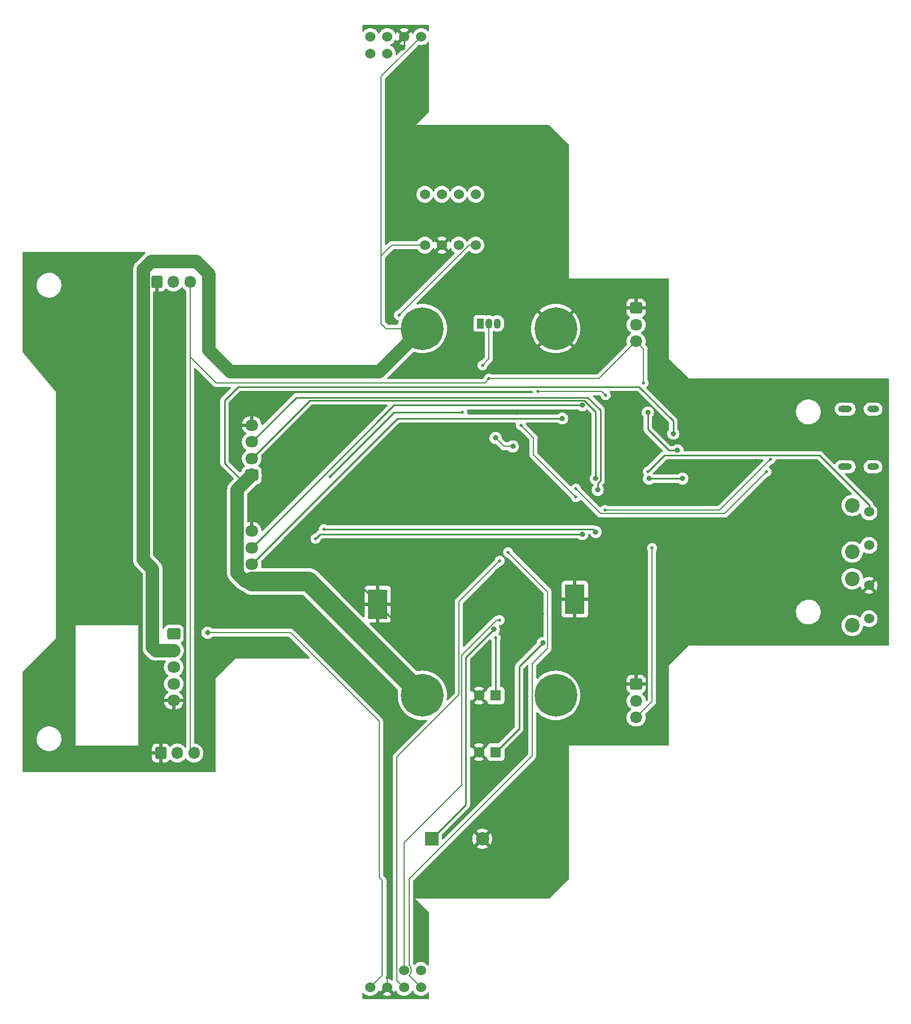
<source format=gbr>
%TF.GenerationSoftware,KiCad,Pcbnew,7.0.9*%
%TF.CreationDate,2025-01-29T15:25:45+09:00*%
%TF.ProjectId,01-MAIN,30312d4d-4149-44e2-9e6b-696361645f70,rev?*%
%TF.SameCoordinates,Original*%
%TF.FileFunction,Copper,L1,Top*%
%TF.FilePolarity,Positive*%
%FSLAX46Y46*%
G04 Gerber Fmt 4.6, Leading zero omitted, Abs format (unit mm)*
G04 Created by KiCad (PCBNEW 7.0.9) date 2025-01-29 15:25:45*
%MOMM*%
%LPD*%
G01*
G04 APERTURE LIST*
G04 Aperture macros list*
%AMRoundRect*
0 Rectangle with rounded corners*
0 $1 Rounding radius*
0 $2 $3 $4 $5 $6 $7 $8 $9 X,Y pos of 4 corners*
0 Add a 4 corners polygon primitive as box body*
4,1,4,$2,$3,$4,$5,$6,$7,$8,$9,$2,$3,0*
0 Add four circle primitives for the rounded corners*
1,1,$1+$1,$2,$3*
1,1,$1+$1,$4,$5*
1,1,$1+$1,$6,$7*
1,1,$1+$1,$8,$9*
0 Add four rect primitives between the rounded corners*
20,1,$1+$1,$2,$3,$4,$5,0*
20,1,$1+$1,$4,$5,$6,$7,0*
20,1,$1+$1,$6,$7,$8,$9,0*
20,1,$1+$1,$8,$9,$2,$3,0*%
G04 Aperture macros list end*
%TA.AperFunction,ComponentPad*%
%ADD10RoundRect,0.250000X0.725000X-0.600000X0.725000X0.600000X-0.725000X0.600000X-0.725000X-0.600000X0*%
%TD*%
%TA.AperFunction,ComponentPad*%
%ADD11O,1.950000X1.700000*%
%TD*%
%TA.AperFunction,ComponentPad*%
%ADD12C,0.800000*%
%TD*%
%TA.AperFunction,ComponentPad*%
%ADD13C,6.400000*%
%TD*%
%TA.AperFunction,ComponentPad*%
%ADD14RoundRect,0.250000X-0.725000X0.600000X-0.725000X-0.600000X0.725000X-0.600000X0.725000X0.600000X0*%
%TD*%
%TA.AperFunction,ComponentPad*%
%ADD15RoundRect,0.250000X-0.675000X0.600000X-0.675000X-0.600000X0.675000X-0.600000X0.675000X0.600000X0*%
%TD*%
%TA.AperFunction,ComponentPad*%
%ADD16O,1.850000X1.700000*%
%TD*%
%TA.AperFunction,ComponentPad*%
%ADD17R,1.050000X1.500000*%
%TD*%
%TA.AperFunction,ComponentPad*%
%ADD18O,1.050000X1.500000*%
%TD*%
%TA.AperFunction,ComponentPad*%
%ADD19RoundRect,0.250000X-0.600000X-0.675000X0.600000X-0.675000X0.600000X0.675000X-0.600000X0.675000X0*%
%TD*%
%TA.AperFunction,ComponentPad*%
%ADD20O,1.700000X1.850000*%
%TD*%
%TA.AperFunction,ComponentPad*%
%ADD21R,1.600000X1.600000*%
%TD*%
%TA.AperFunction,ComponentPad*%
%ADD22C,1.600000*%
%TD*%
%TA.AperFunction,ComponentPad*%
%ADD23C,1.524000*%
%TD*%
%TA.AperFunction,ComponentPad*%
%ADD24R,2.000000X2.000000*%
%TD*%
%TA.AperFunction,ComponentPad*%
%ADD25C,2.000000*%
%TD*%
%TA.AperFunction,ComponentPad*%
%ADD26C,0.600000*%
%TD*%
%TA.AperFunction,SMDPad,CuDef*%
%ADD27R,2.950000X4.500000*%
%TD*%
%TA.AperFunction,ComponentPad*%
%ADD28C,2.200000*%
%TD*%
%TA.AperFunction,ComponentPad*%
%ADD29O,1.800000X1.000000*%
%TD*%
%TA.AperFunction,ComponentPad*%
%ADD30O,2.100000X1.000000*%
%TD*%
%TA.AperFunction,ViaPad*%
%ADD31C,0.800000*%
%TD*%
%TA.AperFunction,ViaPad*%
%ADD32C,0.500000*%
%TD*%
%TA.AperFunction,Conductor*%
%ADD33C,0.250000*%
%TD*%
%TA.AperFunction,Conductor*%
%ADD34C,0.200000*%
%TD*%
%TA.AperFunction,Conductor*%
%ADD35C,2.000000*%
%TD*%
%TA.AperFunction,Conductor*%
%ADD36C,3.000000*%
%TD*%
G04 APERTURE END LIST*
D10*
%TO.P,J1,1,Pin_1*%
%TO.N,+5V*%
X104394000Y-94488000D03*
D11*
%TO.P,J1,2,Pin_2*%
%TO.N,UART4_TX*%
X104394000Y-91988000D03*
%TO.P,J1,3,Pin_3*%
%TO.N,UART4_RX*%
X104394000Y-89488000D03*
%TO.P,J1,4,Pin_4*%
%TO.N,GND*%
X104394000Y-86988000D03*
%TD*%
D12*
%TO.P,H4,1,1*%
%TO.N,+5V*%
X127600000Y-127500000D03*
X128302944Y-125802944D03*
X128302944Y-129197056D03*
X130000000Y-125100000D03*
D13*
X130000000Y-127500000D03*
D12*
X130000000Y-129900000D03*
X131697056Y-125802944D03*
X131697056Y-129197056D03*
X132400000Y-127500000D03*
%TD*%
D14*
%TO.P,J3,1,Pin_1*%
%TO.N,+5V*%
X92710000Y-118270000D03*
D11*
%TO.P,J3,2,Pin_2*%
%TO.N,+3V3*%
X92710000Y-120770000D03*
%TO.P,J3,3,Pin_3*%
%TO.N,UART2_TX*%
X92710000Y-123270000D03*
%TO.P,J3,4,Pin_4*%
%TO.N,UART2_RX*%
X92710000Y-125770000D03*
%TO.P,J3,5,Pin_5*%
%TO.N,GND*%
X92710000Y-128270000D03*
%TD*%
D15*
%TO.P,J5,1,Pin_1*%
%TO.N,GND*%
X162052000Y-69422000D03*
D16*
%TO.P,J5,2,Pin_2*%
%TO.N,Net-(D7-A)*%
X162052000Y-71922000D03*
%TO.P,J5,3,Pin_3*%
%TO.N,STS_SIG*%
X162052000Y-74422000D03*
%TD*%
D17*
%TO.P,Q1,1,E*%
%TO.N,Net-(Q1-E)*%
X138684000Y-71734000D03*
D18*
%TO.P,Q1,2,C*%
%TO.N,+5V*%
X139954000Y-71734000D03*
%TO.P,Q1,3,B*%
%TO.N,Net-(Q1-B)*%
X141224000Y-71734000D03*
%TD*%
D19*
%TO.P,J8,1,Pin_1*%
%TO.N,GND*%
X90170000Y-65532000D03*
D20*
%TO.P,J8,2,Pin_2*%
%TO.N,Net-(D8-A)*%
X92670000Y-65532000D03*
%TO.P,J8,3,Pin_3*%
%TO.N,STS_SIG*%
X95170000Y-65532000D03*
%TD*%
D19*
%TO.P,J7,1,Pin_1*%
%TO.N,GND*%
X90758000Y-136144000D03*
D20*
%TO.P,J7,2,Pin_2*%
%TO.N,Net-(D8-A)*%
X93258000Y-136144000D03*
%TO.P,J7,3,Pin_3*%
%TO.N,STS_SIG*%
X95758000Y-136144000D03*
%TD*%
D21*
%TO.P,C18,1*%
%TO.N,Net-(D7-A)*%
X141000000Y-136000000D03*
D22*
%TO.P,C18,2*%
%TO.N,GND*%
X138500000Y-136000000D03*
%TD*%
D12*
%TO.P,H2,1,1*%
%TO.N,GND*%
X147600000Y-72500000D03*
X148302944Y-70802944D03*
X148302944Y-74197056D03*
X150000000Y-70100000D03*
D13*
X150000000Y-72500000D03*
D12*
X150000000Y-74900000D03*
X151697056Y-70802944D03*
X151697056Y-74197056D03*
X152400000Y-72500000D03*
%TD*%
D23*
%TO.P,U5,1,3V3*%
%TO.N,+3V3*%
X122174000Y-171270000D03*
%TO.P,U5,2,GND*%
%TO.N,GND*%
X124714000Y-171270000D03*
%TO.P,U5,3,SCL*%
%TO.N,I2C1_SCL*%
X127254000Y-171270000D03*
%TO.P,U5,4,SDA*%
%TO.N,I2C1_SDA*%
X129794000Y-171270000D03*
%TO.P,U5,5,XSHUT*%
%TO.N,XSHUT2*%
X127254000Y-168730000D03*
%TO.P,U5,6,GPIO*%
%TO.N,unconnected-(U5-GPIO-Pad6)*%
X129794000Y-168730000D03*
%TD*%
D15*
%TO.P,J6,1,Pin_1*%
%TO.N,GND*%
X162052000Y-125810000D03*
D16*
%TO.P,J6,2,Pin_2*%
%TO.N,Net-(D7-A)*%
X162052000Y-128310000D03*
%TO.P,J6,3,Pin_3*%
%TO.N,STS_SIG*%
X162052000Y-130810000D03*
%TD*%
D12*
%TO.P,H3,1,1*%
%TO.N,+3V3*%
X127600000Y-72500000D03*
X128302944Y-70802944D03*
X128302944Y-74197056D03*
X130000000Y-70100000D03*
D13*
X130000000Y-72500000D03*
D12*
X130000000Y-74900000D03*
X131697056Y-70802944D03*
X131697056Y-74197056D03*
X132400000Y-72500000D03*
%TD*%
D23*
%TO.P,U3,1,3V3*%
%TO.N,+3V3*%
X129810000Y-28730000D03*
%TO.P,U3,2,GND*%
%TO.N,GND*%
X127270000Y-28730000D03*
%TO.P,U3,3,SCL*%
%TO.N,I2C1_SCL*%
X124730000Y-28730000D03*
%TO.P,U3,4,SDA*%
%TO.N,I2C1_SDA*%
X122190000Y-28730000D03*
%TO.P,U3,5,XSHUT*%
%TO.N,XSHUT1*%
X124730000Y-31270000D03*
%TO.P,U3,6,GPIO*%
%TO.N,unconnected-(U3-GPIO-Pad6)*%
X122190000Y-31270000D03*
%TD*%
D10*
%TO.P,J2,1,Pin_1*%
%TO.N,+5V*%
X104394000Y-110363000D03*
D11*
%TO.P,J2,2,Pin_2*%
%TO.N,UART5_TX*%
X104394000Y-107863000D03*
%TO.P,J2,3,Pin_3*%
%TO.N,UART5_RX*%
X104394000Y-105363000D03*
%TO.P,J2,4,Pin_4*%
%TO.N,GND*%
X104394000Y-102863000D03*
%TD*%
D23*
%TO.P,U4,1,VIN*%
%TO.N,+3V3*%
X130380000Y-60000000D03*
%TO.P,U4,2,GND*%
%TO.N,GND*%
X132920000Y-60000000D03*
%TO.P,U4,3,SDA*%
%TO.N,I2C1_SDA*%
X135460000Y-60000000D03*
%TO.P,U4,4,SCL*%
%TO.N,I2C1_SCL*%
X138000000Y-60000000D03*
%TO.P,U4,5,RST*%
%TO.N,unconnected-(U4-RST-Pad5)*%
X138000000Y-52380000D03*
%TO.P,U4,6,INT*%
%TO.N,unconnected-(U4-INT-Pad6)*%
X135460000Y-52380000D03*
%TO.P,U4,7,GND*%
%TO.N,unconnected-(U4-GND-Pad7)*%
X132920000Y-52380000D03*
%TO.P,U4,8,VOUT*%
%TO.N,unconnected-(U4-VOUT-Pad8)*%
X130380000Y-52380000D03*
%TD*%
D21*
%TO.P,C19,1*%
%TO.N,Net-(D8-A)*%
X141000000Y-127508000D03*
D22*
%TO.P,C19,2*%
%TO.N,GND*%
X138500000Y-127508000D03*
%TD*%
D24*
%TO.P,BZ1,1,-*%
%TO.N,buzzer*%
X131400000Y-149000000D03*
D25*
%TO.P,BZ1,2,+*%
%TO.N,GND*%
X139000000Y-149000000D03*
%TD*%
D12*
%TO.P,H1,1,1*%
%TO.N,VDD*%
X147600000Y-127500000D03*
X148302944Y-125802944D03*
X148302944Y-129197056D03*
X150000000Y-125100000D03*
D13*
X150000000Y-127500000D03*
D12*
X150000000Y-129900000D03*
X151697056Y-125802944D03*
X151697056Y-129197056D03*
X152400000Y-127500000D03*
%TD*%
D26*
%TO.P,U8,9,GNDPAD*%
%TO.N,GND*%
X123882000Y-115633000D03*
X123882000Y-114533000D03*
X123882000Y-113233000D03*
X123882000Y-112033000D03*
D27*
X123282000Y-113833000D03*
D26*
X122682000Y-115633000D03*
X122682000Y-114533000D03*
X122682000Y-113233000D03*
X122682000Y-112033000D03*
%TD*%
%TO.P,U7,9,GNDPAD*%
%TO.N,GND*%
X153455000Y-114884000D03*
X153455000Y-113784000D03*
X153455000Y-112484000D03*
X153455000Y-111284000D03*
D27*
X152855000Y-113084000D03*
D26*
X152255000Y-114884000D03*
X152255000Y-113784000D03*
X152255000Y-112484000D03*
X152255000Y-111284000D03*
%TD*%
D28*
%TO.P,SW1,*%
%TO.N,*%
X194500000Y-110000000D03*
X194500000Y-117000000D03*
D23*
%TO.P,SW1,1,1*%
%TO.N,GND*%
X197000000Y-111000000D03*
%TO.P,SW1,2,2*%
%TO.N,NRST*%
X197000000Y-116000000D03*
%TD*%
D29*
%TO.P,J4,*%
%TO.N,*%
X197612000Y-84580000D03*
D30*
X193432000Y-84580000D03*
D29*
X197612000Y-93220000D03*
D30*
X193432000Y-93220000D03*
%TD*%
D28*
%TO.P,SW2,*%
%TO.N,*%
X194500000Y-99000000D03*
X194500000Y-106000000D03*
D23*
%TO.P,SW2,1,1*%
%TO.N,+3V3*%
X197000000Y-100000000D03*
%TO.P,SW2,2,2*%
%TO.N,BOOT0*%
X197000000Y-105000000D03*
%TD*%
D31*
%TO.N,buzzer*%
X140720299Y-117597701D03*
%TO.N,GND*%
X137000000Y-72000000D03*
X180086000Y-92456000D03*
X141224000Y-108966000D03*
X132080000Y-117602000D03*
X157734000Y-86106000D03*
X127000000Y-30480000D03*
X168148000Y-79502000D03*
X166370000Y-73152000D03*
X127000000Y-87630000D03*
X140970000Y-100965000D03*
X196596000Y-90678000D03*
X142748000Y-118618000D03*
X162560000Y-86360000D03*
X125000000Y-156000000D03*
X159512000Y-93980000D03*
X128524000Y-117602000D03*
X199136000Y-80518000D03*
X143510000Y-77470000D03*
X147828000Y-115316000D03*
X137922000Y-143002000D03*
X144526000Y-104902000D03*
X130048000Y-166370000D03*
X128905000Y-76835000D03*
X144145000Y-85090000D03*
X148556858Y-104868858D03*
X175260000Y-93980000D03*
X157988000Y-88900000D03*
X148590000Y-109728000D03*
X171196000Y-89916000D03*
X168148000Y-84582000D03*
X144018000Y-98044000D03*
X92000000Y-109000000D03*
X149606000Y-90932000D03*
X186182000Y-92964000D03*
X126492000Y-109982000D03*
X178562000Y-81026000D03*
X154432000Y-93726000D03*
X122936000Y-109728000D03*
X146812000Y-87376000D03*
X163576000Y-92456000D03*
X192024000Y-80772000D03*
X93000000Y-79000000D03*
X129540000Y-115062000D03*
X117856000Y-108204000D03*
X142875000Y-88265000D03*
X126365000Y-79375000D03*
%TO.N,NRST*%
X164000000Y-95000000D03*
X169000000Y-95000000D03*
%TO.N,+3V3*%
X140970000Y-88900000D03*
D32*
X163830000Y-93980000D03*
D31*
X97790000Y-118110000D03*
X143574500Y-90170000D03*
D32*
%TO.N,+5V*%
X139000000Y-78000000D03*
X116205000Y-94672683D03*
D31*
X167640000Y-88265000D03*
D32*
X136000000Y-85090000D03*
D31*
%TO.N,Net-(D7-A)*%
X148082000Y-119634000D03*
D32*
%TO.N,Net-(D8-A)*%
X140970000Y-118872000D03*
D31*
%TO.N,UART4_TX*%
X156000000Y-95000000D03*
%TO.N,UART4_RX*%
X156308319Y-96691681D03*
%TO.N,UART5_TX*%
X150975048Y-85975048D03*
%TO.N,UART5_RX*%
X154000000Y-84000000D03*
D32*
%TO.N,UART2_TX*%
X115242104Y-102601500D03*
D31*
X156000000Y-103000000D03*
%TO.N,UART2_RX*%
X154002107Y-103326500D03*
D32*
X114000000Y-104000000D03*
%TO.N,STS_SIG*%
X163195000Y-80645000D03*
X140000000Y-80000000D03*
X164465000Y-105410000D03*
D31*
%TO.N,BOOT0*%
X168275000Y-90775500D03*
X163830000Y-85090000D03*
D32*
%TO.N,XSHUT1*%
X153035000Y-97790000D03*
X144780000Y-86995000D03*
%TO.N,XSHUT2*%
X141605000Y-116205000D03*
%TO.N,UART1_TX*%
X181610000Y-93980000D03*
X153043875Y-96511125D03*
%TO.N,UART1_RX*%
X157413500Y-99695000D03*
X182245000Y-92075000D03*
%TO.N,I2C1_SCL*%
X126476895Y-70485000D03*
X141605000Y-107315000D03*
%TO.N,I2C1_SDA*%
X142875000Y-106045000D03*
X157480000Y-82480686D03*
X147320000Y-81915000D03*
%TD*%
D33*
%TO.N,buzzer*%
X136525000Y-143875000D02*
X131400000Y-149000000D01*
X136525000Y-121793000D02*
X136525000Y-143875000D01*
X140720299Y-117597701D02*
X136525000Y-121793000D01*
%TO.N,GND*%
X123282000Y-113833000D02*
X127051000Y-117602000D01*
D34*
X90170000Y-76170000D02*
X93000000Y-79000000D01*
X124714000Y-156286000D02*
X124714000Y-171270000D01*
X90170000Y-65532000D02*
X90170000Y-76170000D01*
X137000000Y-72000000D02*
X137000000Y-71543000D01*
D33*
X123282000Y-113630000D02*
X117856000Y-108204000D01*
X127051000Y-117602000D02*
X128524000Y-117602000D01*
D34*
X137000000Y-71543000D02*
X137000000Y-73000000D01*
X125000000Y-156000000D02*
X124714000Y-156286000D01*
D33*
X123282000Y-113833000D02*
X123282000Y-113630000D01*
X127270000Y-30210000D02*
X127000000Y-30480000D01*
X127270000Y-28730000D02*
X127270000Y-30210000D01*
%TO.N,NRST*%
X164000000Y-95000000D02*
X169000000Y-95000000D01*
D35*
%TO.N,+3V3*%
X98000000Y-75775000D02*
X101225001Y-79000001D01*
X123499999Y-79000001D02*
X130000000Y-72500000D01*
X88120000Y-63645000D02*
X89325000Y-62440000D01*
D33*
X197000000Y-98922370D02*
X197000000Y-100000000D01*
D34*
X140970000Y-88900000D02*
X142240000Y-90170000D01*
X125420000Y-60000000D02*
X123825000Y-61595000D01*
X124000000Y-169444000D02*
X124000000Y-155215950D01*
X123825000Y-34715000D02*
X123825000Y-71755000D01*
D35*
X89985000Y-120770000D02*
X89535000Y-120320000D01*
D34*
X124570000Y-72500000D02*
X130000000Y-72500000D01*
D35*
X101225001Y-79000001D02*
X123499999Y-79000001D01*
D34*
X123506000Y-154721950D02*
X123506000Y-131364578D01*
D35*
X92710000Y-120770000D02*
X89985000Y-120770000D01*
D33*
X189577630Y-91500000D02*
X197000000Y-98922370D01*
D35*
X89535000Y-120320000D02*
X89535000Y-108585000D01*
X89325000Y-62440000D02*
X96095000Y-62440000D01*
D34*
X123825000Y-61595000D02*
X123825000Y-71755000D01*
D35*
X98000000Y-64345000D02*
X98000000Y-75775000D01*
D34*
X124000000Y-155215950D02*
X123506000Y-154721950D01*
X110251422Y-118110000D02*
X97790000Y-118110000D01*
D35*
X96095000Y-62440000D02*
X98000000Y-64345000D01*
D33*
X166310000Y-91500000D02*
X189577630Y-91500000D01*
D34*
X142240000Y-90170000D02*
X143574500Y-90170000D01*
X130380000Y-60000000D02*
X125420000Y-60000000D01*
D35*
X88120000Y-107170000D02*
X88120000Y-63645000D01*
D34*
X122174000Y-171270000D02*
X124000000Y-169444000D01*
X123825000Y-71755000D02*
X124570000Y-72500000D01*
D33*
X163830000Y-93980000D02*
X166310000Y-91500000D01*
D34*
X129810000Y-28730000D02*
X123825000Y-34715000D01*
X123506000Y-131364578D02*
X110251422Y-118110000D01*
D35*
X89535000Y-108585000D02*
X88120000Y-107170000D01*
%TO.N,+5V*%
X103251000Y-95631000D02*
X104394000Y-94488000D01*
D34*
X139954000Y-77046000D02*
X139000000Y-78000000D01*
D33*
X167640000Y-86360000D02*
X162500000Y-81220000D01*
D34*
X139954000Y-71734000D02*
X139954000Y-77046000D01*
D35*
X104394000Y-110363000D02*
X103419000Y-110363000D01*
D33*
X100330000Y-83279618D02*
X100330000Y-92710000D01*
D36*
X130000000Y-127500000D02*
X112913000Y-110413000D01*
X112913000Y-110413000D02*
X104444000Y-110413000D01*
D33*
X116205000Y-94672683D02*
X116205000Y-94659351D01*
X167640000Y-88265000D02*
X167640000Y-86360000D01*
D35*
X102219000Y-109163000D02*
X102219000Y-96663000D01*
D33*
X125774351Y-85090000D02*
X136000000Y-85090000D01*
X100330000Y-92710000D02*
X103251000Y-95631000D01*
X162500000Y-81220000D02*
X102389618Y-81220000D01*
D35*
X102219000Y-96663000D02*
X103251000Y-95631000D01*
X103419000Y-110363000D02*
X102219000Y-109163000D01*
D33*
X102389618Y-81220000D02*
X100330000Y-83279618D01*
X116205000Y-94659351D02*
X125774351Y-85090000D01*
%TO.N,Net-(D7-A)*%
X144526000Y-123190000D02*
X148082000Y-119634000D01*
X144526000Y-132474000D02*
X144526000Y-123190000D01*
X141000000Y-136000000D02*
X144526000Y-132474000D01*
%TO.N,Net-(D8-A)*%
X141000000Y-118902000D02*
X141000000Y-127508000D01*
X140970000Y-118872000D02*
X141000000Y-118902000D01*
%TO.N,UART4_TX*%
X154300305Y-83275000D02*
X156000000Y-84974695D01*
X156000000Y-84974695D02*
X156000000Y-95000000D01*
X113107000Y-83275000D02*
X154300305Y-83275000D01*
X104394000Y-91988000D02*
X113107000Y-83275000D01*
%TO.N,UART4_RX*%
X111057000Y-82825000D02*
X104394000Y-89488000D01*
X156308319Y-96691681D02*
X156308319Y-95716986D01*
X156725000Y-95300305D02*
X156725000Y-84725000D01*
X154825000Y-82825000D02*
X111057000Y-82825000D01*
X156308319Y-95716986D02*
X156725000Y-95300305D01*
X156725000Y-84725000D02*
X154825000Y-82825000D01*
%TO.N,UART5_TX*%
X126257000Y-86000000D02*
X104394000Y-107863000D01*
X150950096Y-86000000D02*
X126257000Y-86000000D01*
X150975048Y-85975048D02*
X150950096Y-86000000D01*
%TO.N,UART5_RX*%
X154000000Y-84000000D02*
X125757000Y-84000000D01*
X125757000Y-84000000D02*
X104394000Y-105363000D01*
%TO.N,UART2_TX*%
X115242104Y-102601500D02*
X155601500Y-102601500D01*
X155601500Y-102601500D02*
X156000000Y-103000000D01*
%TO.N,UART2_RX*%
X154002107Y-103326500D02*
X115153500Y-103326500D01*
X115153500Y-103326500D02*
X114673500Y-103326500D01*
X114673500Y-103326500D02*
X114000000Y-104000000D01*
D34*
%TO.N,STS_SIG*%
X95170000Y-135556000D02*
X95758000Y-136144000D01*
X164465000Y-105410000D02*
X164465000Y-128397000D01*
X156474000Y-80000000D02*
X140000000Y-80000000D01*
X162052000Y-74422000D02*
X156474000Y-80000000D01*
X163195000Y-75565000D02*
X163195000Y-80645000D01*
X139355000Y-80645000D02*
X140000000Y-80000000D01*
X99060000Y-80645000D02*
X139355000Y-80645000D01*
X95170000Y-65532000D02*
X95170000Y-76755000D01*
X95170000Y-65532000D02*
X95170000Y-135556000D01*
X95170000Y-76755000D02*
X99060000Y-80645000D01*
X162052000Y-74422000D02*
X163195000Y-75565000D01*
X164465000Y-128397000D02*
X162052000Y-130810000D01*
D33*
%TO.N,BOOT0*%
X163830000Y-87630000D02*
X166975500Y-90775500D01*
X163830000Y-85090000D02*
X163830000Y-87630000D01*
X166975500Y-90775500D02*
X168275000Y-90775500D01*
D34*
%TO.N,XSHUT1*%
X146685000Y-88900000D02*
X146685000Y-91440000D01*
X144780000Y-86995000D02*
X146685000Y-88900000D01*
X146685000Y-91440000D02*
X153035000Y-97790000D01*
%TO.N,XSHUT2*%
X141605000Y-116205000D02*
X141123050Y-116205000D01*
X135890000Y-140970000D02*
X127254000Y-149606000D01*
X141123050Y-116205000D02*
X135890000Y-121438050D01*
X127254000Y-149606000D02*
X127254000Y-168730000D01*
X135890000Y-121438050D02*
X135890000Y-140970000D01*
%TO.N,UART1_TX*%
X175345000Y-100245000D02*
X181610000Y-93980000D01*
X156760000Y-100245000D02*
X175345000Y-100245000D01*
X153043875Y-96528875D02*
X156760000Y-100245000D01*
X153043875Y-96511125D02*
X153043875Y-96528875D01*
%TO.N,UART1_RX*%
X161925000Y-99695000D02*
X174625000Y-99695000D01*
X174625000Y-99695000D02*
X182245000Y-92075000D01*
X157413500Y-99695000D02*
X161925000Y-99695000D01*
%TO.N,I2C1_SCL*%
X140970000Y-107950000D02*
X141605000Y-107315000D01*
X126192000Y-136698000D02*
X135490000Y-127400000D01*
X136961895Y-60000000D02*
X138000000Y-60000000D01*
X135490000Y-127400000D02*
X135490000Y-113430000D01*
X135490000Y-113430000D02*
X140970000Y-107950000D01*
X126192000Y-170208000D02*
X126192000Y-136698000D01*
X126476895Y-70485000D02*
X136961895Y-60000000D01*
X127254000Y-171270000D02*
X126192000Y-170208000D01*
%TO.N,I2C1_SDA*%
X128000000Y-155000000D02*
X146500000Y-136500000D01*
X148782000Y-120458000D02*
X148782000Y-111952000D01*
X156914314Y-81915000D02*
X157480000Y-82480686D01*
X128000000Y-167974105D02*
X128000000Y-155000000D01*
X147320000Y-81915000D02*
X156914314Y-81915000D01*
X128004947Y-169480947D02*
X128316000Y-169169895D01*
X148782000Y-111952000D02*
X142875000Y-106045000D01*
X146500000Y-122740000D02*
X148782000Y-120458000D01*
X128316000Y-169169895D02*
X128316000Y-168290105D01*
X128316000Y-168290105D02*
X128000000Y-167974105D01*
X129794000Y-171270000D02*
X128004947Y-169480947D01*
X146500000Y-136500000D02*
X146500000Y-122740000D01*
%TD*%
%TA.AperFunction,Conductor*%
%TO.N,GND*%
G36*
X125765741Y-171968187D02*
G01*
X125765742Y-171968186D01*
X125811093Y-171903420D01*
X125811100Y-171903408D01*
X125871342Y-171774219D01*
X125917514Y-171721779D01*
X125984707Y-171702627D01*
X126051588Y-171722842D01*
X126096106Y-171774219D01*
X126156464Y-171903658D01*
X126156468Y-171903666D01*
X126283170Y-172084615D01*
X126283175Y-172084621D01*
X126439378Y-172240824D01*
X126439384Y-172240829D01*
X126620333Y-172367531D01*
X126620335Y-172367532D01*
X126620338Y-172367534D01*
X126820550Y-172460894D01*
X127033932Y-172518070D01*
X127191123Y-172531822D01*
X127253998Y-172537323D01*
X127254000Y-172537323D01*
X127254002Y-172537323D01*
X127309017Y-172532509D01*
X127474068Y-172518070D01*
X127687450Y-172460894D01*
X127887662Y-172367534D01*
X128068620Y-172240826D01*
X128224826Y-172084620D01*
X128351534Y-171903662D01*
X128411618Y-171774811D01*
X128457790Y-171722371D01*
X128524983Y-171703219D01*
X128591865Y-171723435D01*
X128636382Y-171774811D01*
X128696464Y-171903658D01*
X128696468Y-171903666D01*
X128823170Y-172084615D01*
X128823175Y-172084621D01*
X128979378Y-172240824D01*
X128979384Y-172240829D01*
X129160333Y-172367531D01*
X129160335Y-172367532D01*
X129160338Y-172367534D01*
X129360550Y-172460894D01*
X129573932Y-172518070D01*
X129731123Y-172531822D01*
X129793998Y-172537323D01*
X129794000Y-172537323D01*
X129794002Y-172537323D01*
X129849017Y-172532509D01*
X130014068Y-172518070D01*
X130227450Y-172460894D01*
X130427662Y-172367534D01*
X130608620Y-172240826D01*
X130764826Y-172084620D01*
X130773924Y-172071625D01*
X130828499Y-172028001D01*
X130897998Y-172020806D01*
X130960353Y-172052327D01*
X130995768Y-172112556D01*
X130999500Y-172142748D01*
X130999500Y-172875500D01*
X130979815Y-172942539D01*
X130927011Y-172988294D01*
X130875500Y-172999500D01*
X121124500Y-172999500D01*
X121057461Y-172979815D01*
X121011706Y-172927011D01*
X121000500Y-172875500D01*
X121000500Y-172181308D01*
X121020185Y-172114269D01*
X121072989Y-172068514D01*
X121142147Y-172058570D01*
X121205703Y-172087595D01*
X121212181Y-172093627D01*
X121359378Y-172240824D01*
X121359384Y-172240829D01*
X121540333Y-172367531D01*
X121540335Y-172367532D01*
X121540338Y-172367534D01*
X121740550Y-172460894D01*
X121953932Y-172518070D01*
X122111123Y-172531822D01*
X122173998Y-172537323D01*
X122174000Y-172537323D01*
X122174002Y-172537323D01*
X122229017Y-172532509D01*
X122394068Y-172518070D01*
X122607450Y-172460894D01*
X122807662Y-172367534D01*
X122988620Y-172240826D01*
X123144826Y-172084620D01*
X123271534Y-171903662D01*
X123331894Y-171774218D01*
X123378066Y-171721779D01*
X123445259Y-171702627D01*
X123512141Y-171722843D01*
X123556658Y-171774219D01*
X123616899Y-171903407D01*
X123616900Y-171903409D01*
X123662258Y-171968187D01*
X124329096Y-171301349D01*
X124329051Y-171301898D01*
X124360266Y-171425162D01*
X124429813Y-171531612D01*
X124530157Y-171609713D01*
X124650422Y-171651000D01*
X124686553Y-171651000D01*
X124015811Y-172321741D01*
X124080582Y-172367094D01*
X124080592Y-172367100D01*
X124280715Y-172460419D01*
X124280729Y-172460424D01*
X124494013Y-172517573D01*
X124494023Y-172517575D01*
X124713999Y-172536821D01*
X124714001Y-172536821D01*
X124933976Y-172517575D01*
X124933986Y-172517573D01*
X125147270Y-172460424D01*
X125147284Y-172460419D01*
X125347408Y-172367100D01*
X125347420Y-172367093D01*
X125412186Y-172321742D01*
X125412187Y-172321740D01*
X124741448Y-171651000D01*
X124745569Y-171651000D01*
X124839421Y-171635339D01*
X124951251Y-171574820D01*
X125037371Y-171481269D01*
X125088448Y-171364823D01*
X125094105Y-171296551D01*
X125765741Y-171968187D01*
G37*
%TD.AperFunction*%
%TA.AperFunction,Conductor*%
G36*
X88431704Y-61020185D02*
G01*
X88477459Y-61072989D01*
X88487403Y-61142147D01*
X88458378Y-61205703D01*
X88444803Y-61219125D01*
X88429251Y-61232296D01*
X88423087Y-61236892D01*
X88400215Y-61251835D01*
X88400212Y-61251838D01*
X88331552Y-61315044D01*
X88307870Y-61335102D01*
X88285934Y-61357038D01*
X88217261Y-61420257D01*
X88217256Y-61420262D01*
X88200472Y-61441826D01*
X88195383Y-61447589D01*
X87127588Y-62515382D01*
X87121827Y-62520471D01*
X87100256Y-62537262D01*
X87037049Y-62605922D01*
X87015102Y-62627869D01*
X87015098Y-62627874D01*
X86995033Y-62651564D01*
X86964641Y-62684578D01*
X86931834Y-62720216D01*
X86916892Y-62743087D01*
X86912297Y-62749250D01*
X86894635Y-62770104D01*
X86846860Y-62850278D01*
X86795828Y-62928390D01*
X86795824Y-62928397D01*
X86784853Y-62953409D01*
X86781335Y-62960244D01*
X86767348Y-62983717D01*
X86767343Y-62983726D01*
X86733420Y-63070663D01*
X86695935Y-63156123D01*
X86689226Y-63182616D01*
X86686881Y-63189935D01*
X86676953Y-63215379D01*
X86676948Y-63215395D01*
X86657801Y-63306711D01*
X86634892Y-63397175D01*
X86634890Y-63397185D01*
X86632635Y-63424408D01*
X86631526Y-63432016D01*
X86625920Y-63458750D01*
X86625919Y-63458763D01*
X86622062Y-63552009D01*
X86619500Y-63582936D01*
X86619500Y-63613964D01*
X86615642Y-63707219D01*
X86615642Y-63707220D01*
X86619023Y-63734342D01*
X86619500Y-63742018D01*
X86619500Y-107072981D01*
X86619024Y-107080656D01*
X86615643Y-107107779D01*
X86619500Y-107201035D01*
X86619500Y-107232064D01*
X86622062Y-107262990D01*
X86625918Y-107356233D01*
X86631526Y-107382983D01*
X86632635Y-107390590D01*
X86634891Y-107417818D01*
X86634891Y-107417819D01*
X86645693Y-107460475D01*
X86657801Y-107508288D01*
X86676951Y-107599614D01*
X86676952Y-107599616D01*
X86686882Y-107625067D01*
X86689227Y-107632387D01*
X86691837Y-107642694D01*
X86695937Y-107658881D01*
X86718406Y-107710105D01*
X86733420Y-107744335D01*
X86767344Y-107831275D01*
X86781332Y-107854750D01*
X86784852Y-107861588D01*
X86795825Y-107886604D01*
X86795827Y-107886607D01*
X86846860Y-107964720D01*
X86894634Y-108044894D01*
X86912296Y-108065747D01*
X86916887Y-108071904D01*
X86931836Y-108094785D01*
X86931837Y-108094786D01*
X86995033Y-108163435D01*
X87015100Y-108187129D01*
X87037049Y-108209078D01*
X87100257Y-108277739D01*
X87121822Y-108294524D01*
X87127587Y-108299615D01*
X87998181Y-109170209D01*
X88031666Y-109231532D01*
X88034500Y-109257890D01*
X88034500Y-120222981D01*
X88034024Y-120230651D01*
X88030643Y-120257779D01*
X88034500Y-120351035D01*
X88034500Y-120382067D01*
X88036018Y-120400386D01*
X88037062Y-120412990D01*
X88040918Y-120506233D01*
X88046526Y-120532983D01*
X88047635Y-120540590D01*
X88049891Y-120567818D01*
X88049891Y-120567819D01*
X88049892Y-120567821D01*
X88072801Y-120658288D01*
X88091951Y-120749614D01*
X88091952Y-120749616D01*
X88101882Y-120775067D01*
X88104227Y-120782387D01*
X88110937Y-120808881D01*
X88144887Y-120886280D01*
X88148420Y-120894335D01*
X88182344Y-120981275D01*
X88196332Y-121004750D01*
X88199852Y-121011588D01*
X88210825Y-121036604D01*
X88210827Y-121036607D01*
X88261860Y-121114720D01*
X88309634Y-121194894D01*
X88327296Y-121215747D01*
X88331887Y-121221904D01*
X88346836Y-121244785D01*
X88346837Y-121244786D01*
X88410033Y-121313435D01*
X88430100Y-121337129D01*
X88452049Y-121359078D01*
X88515257Y-121427739D01*
X88536822Y-121444524D01*
X88542587Y-121449615D01*
X88855384Y-121762412D01*
X88860473Y-121768174D01*
X88877262Y-121789744D01*
X88877264Y-121789746D01*
X88877265Y-121789747D01*
X88945921Y-121852950D01*
X88967866Y-121874894D01*
X88967874Y-121874902D01*
X88991564Y-121894966D01*
X89060215Y-121958164D01*
X89060217Y-121958165D01*
X89060218Y-121958166D01*
X89083086Y-121973106D01*
X89089250Y-121977702D01*
X89110106Y-121995366D01*
X89117408Y-121999717D01*
X89190278Y-122043139D01*
X89234082Y-122071757D01*
X89268393Y-122094173D01*
X89293412Y-122105147D01*
X89300243Y-122108663D01*
X89313315Y-122116452D01*
X89323720Y-122122653D01*
X89323730Y-122122658D01*
X89410663Y-122156579D01*
X89443607Y-122171029D01*
X89496119Y-122194063D01*
X89520908Y-122200340D01*
X89522609Y-122200771D01*
X89529932Y-122203116D01*
X89555386Y-122213049D01*
X89646702Y-122232196D01*
X89737179Y-122255108D01*
X89764415Y-122257364D01*
X89772018Y-122258471D01*
X89798763Y-122264080D01*
X89891994Y-122267936D01*
X89922933Y-122270500D01*
X89922935Y-122270500D01*
X89953974Y-122270500D01*
X90047221Y-122274357D01*
X90063914Y-122272276D01*
X90074342Y-122270977D01*
X90082018Y-122270500D01*
X91397999Y-122270500D01*
X91465038Y-122290185D01*
X91510793Y-122342989D01*
X91520737Y-122412147D01*
X91499574Y-122465624D01*
X91410965Y-122592170D01*
X91311098Y-122806335D01*
X91311094Y-122806344D01*
X91249938Y-123034586D01*
X91249936Y-123034596D01*
X91229341Y-123269999D01*
X91229341Y-123270000D01*
X91249936Y-123505403D01*
X91249938Y-123505413D01*
X91311094Y-123733655D01*
X91311096Y-123733659D01*
X91311097Y-123733663D01*
X91339430Y-123794422D01*
X91410964Y-123947828D01*
X91410965Y-123947830D01*
X91546505Y-124141402D01*
X91713597Y-124308494D01*
X91870595Y-124418425D01*
X91914220Y-124473002D01*
X91921414Y-124542500D01*
X91889891Y-124604855D01*
X91870595Y-124621575D01*
X91713597Y-124731505D01*
X91546506Y-124898597D01*
X91546501Y-124898604D01*
X91410967Y-125092165D01*
X91410965Y-125092169D01*
X91311098Y-125306335D01*
X91311094Y-125306344D01*
X91249938Y-125534586D01*
X91249936Y-125534596D01*
X91229341Y-125769999D01*
X91229341Y-125770000D01*
X91249936Y-126005403D01*
X91249938Y-126005413D01*
X91311094Y-126233655D01*
X91311096Y-126233659D01*
X91311097Y-126233663D01*
X91325338Y-126264202D01*
X91410964Y-126447828D01*
X91410965Y-126447830D01*
X91546505Y-126641402D01*
X91713597Y-126808494D01*
X91871031Y-126918730D01*
X91914656Y-126973307D01*
X91921850Y-127042805D01*
X91890327Y-127105160D01*
X91871032Y-127121880D01*
X91713922Y-127231890D01*
X91713920Y-127231891D01*
X91546894Y-127398917D01*
X91411399Y-127592421D01*
X91311570Y-127806507D01*
X91311567Y-127806513D01*
X91254364Y-128019999D01*
X91254364Y-128020000D01*
X92306031Y-128020000D01*
X92273481Y-128070649D01*
X92235000Y-128201705D01*
X92235000Y-128338295D01*
X92273481Y-128469351D01*
X92306031Y-128520000D01*
X91254364Y-128520000D01*
X91311567Y-128733486D01*
X91311570Y-128733492D01*
X91411399Y-128947577D01*
X91411400Y-128947579D01*
X91546886Y-129141073D01*
X91546891Y-129141079D01*
X91713920Y-129308108D01*
X91713926Y-129308113D01*
X91907420Y-129443599D01*
X91907422Y-129443600D01*
X92121507Y-129543429D01*
X92121516Y-129543433D01*
X92349678Y-129604568D01*
X92460000Y-129614219D01*
X92460000Y-128678018D01*
X92574801Y-128730446D01*
X92676025Y-128745000D01*
X92743975Y-128745000D01*
X92845199Y-128730446D01*
X92960000Y-128678018D01*
X92960000Y-129614219D01*
X93070320Y-129604568D01*
X93070323Y-129604568D01*
X93298483Y-129543433D01*
X93298492Y-129543429D01*
X93512577Y-129443600D01*
X93512579Y-129443599D01*
X93706073Y-129308113D01*
X93706079Y-129308108D01*
X93873105Y-129141082D01*
X94008600Y-128947578D01*
X94108429Y-128733492D01*
X94108432Y-128733486D01*
X94165636Y-128520000D01*
X93113969Y-128520000D01*
X93146519Y-128469351D01*
X93185000Y-128338295D01*
X93185000Y-128201705D01*
X93146519Y-128070649D01*
X93113969Y-128020000D01*
X94165636Y-128020000D01*
X94165635Y-128019999D01*
X94108432Y-127806513D01*
X94108429Y-127806507D01*
X94008600Y-127592422D01*
X94008599Y-127592420D01*
X93873113Y-127398926D01*
X93873108Y-127398920D01*
X93706079Y-127231891D01*
X93706073Y-127231886D01*
X93548967Y-127121880D01*
X93505342Y-127067303D01*
X93498148Y-126997805D01*
X93529671Y-126935450D01*
X93548960Y-126918735D01*
X93706401Y-126808495D01*
X93873495Y-126641401D01*
X94009035Y-126447830D01*
X94108903Y-126233663D01*
X94170063Y-126005408D01*
X94190659Y-125770000D01*
X94170063Y-125534592D01*
X94108903Y-125306337D01*
X94009035Y-125092171D01*
X94009034Y-125092169D01*
X93873494Y-124898597D01*
X93706403Y-124731506D01*
X93650187Y-124692144D01*
X93549401Y-124621573D01*
X93505778Y-124566999D01*
X93498584Y-124497500D01*
X93530106Y-124435145D01*
X93549398Y-124418428D01*
X93706401Y-124308495D01*
X93873495Y-124141401D01*
X94009035Y-123947830D01*
X94108903Y-123733663D01*
X94170063Y-123505408D01*
X94190659Y-123270000D01*
X94170063Y-123034592D01*
X94108903Y-122806337D01*
X94009035Y-122592171D01*
X94009034Y-122592169D01*
X93873494Y-122398597D01*
X93706403Y-122231506D01*
X93620032Y-122171029D01*
X93576407Y-122116452D01*
X93569213Y-122046954D01*
X93600736Y-121984599D01*
X93623337Y-121965643D01*
X93634785Y-121958164D01*
X93817738Y-121789744D01*
X93970474Y-121593509D01*
X94088828Y-121374810D01*
X94169571Y-121139614D01*
X94210500Y-120894335D01*
X94210500Y-120645665D01*
X94169571Y-120400386D01*
X94088828Y-120165190D01*
X93970474Y-119946491D01*
X93817738Y-119750256D01*
X93785584Y-119720656D01*
X93749594Y-119660768D01*
X93751695Y-119590930D01*
X93791220Y-119533315D01*
X93804463Y-119523894D01*
X93903656Y-119462712D01*
X94027712Y-119338656D01*
X94119814Y-119189334D01*
X94174999Y-119022797D01*
X94185500Y-118920009D01*
X94185499Y-117619992D01*
X94174999Y-117517203D01*
X94119814Y-117350666D01*
X94027712Y-117201344D01*
X93903656Y-117077288D01*
X93778512Y-117000099D01*
X93754336Y-116985187D01*
X93754331Y-116985185D01*
X93752862Y-116984698D01*
X93587797Y-116930001D01*
X93587795Y-116930000D01*
X93485010Y-116919500D01*
X91934998Y-116919500D01*
X91934981Y-116919501D01*
X91832203Y-116930000D01*
X91832200Y-116930001D01*
X91665668Y-116985185D01*
X91665663Y-116985187D01*
X91516342Y-117077289D01*
X91392289Y-117201342D01*
X91300187Y-117350663D01*
X91300185Y-117350668D01*
X91277206Y-117420016D01*
X91237433Y-117477461D01*
X91172917Y-117504284D01*
X91104142Y-117491969D01*
X91052942Y-117444426D01*
X91035500Y-117381012D01*
X91035500Y-108682018D01*
X91035977Y-108674342D01*
X91037276Y-108663914D01*
X91039357Y-108647221D01*
X91035500Y-108553973D01*
X91035500Y-108522933D01*
X91032936Y-108491994D01*
X91029080Y-108398763D01*
X91023471Y-108372018D01*
X91022364Y-108364415D01*
X91020108Y-108337179D01*
X90997196Y-108246702D01*
X90978049Y-108155386D01*
X90968116Y-108129932D01*
X90965771Y-108122609D01*
X90965340Y-108120908D01*
X90959063Y-108096119D01*
X90958479Y-108094786D01*
X90921579Y-108010663D01*
X90887658Y-107923730D01*
X90887653Y-107923720D01*
X90876784Y-107905481D01*
X90873663Y-107900243D01*
X90870147Y-107893412D01*
X90859173Y-107868393D01*
X90859172Y-107868392D01*
X90855649Y-107863000D01*
X90834922Y-107831274D01*
X90808139Y-107790278D01*
X90760365Y-107710105D01*
X90742704Y-107689253D01*
X90738106Y-107683086D01*
X90723166Y-107660218D01*
X90723165Y-107660217D01*
X90723164Y-107660215D01*
X90659966Y-107591564D01*
X90639902Y-107567874D01*
X90639894Y-107567866D01*
X90617950Y-107545921D01*
X90554747Y-107477265D01*
X90554746Y-107477264D01*
X90554744Y-107477262D01*
X90533174Y-107460473D01*
X90527412Y-107455384D01*
X89656819Y-106584791D01*
X89623334Y-106523468D01*
X89620500Y-106497110D01*
X89620500Y-67080999D01*
X89640185Y-67013960D01*
X89692989Y-66968205D01*
X89744500Y-66956999D01*
X89920000Y-66956999D01*
X89920000Y-65881607D01*
X90037031Y-65941238D01*
X90136549Y-65957000D01*
X90203451Y-65957000D01*
X90302969Y-65941238D01*
X90420000Y-65881607D01*
X90420000Y-66956999D01*
X90819972Y-66956999D01*
X90819986Y-66956998D01*
X90922697Y-66946505D01*
X91089119Y-66891358D01*
X91089124Y-66891356D01*
X91238345Y-66799315D01*
X91362315Y-66675345D01*
X91457815Y-66520516D01*
X91509763Y-66473792D01*
X91578726Y-66462569D01*
X91642808Y-66490413D01*
X91651035Y-66497931D01*
X91798599Y-66645495D01*
X91798602Y-66645497D01*
X91798603Y-66645498D01*
X91992165Y-66781032D01*
X91992167Y-66781033D01*
X91992170Y-66781035D01*
X92206337Y-66880903D01*
X92206343Y-66880904D01*
X92206344Y-66880905D01*
X92245356Y-66891358D01*
X92434592Y-66942063D01*
X92622918Y-66958539D01*
X92669999Y-66962659D01*
X92670000Y-66962659D01*
X92670001Y-66962659D01*
X92709234Y-66959226D01*
X92905408Y-66942063D01*
X93133663Y-66880903D01*
X93347829Y-66781035D01*
X93541401Y-66645495D01*
X93708495Y-66478401D01*
X93818426Y-66321401D01*
X93873001Y-66277778D01*
X93942500Y-66270584D01*
X94004855Y-66302106D01*
X94021571Y-66321398D01*
X94035529Y-66341332D01*
X94131506Y-66478403D01*
X94252186Y-66599082D01*
X94298599Y-66645495D01*
X94395384Y-66713265D01*
X94492165Y-66781032D01*
X94492167Y-66781033D01*
X94492170Y-66781035D01*
X94497898Y-66783706D01*
X94550339Y-66829872D01*
X94569500Y-66896090D01*
X94569500Y-76711571D01*
X94568969Y-76719673D01*
X94564318Y-76754999D01*
X94564318Y-76755000D01*
X94568969Y-76790326D01*
X94569500Y-76798427D01*
X94569500Y-135194212D01*
X94549815Y-135261251D01*
X94497011Y-135307006D01*
X94427853Y-135316950D01*
X94364297Y-135287925D01*
X94343925Y-135265336D01*
X94328403Y-135243168D01*
X94296495Y-135197599D01*
X94296493Y-135197597D01*
X94296491Y-135197594D01*
X94129402Y-135030506D01*
X94129395Y-135030501D01*
X94120990Y-135024616D01*
X94069118Y-134988294D01*
X93935834Y-134894967D01*
X93935830Y-134894965D01*
X93882003Y-134869865D01*
X93721663Y-134795097D01*
X93721659Y-134795096D01*
X93721655Y-134795094D01*
X93493413Y-134733938D01*
X93493403Y-134733936D01*
X93258001Y-134713341D01*
X93257999Y-134713341D01*
X93022596Y-134733936D01*
X93022586Y-134733938D01*
X92794344Y-134795094D01*
X92794335Y-134795098D01*
X92580171Y-134894964D01*
X92580169Y-134894965D01*
X92386597Y-135030505D01*
X92239035Y-135178068D01*
X92177712Y-135211553D01*
X92108020Y-135206569D01*
X92052087Y-135164697D01*
X92045815Y-135155484D01*
X91950315Y-135000654D01*
X91826345Y-134876684D01*
X91677124Y-134784643D01*
X91677119Y-134784641D01*
X91510697Y-134729494D01*
X91510690Y-134729493D01*
X91407986Y-134719000D01*
X91008000Y-134719000D01*
X91008000Y-135794392D01*
X90890969Y-135734762D01*
X90791451Y-135719000D01*
X90724549Y-135719000D01*
X90625031Y-135734762D01*
X90508000Y-135794392D01*
X90508000Y-134719000D01*
X90108028Y-134719000D01*
X90108012Y-134719001D01*
X90005302Y-134729494D01*
X89838880Y-134784641D01*
X89838875Y-134784643D01*
X89689654Y-134876684D01*
X89565684Y-135000654D01*
X89473643Y-135149875D01*
X89473641Y-135149880D01*
X89418494Y-135316302D01*
X89418493Y-135316309D01*
X89408000Y-135419013D01*
X89408000Y-135894000D01*
X90408393Y-135894000D01*
X90348762Y-136011031D01*
X90327702Y-136144000D01*
X90348762Y-136276969D01*
X90408393Y-136394000D01*
X89408001Y-136394000D01*
X89408001Y-136868986D01*
X89418494Y-136971697D01*
X89473641Y-137138119D01*
X89473643Y-137138124D01*
X89565684Y-137287345D01*
X89689654Y-137411315D01*
X89838875Y-137503356D01*
X89838880Y-137503358D01*
X90005302Y-137558505D01*
X90005309Y-137558506D01*
X90108019Y-137568999D01*
X90507999Y-137568999D01*
X90508000Y-137568998D01*
X90508000Y-136493607D01*
X90625031Y-136553238D01*
X90724549Y-136569000D01*
X90791451Y-136569000D01*
X90890969Y-136553238D01*
X91008000Y-136493607D01*
X91008000Y-137568999D01*
X91407972Y-137568999D01*
X91407986Y-137568998D01*
X91510697Y-137558505D01*
X91677119Y-137503358D01*
X91677124Y-137503356D01*
X91826345Y-137411315D01*
X91950315Y-137287345D01*
X92045815Y-137132516D01*
X92097763Y-137085792D01*
X92166726Y-137074569D01*
X92230808Y-137102413D01*
X92239035Y-137109931D01*
X92386599Y-137257495D01*
X92386602Y-137257497D01*
X92386603Y-137257498D01*
X92580165Y-137393032D01*
X92580167Y-137393033D01*
X92580170Y-137393035D01*
X92794337Y-137492903D01*
X92794343Y-137492904D01*
X92794344Y-137492905D01*
X92833356Y-137503358D01*
X93022592Y-137554063D01*
X93210918Y-137570539D01*
X93257999Y-137574659D01*
X93258000Y-137574659D01*
X93258001Y-137574659D01*
X93297234Y-137571226D01*
X93493408Y-137554063D01*
X93721663Y-137492903D01*
X93935829Y-137393035D01*
X94129401Y-137257495D01*
X94296495Y-137090401D01*
X94406426Y-136933401D01*
X94461001Y-136889778D01*
X94530500Y-136882584D01*
X94592855Y-136914106D01*
X94609571Y-136933398D01*
X94680144Y-137034187D01*
X94719506Y-137090403D01*
X94855368Y-137226264D01*
X94886599Y-137257495D01*
X94954395Y-137304966D01*
X95080165Y-137393032D01*
X95080167Y-137393033D01*
X95080170Y-137393035D01*
X95294337Y-137492903D01*
X95294343Y-137492904D01*
X95294344Y-137492905D01*
X95333356Y-137503358D01*
X95522592Y-137554063D01*
X95710918Y-137570539D01*
X95757999Y-137574659D01*
X95758000Y-137574659D01*
X95758001Y-137574659D01*
X95797234Y-137571226D01*
X95993408Y-137554063D01*
X96221663Y-137492903D01*
X96435829Y-137393035D01*
X96629401Y-137257495D01*
X96796495Y-137090401D01*
X96932035Y-136896829D01*
X97031903Y-136682663D01*
X97093063Y-136454408D01*
X97108500Y-136277966D01*
X97108500Y-136010034D01*
X97093063Y-135833592D01*
X97031903Y-135605337D01*
X96932035Y-135391171D01*
X96925535Y-135381887D01*
X96796494Y-135197597D01*
X96629402Y-135030506D01*
X96629395Y-135030501D01*
X96620990Y-135024616D01*
X96569118Y-134988294D01*
X96435834Y-134894967D01*
X96435830Y-134894965D01*
X96382003Y-134869865D01*
X96221663Y-134795097D01*
X96221659Y-134795096D01*
X96221655Y-134795094D01*
X95993413Y-134733938D01*
X95993403Y-134733936D01*
X95883691Y-134724337D01*
X95818623Y-134698884D01*
X95777645Y-134642292D01*
X95770500Y-134600809D01*
X95770500Y-78504097D01*
X95790185Y-78437058D01*
X95842989Y-78391303D01*
X95912147Y-78381359D01*
X95975703Y-78410384D01*
X95982181Y-78416416D01*
X98604669Y-81038904D01*
X98610020Y-81045005D01*
X98631718Y-81073282D01*
X98687246Y-81115890D01*
X98757159Y-81169536D01*
X98903238Y-81230044D01*
X98944506Y-81235477D01*
X99059999Y-81250682D01*
X99060000Y-81250682D01*
X99095329Y-81246030D01*
X99103428Y-81245500D01*
X101180166Y-81245500D01*
X101247205Y-81265185D01*
X101292960Y-81317989D01*
X101302904Y-81387147D01*
X101273879Y-81450703D01*
X101267847Y-81457181D01*
X99946208Y-82778817D01*
X99933951Y-82788638D01*
X99934134Y-82788859D01*
X99928123Y-82793831D01*
X99880772Y-82844254D01*
X99859889Y-82865137D01*
X99859877Y-82865150D01*
X99855621Y-82870635D01*
X99851837Y-82875065D01*
X99819937Y-82909036D01*
X99819936Y-82909038D01*
X99810284Y-82926594D01*
X99799610Y-82942844D01*
X99787329Y-82958679D01*
X99787324Y-82958686D01*
X99768815Y-83001456D01*
X99766245Y-83006702D01*
X99743803Y-83047524D01*
X99738822Y-83066925D01*
X99732521Y-83085328D01*
X99724562Y-83103720D01*
X99724561Y-83103723D01*
X99717271Y-83149745D01*
X99716087Y-83155464D01*
X99704501Y-83200590D01*
X99704500Y-83200600D01*
X99704500Y-83220634D01*
X99702973Y-83240033D01*
X99699840Y-83259812D01*
X99699840Y-83259813D01*
X99704225Y-83306201D01*
X99704500Y-83312039D01*
X99704500Y-92627255D01*
X99702775Y-92642872D01*
X99703061Y-92642899D01*
X99702326Y-92650665D01*
X99704500Y-92719814D01*
X99704500Y-92749343D01*
X99704501Y-92749360D01*
X99705368Y-92756231D01*
X99705826Y-92762050D01*
X99707290Y-92808624D01*
X99707291Y-92808627D01*
X99712880Y-92827867D01*
X99716824Y-92846911D01*
X99719336Y-92866792D01*
X99720895Y-92870729D01*
X99736490Y-92910119D01*
X99738382Y-92915647D01*
X99749792Y-92954920D01*
X99751382Y-92960390D01*
X99755840Y-92967929D01*
X99761580Y-92977634D01*
X99770136Y-92995100D01*
X99777514Y-93013732D01*
X99804898Y-93051423D01*
X99808106Y-93056307D01*
X99831827Y-93096416D01*
X99831833Y-93096424D01*
X99845990Y-93110580D01*
X99858627Y-93125375D01*
X99870406Y-93141587D01*
X99903620Y-93169064D01*
X99906309Y-93171288D01*
X99910620Y-93175210D01*
X101660010Y-94924601D01*
X101693494Y-94985922D01*
X101688510Y-95055614D01*
X101660009Y-95099961D01*
X101226588Y-95533382D01*
X101220827Y-95538471D01*
X101199256Y-95555262D01*
X101136049Y-95623922D01*
X101114102Y-95645869D01*
X101114098Y-95645874D01*
X101094033Y-95669564D01*
X101083771Y-95680712D01*
X101030834Y-95738216D01*
X101015892Y-95761087D01*
X101011297Y-95767250D01*
X100993635Y-95788104D01*
X100945860Y-95868278D01*
X100894828Y-95946390D01*
X100894824Y-95946397D01*
X100883853Y-95971409D01*
X100880335Y-95978244D01*
X100866348Y-96001717D01*
X100866343Y-96001726D01*
X100832420Y-96088663D01*
X100794935Y-96174123D01*
X100788226Y-96200616D01*
X100785881Y-96207935D01*
X100775953Y-96233379D01*
X100775948Y-96233395D01*
X100756801Y-96324711D01*
X100733892Y-96415175D01*
X100733890Y-96415185D01*
X100731635Y-96442408D01*
X100730526Y-96450016D01*
X100724920Y-96476750D01*
X100724919Y-96476763D01*
X100721062Y-96570009D01*
X100718500Y-96600936D01*
X100718500Y-96631964D01*
X100714642Y-96725219D01*
X100714642Y-96725220D01*
X100718023Y-96752342D01*
X100718500Y-96760018D01*
X100718500Y-109065981D01*
X100718024Y-109073656D01*
X100714643Y-109100779D01*
X100718500Y-109194035D01*
X100718500Y-109225064D01*
X100721062Y-109255990D01*
X100724918Y-109349233D01*
X100730526Y-109375983D01*
X100731635Y-109383590D01*
X100733891Y-109410818D01*
X100733891Y-109410819D01*
X100733892Y-109410821D01*
X100756801Y-109501288D01*
X100775951Y-109592614D01*
X100775952Y-109592616D01*
X100785882Y-109618067D01*
X100788227Y-109625387D01*
X100794937Y-109651881D01*
X100830597Y-109733179D01*
X100832420Y-109737335D01*
X100866344Y-109824275D01*
X100880332Y-109847750D01*
X100883852Y-109854588D01*
X100894825Y-109879604D01*
X100894827Y-109879607D01*
X100945860Y-109957720D01*
X100993634Y-110037894D01*
X101011296Y-110058747D01*
X101015887Y-110064904D01*
X101030836Y-110087785D01*
X101030837Y-110087786D01*
X101094033Y-110156435D01*
X101114100Y-110180129D01*
X101136049Y-110202078D01*
X101199257Y-110270739D01*
X101220822Y-110287524D01*
X101226587Y-110292615D01*
X102289384Y-111355412D01*
X102294473Y-111361174D01*
X102311262Y-111382744D01*
X102311264Y-111382746D01*
X102311265Y-111382747D01*
X102379921Y-111445950D01*
X102401866Y-111467894D01*
X102401874Y-111467902D01*
X102425564Y-111487966D01*
X102494215Y-111551164D01*
X102494217Y-111551165D01*
X102494218Y-111551166D01*
X102517086Y-111566106D01*
X102523250Y-111570702D01*
X102544106Y-111588366D01*
X102624272Y-111636134D01*
X102702393Y-111687173D01*
X102727414Y-111698148D01*
X102734245Y-111701664D01*
X102757726Y-111715655D01*
X102782124Y-111725175D01*
X102844651Y-111749574D01*
X102907116Y-111776973D01*
X102930119Y-111787063D01*
X102956613Y-111793772D01*
X102963922Y-111796113D01*
X102984103Y-111803987D01*
X102994167Y-111807915D01*
X102993502Y-111809618D01*
X103037972Y-111836106D01*
X103084866Y-111883000D01*
X103130602Y-111928736D01*
X103130612Y-111928745D01*
X103359682Y-112100224D01*
X103359690Y-112100229D01*
X103610833Y-112237364D01*
X103610832Y-112237364D01*
X103610836Y-112237365D01*
X103610839Y-112237367D01*
X103878954Y-112337369D01*
X103878960Y-112337370D01*
X103878962Y-112337371D01*
X104158566Y-112398195D01*
X104158568Y-112398195D01*
X104158572Y-112398196D01*
X104372552Y-112413500D01*
X112033004Y-112413500D01*
X112100043Y-112433185D01*
X112120685Y-112449819D01*
X126334144Y-126663278D01*
X126367629Y-126724601D01*
X126368936Y-126770356D01*
X126314722Y-127112658D01*
X126294422Y-127499999D01*
X126294422Y-127500000D01*
X126314722Y-127887339D01*
X126371923Y-128248492D01*
X126375398Y-128270433D01*
X126473923Y-128638136D01*
X126475788Y-128645094D01*
X126614787Y-129007197D01*
X126790877Y-129352793D01*
X127002122Y-129678082D01*
X127002124Y-129678084D01*
X127246219Y-129979516D01*
X127520484Y-130253781D01*
X127520488Y-130253784D01*
X127821917Y-130497877D01*
X127940039Y-130574586D01*
X128147211Y-130709125D01*
X128492806Y-130885214D01*
X128854913Y-131024214D01*
X129229567Y-131124602D01*
X129612662Y-131185278D01*
X129978576Y-131204455D01*
X129999999Y-131205578D01*
X130000000Y-131205578D01*
X130000001Y-131205578D01*
X130020301Y-131204514D01*
X130387338Y-131185278D01*
X130566654Y-131156877D01*
X130635946Y-131165831D01*
X130689398Y-131210828D01*
X130710038Y-131277579D01*
X130691313Y-131344893D01*
X130673732Y-131367031D01*
X125798096Y-136242668D01*
X125791994Y-136248019D01*
X125763716Y-136269719D01*
X125667464Y-136395157D01*
X125606956Y-136541237D01*
X125606955Y-136541239D01*
X125588338Y-136682655D01*
X125586318Y-136698000D01*
X125590856Y-136732472D01*
X125590969Y-136733326D01*
X125591500Y-136741428D01*
X125591500Y-170105612D01*
X125571815Y-170172651D01*
X125519011Y-170218406D01*
X125449853Y-170228350D01*
X125396377Y-170207187D01*
X125347415Y-170172903D01*
X125347407Y-170172899D01*
X125147284Y-170079580D01*
X125147270Y-170079575D01*
X124933986Y-170022426D01*
X124933976Y-170022424D01*
X124714001Y-170003179D01*
X124713998Y-170003179D01*
X124580790Y-170014833D01*
X124512290Y-170001066D01*
X124462107Y-169952451D01*
X124446174Y-169884422D01*
X124469549Y-169818579D01*
X124471608Y-169815818D01*
X124524535Y-169746842D01*
X124524534Y-169746842D01*
X124524536Y-169746841D01*
X124585044Y-169600762D01*
X124600500Y-169483361D01*
X124605682Y-169444000D01*
X124601030Y-169408669D01*
X124600500Y-169400571D01*
X124600500Y-155259378D01*
X124601031Y-155251276D01*
X124605682Y-155215949D01*
X124605682Y-155215948D01*
X124585044Y-155059189D01*
X124585044Y-155059188D01*
X124524536Y-154913109D01*
X124524535Y-154913108D01*
X124524535Y-154913107D01*
X124451463Y-154817877D01*
X124451448Y-154817859D01*
X124428281Y-154787667D01*
X124400013Y-154765976D01*
X124393917Y-154760631D01*
X124142819Y-154509533D01*
X124109334Y-154448210D01*
X124106500Y-154421852D01*
X124106500Y-131408005D01*
X124107031Y-131399904D01*
X124111682Y-131364578D01*
X124111682Y-131364576D01*
X124097923Y-131260070D01*
X124091044Y-131207816D01*
X124056576Y-131124602D01*
X124030537Y-131061738D01*
X124027621Y-131057939D01*
X124018006Y-131045408D01*
X123934282Y-130936296D01*
X123906005Y-130914598D01*
X123899904Y-130909247D01*
X117409082Y-124418425D01*
X110706742Y-117716085D01*
X110701402Y-117709995D01*
X110679704Y-117681718D01*
X110554263Y-117585464D01*
X110535724Y-117577785D01*
X110408184Y-117524956D01*
X110408182Y-117524955D01*
X110290783Y-117509500D01*
X110251422Y-117504318D01*
X110216092Y-117508969D01*
X110207994Y-117509500D01*
X98516258Y-117509500D01*
X98449219Y-117489815D01*
X98424109Y-117468473D01*
X98395871Y-117437112D01*
X98395864Y-117437106D01*
X98242734Y-117325851D01*
X98242729Y-117325848D01*
X98069807Y-117248857D01*
X98069802Y-117248855D01*
X97924001Y-117217865D01*
X97884646Y-117209500D01*
X97695354Y-117209500D01*
X97662897Y-117216398D01*
X97510197Y-117248855D01*
X97510192Y-117248857D01*
X97337270Y-117325848D01*
X97337265Y-117325851D01*
X97184129Y-117437111D01*
X97057466Y-117577785D01*
X96962821Y-117741715D01*
X96962818Y-117741722D01*
X96904327Y-117921740D01*
X96904326Y-117921744D01*
X96884540Y-118110000D01*
X96904326Y-118298256D01*
X96904327Y-118298259D01*
X96962818Y-118478277D01*
X96962821Y-118478284D01*
X97057467Y-118642216D01*
X97175095Y-118772855D01*
X97184129Y-118782888D01*
X97337265Y-118894148D01*
X97337270Y-118894151D01*
X97510192Y-118971142D01*
X97510197Y-118971144D01*
X97695354Y-119010500D01*
X97695355Y-119010500D01*
X97884644Y-119010500D01*
X97884646Y-119010500D01*
X98069803Y-118971144D01*
X98242730Y-118894151D01*
X98395871Y-118782888D01*
X98424109Y-118751527D01*
X98483595Y-118714879D01*
X98516258Y-118710500D01*
X109951325Y-118710500D01*
X110018364Y-118730185D01*
X110039006Y-118746819D01*
X113080006Y-121787819D01*
X113113491Y-121849142D01*
X113108507Y-121918834D01*
X113066635Y-121974767D01*
X113001171Y-121999184D01*
X112992325Y-121999500D01*
X102024856Y-121999500D01*
X102024703Y-121999469D01*
X102024703Y-121999478D01*
X102000000Y-121999457D01*
X101999756Y-121999559D01*
X101999616Y-121999617D01*
X101982558Y-122016635D01*
X101982357Y-122016934D01*
X99016995Y-124982295D01*
X99016819Y-124982413D01*
X98999616Y-124999616D01*
X98999457Y-124999995D01*
X98999461Y-125024665D01*
X98999500Y-125024855D01*
X98999500Y-138875500D01*
X98979815Y-138942539D01*
X98927011Y-138988294D01*
X98875500Y-138999500D01*
X70124500Y-138999500D01*
X70057461Y-138979815D01*
X70011706Y-138927011D01*
X70000500Y-138875500D01*
X70000500Y-134067763D01*
X72145787Y-134067763D01*
X72175413Y-134337013D01*
X72175415Y-134337024D01*
X72243926Y-134599082D01*
X72243928Y-134599088D01*
X72349870Y-134848390D01*
X72442719Y-135000528D01*
X72490979Y-135079605D01*
X72490986Y-135079615D01*
X72664253Y-135287819D01*
X72664259Y-135287824D01*
X72814222Y-135422191D01*
X72865998Y-135468582D01*
X73091910Y-135618044D01*
X73337176Y-135733020D01*
X73337183Y-135733022D01*
X73337185Y-135733023D01*
X73596557Y-135811057D01*
X73596564Y-135811058D01*
X73596569Y-135811060D01*
X73864561Y-135850500D01*
X73864566Y-135850500D01*
X74067636Y-135850500D01*
X74119133Y-135846730D01*
X74270156Y-135835677D01*
X74382758Y-135810593D01*
X74534546Y-135776782D01*
X74534548Y-135776781D01*
X74534553Y-135776780D01*
X74787558Y-135680014D01*
X75023777Y-135547441D01*
X75238177Y-135381888D01*
X75426186Y-135186881D01*
X75577138Y-134975889D01*
X77999416Y-134975889D01*
X77999459Y-135000001D01*
X77999500Y-135000099D01*
X77999616Y-135000382D01*
X77999618Y-135000384D01*
X77999808Y-135000462D01*
X78000000Y-135000541D01*
X78000002Y-135000539D01*
X78024616Y-135000524D01*
X78024616Y-135000528D01*
X78024760Y-135000500D01*
X87340240Y-135000500D01*
X87340383Y-135000528D01*
X87340384Y-135000524D01*
X87364997Y-135000539D01*
X87365000Y-135000541D01*
X87365383Y-135000383D01*
X87365500Y-135000099D01*
X87365541Y-135000000D01*
X87365540Y-134999997D01*
X87365583Y-134975889D01*
X87365500Y-134975467D01*
X87365500Y-117024759D01*
X87365528Y-117024616D01*
X87365524Y-117024616D01*
X87365539Y-117000002D01*
X87365541Y-117000000D01*
X87365462Y-116999808D01*
X87365384Y-116999618D01*
X87365382Y-116999616D01*
X87365099Y-116999500D01*
X87365000Y-116999459D01*
X87340446Y-116999459D01*
X87340240Y-116999500D01*
X78024760Y-116999500D01*
X78024554Y-116999459D01*
X78000000Y-116999459D01*
X77999901Y-116999500D01*
X77999617Y-116999616D01*
X77999615Y-116999618D01*
X77999459Y-116999999D01*
X77999476Y-117024616D01*
X77999471Y-117024616D01*
X77999500Y-117024759D01*
X77999500Y-134975467D01*
X77999416Y-134975889D01*
X75577138Y-134975889D01*
X75583799Y-134966579D01*
X75671964Y-134795097D01*
X75707649Y-134725690D01*
X75707651Y-134725684D01*
X75707656Y-134725675D01*
X75795118Y-134469305D01*
X75844319Y-134202933D01*
X75854212Y-133932235D01*
X75824586Y-133662982D01*
X75756072Y-133400912D01*
X75650130Y-133151610D01*
X75509018Y-132920390D01*
X75474197Y-132878548D01*
X75335746Y-132712180D01*
X75335740Y-132712175D01*
X75134002Y-132531418D01*
X74908092Y-132381957D01*
X74908090Y-132381956D01*
X74662824Y-132266980D01*
X74662819Y-132266978D01*
X74662814Y-132266976D01*
X74403442Y-132188942D01*
X74403428Y-132188939D01*
X74287791Y-132171921D01*
X74135439Y-132149500D01*
X73932369Y-132149500D01*
X73932364Y-132149500D01*
X73729844Y-132164323D01*
X73729831Y-132164325D01*
X73465453Y-132223217D01*
X73465446Y-132223220D01*
X73212439Y-132319987D01*
X72976226Y-132452557D01*
X72761822Y-132618112D01*
X72573822Y-132813109D01*
X72573816Y-132813116D01*
X72416202Y-133033419D01*
X72416199Y-133033424D01*
X72292350Y-133274309D01*
X72292343Y-133274327D01*
X72204884Y-133530685D01*
X72204881Y-133530699D01*
X72155681Y-133797068D01*
X72155680Y-133797075D01*
X72145787Y-134067763D01*
X70000500Y-134067763D01*
X70000500Y-124051568D01*
X70020185Y-123984529D01*
X70036814Y-123963892D01*
X74982518Y-119018187D01*
X74982644Y-119018104D01*
X75000381Y-119000385D01*
X75000381Y-119000383D01*
X75000383Y-119000383D01*
X75000440Y-119000243D01*
X75000542Y-119000000D01*
X75000541Y-118999997D01*
X75000542Y-118999996D01*
X75000624Y-118975996D01*
X75000500Y-118975367D01*
X75000500Y-82003303D01*
X75000654Y-81999906D01*
X75000565Y-81999661D01*
X74998305Y-81997185D01*
X70291764Y-76349335D01*
X70029241Y-76034307D01*
X70001445Y-75970204D01*
X70000500Y-75954924D01*
X70000500Y-66067763D01*
X72145787Y-66067763D01*
X72175413Y-66337013D01*
X72175415Y-66337024D01*
X72243926Y-66599082D01*
X72243928Y-66599088D01*
X72349870Y-66848390D01*
X72450916Y-67013960D01*
X72490979Y-67079605D01*
X72490986Y-67079615D01*
X72664253Y-67287819D01*
X72664259Y-67287824D01*
X72865998Y-67468582D01*
X73091910Y-67618044D01*
X73337176Y-67733020D01*
X73337183Y-67733022D01*
X73337185Y-67733023D01*
X73596557Y-67811057D01*
X73596564Y-67811058D01*
X73596569Y-67811060D01*
X73864561Y-67850500D01*
X73864566Y-67850500D01*
X74067636Y-67850500D01*
X74119133Y-67846730D01*
X74270156Y-67835677D01*
X74382758Y-67810593D01*
X74534546Y-67776782D01*
X74534548Y-67776781D01*
X74534553Y-67776780D01*
X74787558Y-67680014D01*
X75023777Y-67547441D01*
X75238177Y-67381888D01*
X75426186Y-67186881D01*
X75583799Y-66966579D01*
X75669795Y-66799315D01*
X75707649Y-66725690D01*
X75707651Y-66725684D01*
X75707656Y-66725675D01*
X75795118Y-66469305D01*
X75844319Y-66202933D01*
X75854212Y-65932235D01*
X75824586Y-65662982D01*
X75756072Y-65400912D01*
X75650130Y-65151610D01*
X75509018Y-64920390D01*
X75419747Y-64813119D01*
X75335746Y-64712180D01*
X75335740Y-64712175D01*
X75134002Y-64531418D01*
X74908092Y-64381957D01*
X74908090Y-64381956D01*
X74662824Y-64266980D01*
X74662819Y-64266978D01*
X74662814Y-64266976D01*
X74403442Y-64188942D01*
X74403428Y-64188939D01*
X74275000Y-64170039D01*
X74135439Y-64149500D01*
X73932369Y-64149500D01*
X73932364Y-64149500D01*
X73729844Y-64164323D01*
X73729831Y-64164325D01*
X73465453Y-64223217D01*
X73465446Y-64223220D01*
X73212439Y-64319987D01*
X72976226Y-64452557D01*
X72761822Y-64618112D01*
X72573822Y-64813109D01*
X72573816Y-64813116D01*
X72416202Y-65033419D01*
X72416199Y-65033424D01*
X72292350Y-65274309D01*
X72292343Y-65274327D01*
X72204884Y-65530685D01*
X72204881Y-65530699D01*
X72155681Y-65797068D01*
X72155680Y-65797075D01*
X72145787Y-66067763D01*
X70000500Y-66067763D01*
X70000500Y-61124500D01*
X70020185Y-61057461D01*
X70072989Y-61011706D01*
X70124500Y-61000500D01*
X88364665Y-61000500D01*
X88431704Y-61020185D01*
G37*
%TD.AperFunction*%
%TA.AperFunction,Conductor*%
G36*
X151856420Y-74002867D02*
G01*
X151794601Y-73961561D01*
X151721680Y-73947056D01*
X151672432Y-73947056D01*
X151599511Y-73961561D01*
X151516816Y-74016816D01*
X151461561Y-74099511D01*
X151442158Y-74197056D01*
X151461561Y-74294601D01*
X151502867Y-74356420D01*
X150944180Y-73797733D01*
X151134870Y-73634870D01*
X151297733Y-73444180D01*
X151856420Y-74002867D01*
G37*
%TD.AperFunction*%
%TA.AperFunction,Conductor*%
G36*
X148865130Y-73634870D02*
G01*
X149055819Y-73797733D01*
X148497135Y-74356416D01*
X148538439Y-74294601D01*
X148557842Y-74197056D01*
X148538439Y-74099511D01*
X148483184Y-74016816D01*
X148400489Y-73961561D01*
X148327568Y-73947056D01*
X148278320Y-73947056D01*
X148205399Y-73961561D01*
X148143577Y-74002868D01*
X148702266Y-73444180D01*
X148865130Y-73634870D01*
G37*
%TD.AperFunction*%
%TA.AperFunction,Conductor*%
G36*
X149055819Y-71202266D02*
G01*
X148865130Y-71365130D01*
X148702266Y-71555818D01*
X148143582Y-70997134D01*
X148205399Y-71038439D01*
X148278320Y-71052944D01*
X148327568Y-71052944D01*
X148400489Y-71038439D01*
X148483184Y-70983184D01*
X148538439Y-70900489D01*
X148557842Y-70802944D01*
X148538439Y-70705399D01*
X148497133Y-70643581D01*
X149055819Y-71202266D01*
G37*
%TD.AperFunction*%
%TA.AperFunction,Conductor*%
G36*
X151461561Y-70705399D02*
G01*
X151442158Y-70802944D01*
X151461561Y-70900489D01*
X151516816Y-70983184D01*
X151599511Y-71038439D01*
X151672432Y-71052944D01*
X151721680Y-71052944D01*
X151794601Y-71038439D01*
X151856415Y-70997135D01*
X151297732Y-71555818D01*
X151134870Y-71365130D01*
X150944180Y-71202266D01*
X151502867Y-70643578D01*
X151461561Y-70705399D01*
G37*
%TD.AperFunction*%
%TA.AperFunction,Conductor*%
G36*
X130967912Y-29542020D02*
G01*
X130997942Y-29605107D01*
X130999500Y-29624701D01*
X130999500Y-39948429D01*
X130979815Y-40015468D01*
X130963181Y-40036110D01*
X129016995Y-41982295D01*
X129016819Y-41982413D01*
X128999616Y-41999616D01*
X128999458Y-41999995D01*
X128999457Y-42000001D01*
X128999615Y-42000382D01*
X128999616Y-42000382D01*
X128999617Y-42000383D01*
X129000000Y-42000542D01*
X129024680Y-42000535D01*
X129024856Y-42000500D01*
X130999901Y-42000500D01*
X148948430Y-42000500D01*
X149015469Y-42020185D01*
X149036111Y-42036819D01*
X151963181Y-44963888D01*
X151996666Y-45025211D01*
X151999500Y-45051569D01*
X151999500Y-64975467D01*
X151999416Y-64975889D01*
X151999459Y-65000001D01*
X151999500Y-65000099D01*
X151999616Y-65000382D01*
X151999618Y-65000384D01*
X151999808Y-65000462D01*
X152000000Y-65000541D01*
X152000002Y-65000539D01*
X152024616Y-65000524D01*
X152024616Y-65000528D01*
X152024760Y-65000500D01*
X166875500Y-65000500D01*
X166942539Y-65020185D01*
X166988294Y-65072989D01*
X166999500Y-65124500D01*
X166999500Y-76975368D01*
X166999419Y-76975774D01*
X166999457Y-76999999D01*
X166999576Y-77000284D01*
X166999616Y-77000382D01*
X167010881Y-77011589D01*
X168503390Y-78504097D01*
X169982197Y-79982904D01*
X169982488Y-79983339D01*
X169999616Y-80000381D01*
X169999617Y-80000383D01*
X169999717Y-80000424D01*
X170000000Y-80000542D01*
X170024585Y-80000553D01*
X170024856Y-80000500D01*
X199875500Y-80000500D01*
X199942539Y-80020185D01*
X199988294Y-80072989D01*
X199999500Y-80124500D01*
X199999500Y-119875500D01*
X199979815Y-119942539D01*
X199927011Y-119988294D01*
X199875500Y-119999500D01*
X170024856Y-119999500D01*
X170024703Y-119999469D01*
X170024703Y-119999478D01*
X170000000Y-119999457D01*
X169999756Y-119999559D01*
X169999616Y-119999617D01*
X169982558Y-120016635D01*
X169982357Y-120016934D01*
X167016995Y-122982295D01*
X167016819Y-122982413D01*
X166999616Y-122999616D01*
X166999457Y-122999995D01*
X166999461Y-123024665D01*
X166999500Y-123024855D01*
X166999500Y-134875500D01*
X166979815Y-134942539D01*
X166927011Y-134988294D01*
X166875500Y-134999500D01*
X152024760Y-134999500D01*
X152024554Y-134999459D01*
X152000000Y-134999459D01*
X151999901Y-134999500D01*
X151999617Y-134999616D01*
X151999615Y-134999618D01*
X151999459Y-134999999D01*
X151999476Y-135024616D01*
X151999471Y-135024616D01*
X151999500Y-135024759D01*
X151999500Y-154948430D01*
X151979815Y-155015469D01*
X151963181Y-155036111D01*
X149036111Y-157963181D01*
X148974788Y-157996666D01*
X148948430Y-157999500D01*
X129024856Y-157999500D01*
X129024680Y-157999464D01*
X129000000Y-157999457D01*
X128999615Y-157999617D01*
X128999457Y-157999998D01*
X128999458Y-158000001D01*
X128999576Y-158000286D01*
X128999615Y-158000381D01*
X129010881Y-158011589D01*
X130963180Y-159963887D01*
X130963181Y-159963888D01*
X130996666Y-160025211D01*
X130999500Y-160051569D01*
X130999500Y-167857251D01*
X130979815Y-167924290D01*
X130927011Y-167970045D01*
X130857853Y-167979989D01*
X130794297Y-167950964D01*
X130773925Y-167928375D01*
X130764825Y-167915379D01*
X130687101Y-167837655D01*
X130608620Y-167759174D01*
X130608616Y-167759171D01*
X130608615Y-167759170D01*
X130427666Y-167632468D01*
X130427662Y-167632466D01*
X130427660Y-167632465D01*
X130227450Y-167539106D01*
X130227447Y-167539105D01*
X130227445Y-167539104D01*
X130014070Y-167481930D01*
X130014062Y-167481929D01*
X129794002Y-167462677D01*
X129793998Y-167462677D01*
X129573937Y-167481929D01*
X129573929Y-167481930D01*
X129360554Y-167539104D01*
X129360548Y-167539107D01*
X129160340Y-167632465D01*
X129160338Y-167632466D01*
X128979377Y-167759175D01*
X128896119Y-167842434D01*
X128834796Y-167875919D01*
X128765104Y-167870935D01*
X128732954Y-167853130D01*
X128716006Y-167840126D01*
X128709916Y-167834785D01*
X128636819Y-167761688D01*
X128603334Y-167700365D01*
X128600500Y-167674007D01*
X128600500Y-155300096D01*
X128620185Y-155233057D01*
X128636814Y-155212420D01*
X134849229Y-149000005D01*
X137494859Y-149000005D01*
X137515385Y-149247729D01*
X137515387Y-149247738D01*
X137576412Y-149488717D01*
X137676266Y-149716364D01*
X137776564Y-149869882D01*
X138516923Y-149129523D01*
X138540507Y-149209844D01*
X138618239Y-149330798D01*
X138726900Y-149424952D01*
X138857685Y-149484680D01*
X138867466Y-149486086D01*
X138129942Y-150223609D01*
X138176768Y-150260055D01*
X138176770Y-150260056D01*
X138395385Y-150378364D01*
X138395396Y-150378369D01*
X138630506Y-150459083D01*
X138875707Y-150500000D01*
X139124293Y-150500000D01*
X139369493Y-150459083D01*
X139604603Y-150378369D01*
X139604614Y-150378364D01*
X139823228Y-150260057D01*
X139823231Y-150260055D01*
X139870056Y-150223609D01*
X139132533Y-149486086D01*
X139142315Y-149484680D01*
X139273100Y-149424952D01*
X139381761Y-149330798D01*
X139459493Y-149209844D01*
X139483076Y-149129524D01*
X140223434Y-149869882D01*
X140323731Y-149716369D01*
X140423587Y-149488717D01*
X140484612Y-149247738D01*
X140484614Y-149247729D01*
X140505141Y-149000005D01*
X140505141Y-148999994D01*
X140484614Y-148752270D01*
X140484612Y-148752261D01*
X140423587Y-148511282D01*
X140323731Y-148283630D01*
X140223434Y-148130116D01*
X139483076Y-148870475D01*
X139459493Y-148790156D01*
X139381761Y-148669202D01*
X139273100Y-148575048D01*
X139142315Y-148515320D01*
X139132534Y-148513913D01*
X139870057Y-147776390D01*
X139870056Y-147776389D01*
X139823229Y-147739943D01*
X139604614Y-147621635D01*
X139604603Y-147621630D01*
X139369493Y-147540916D01*
X139124293Y-147500000D01*
X138875707Y-147500000D01*
X138630506Y-147540916D01*
X138395396Y-147621630D01*
X138395390Y-147621632D01*
X138176761Y-147739949D01*
X138129942Y-147776388D01*
X138129942Y-147776390D01*
X138867466Y-148513913D01*
X138857685Y-148515320D01*
X138726900Y-148575048D01*
X138618239Y-148669202D01*
X138540507Y-148790156D01*
X138516923Y-148870475D01*
X137776564Y-148130116D01*
X137676267Y-148283632D01*
X137576412Y-148511282D01*
X137515387Y-148752261D01*
X137515385Y-148752270D01*
X137494859Y-148999994D01*
X137494859Y-149000005D01*
X134849229Y-149000005D01*
X146893923Y-136955310D01*
X146899998Y-136949984D01*
X146928282Y-136928282D01*
X147024536Y-136802841D01*
X147085044Y-136656762D01*
X147100500Y-136539361D01*
X147105682Y-136500000D01*
X147101030Y-136464669D01*
X147100500Y-136456571D01*
X147100500Y-130133159D01*
X147120185Y-130066120D01*
X147172989Y-130020365D01*
X147242147Y-130010421D01*
X147305703Y-130039446D01*
X147312181Y-130045478D01*
X147520484Y-130253781D01*
X147520488Y-130253784D01*
X147821917Y-130497877D01*
X147940039Y-130574586D01*
X148147211Y-130709125D01*
X148492806Y-130885214D01*
X148854913Y-131024214D01*
X149229567Y-131124602D01*
X149612662Y-131185278D01*
X149978576Y-131204455D01*
X149999999Y-131205578D01*
X150000000Y-131205578D01*
X150000001Y-131205578D01*
X150020301Y-131204514D01*
X150387338Y-131185278D01*
X150770433Y-131124602D01*
X151145087Y-131024214D01*
X151507194Y-130885214D01*
X151654810Y-130810000D01*
X160621341Y-130810000D01*
X160641936Y-131045403D01*
X160641938Y-131045413D01*
X160703094Y-131273655D01*
X160703096Y-131273659D01*
X160703097Y-131273663D01*
X160745491Y-131364576D01*
X160802964Y-131487828D01*
X160802965Y-131487830D01*
X160938505Y-131681402D01*
X161105597Y-131848494D01*
X161299169Y-131984034D01*
X161299171Y-131984035D01*
X161513337Y-132083903D01*
X161741592Y-132145063D01*
X161918034Y-132160500D01*
X162185966Y-132160500D01*
X162362408Y-132145063D01*
X162590663Y-132083903D01*
X162804829Y-131984035D01*
X162998401Y-131848495D01*
X163165495Y-131681401D01*
X163301035Y-131487830D01*
X163400903Y-131273663D01*
X163462063Y-131045408D01*
X163482659Y-130810000D01*
X163462063Y-130574592D01*
X163411822Y-130387088D01*
X163413485Y-130317242D01*
X163443914Y-130267319D01*
X164858922Y-128852311D01*
X164864999Y-128846983D01*
X164893282Y-128825282D01*
X164989536Y-128699841D01*
X165050044Y-128553762D01*
X165065500Y-128436361D01*
X165070682Y-128397000D01*
X165066030Y-128361669D01*
X165065500Y-128353571D01*
X165065500Y-117000000D01*
X192894551Y-117000000D01*
X192914317Y-117251151D01*
X192973126Y-117496110D01*
X193069533Y-117728859D01*
X193201160Y-117943653D01*
X193201161Y-117943656D01*
X193201164Y-117943659D01*
X193364776Y-118135224D01*
X193484946Y-118237859D01*
X193556343Y-118298838D01*
X193556346Y-118298839D01*
X193771140Y-118430466D01*
X193886567Y-118478277D01*
X194003889Y-118526873D01*
X194248852Y-118585683D01*
X194500000Y-118605449D01*
X194751148Y-118585683D01*
X194996111Y-118526873D01*
X195228859Y-118430466D01*
X195443659Y-118298836D01*
X195635224Y-118135224D01*
X195798836Y-117943659D01*
X195930466Y-117728859D01*
X196026873Y-117496111D01*
X196085683Y-117251148D01*
X196094777Y-117135587D01*
X196119661Y-117070302D01*
X196175892Y-117028831D01*
X196245618Y-117024344D01*
X196289515Y-117043742D01*
X196366338Y-117097534D01*
X196566550Y-117190894D01*
X196779932Y-117248070D01*
X196937123Y-117261822D01*
X196999998Y-117267323D01*
X197000000Y-117267323D01*
X197000002Y-117267323D01*
X197055017Y-117262509D01*
X197220068Y-117248070D01*
X197433450Y-117190894D01*
X197633662Y-117097534D01*
X197814620Y-116970826D01*
X197970826Y-116814620D01*
X198097534Y-116633662D01*
X198190894Y-116433450D01*
X198248070Y-116220068D01*
X198267323Y-116000000D01*
X198248070Y-115779932D01*
X198190894Y-115566550D01*
X198097534Y-115366339D01*
X197983117Y-115202933D01*
X197970827Y-115185381D01*
X197913570Y-115128124D01*
X197814620Y-115029174D01*
X197814616Y-115029171D01*
X197814615Y-115029170D01*
X197633666Y-114902468D01*
X197633662Y-114902466D01*
X197547980Y-114862512D01*
X197433450Y-114809106D01*
X197433447Y-114809105D01*
X197433445Y-114809104D01*
X197220070Y-114751930D01*
X197220062Y-114751929D01*
X197000002Y-114732677D01*
X196999998Y-114732677D01*
X196779937Y-114751929D01*
X196779929Y-114751930D01*
X196566554Y-114809104D01*
X196566548Y-114809107D01*
X196366340Y-114902465D01*
X196366338Y-114902466D01*
X196185377Y-115029175D01*
X196029175Y-115185377D01*
X195902466Y-115366338D01*
X195902465Y-115366340D01*
X195809107Y-115566548D01*
X195809104Y-115566555D01*
X195762560Y-115740258D01*
X195726194Y-115799918D01*
X195663347Y-115830447D01*
X195593972Y-115822152D01*
X195562257Y-115802457D01*
X195443659Y-115701164D01*
X195443657Y-115701162D01*
X195443655Y-115701161D01*
X195443653Y-115701160D01*
X195228859Y-115569533D01*
X194996110Y-115473126D01*
X194751151Y-115414317D01*
X194500000Y-115394551D01*
X194248848Y-115414317D01*
X194003889Y-115473126D01*
X193771140Y-115569533D01*
X193556346Y-115701160D01*
X193556343Y-115701161D01*
X193364776Y-115864776D01*
X193201161Y-116056343D01*
X193201160Y-116056346D01*
X193069533Y-116271140D01*
X192973126Y-116503889D01*
X192914317Y-116748848D01*
X192894551Y-117000000D01*
X165065500Y-117000000D01*
X165065500Y-115067763D01*
X186045787Y-115067763D01*
X186075413Y-115337013D01*
X186075415Y-115337024D01*
X186143926Y-115599082D01*
X186143928Y-115599088D01*
X186249870Y-115848390D01*
X186364943Y-116036943D01*
X186390979Y-116079605D01*
X186390986Y-116079615D01*
X186564253Y-116287819D01*
X186564259Y-116287824D01*
X186669240Y-116381887D01*
X186765998Y-116468582D01*
X186991910Y-116618044D01*
X187237176Y-116733020D01*
X187237183Y-116733022D01*
X187237185Y-116733023D01*
X187496557Y-116811057D01*
X187496564Y-116811058D01*
X187496569Y-116811060D01*
X187764561Y-116850500D01*
X187764566Y-116850500D01*
X187967636Y-116850500D01*
X188019133Y-116846730D01*
X188170156Y-116835677D01*
X188350620Y-116795477D01*
X188434546Y-116776782D01*
X188434548Y-116776781D01*
X188434553Y-116776780D01*
X188687558Y-116680014D01*
X188923777Y-116547441D01*
X189138177Y-116381888D01*
X189326186Y-116186881D01*
X189483799Y-115966579D01*
X189565219Y-115808216D01*
X189607649Y-115725690D01*
X189607651Y-115725684D01*
X189607656Y-115725675D01*
X189695118Y-115469305D01*
X189744319Y-115202933D01*
X189754212Y-114932235D01*
X189724586Y-114662982D01*
X189656072Y-114400912D01*
X189550130Y-114151610D01*
X189409018Y-113920390D01*
X189360131Y-113861646D01*
X189235746Y-113712180D01*
X189235740Y-113712175D01*
X189034002Y-113531418D01*
X188808092Y-113381957D01*
X188808090Y-113381956D01*
X188562824Y-113266980D01*
X188562819Y-113266978D01*
X188562814Y-113266976D01*
X188303442Y-113188942D01*
X188303428Y-113188939D01*
X188187791Y-113171921D01*
X188035439Y-113149500D01*
X187832369Y-113149500D01*
X187832364Y-113149500D01*
X187629844Y-113164323D01*
X187629831Y-113164325D01*
X187365453Y-113223217D01*
X187365446Y-113223220D01*
X187112439Y-113319987D01*
X186876226Y-113452557D01*
X186661822Y-113618112D01*
X186473822Y-113813109D01*
X186473816Y-113813116D01*
X186316202Y-114033419D01*
X186316199Y-114033424D01*
X186192350Y-114274309D01*
X186192343Y-114274327D01*
X186104884Y-114530685D01*
X186104881Y-114530699D01*
X186090114Y-114610646D01*
X186064465Y-114749514D01*
X186055681Y-114797068D01*
X186055680Y-114797075D01*
X186045787Y-115067763D01*
X165065500Y-115067763D01*
X165065500Y-110000000D01*
X192894551Y-110000000D01*
X192914317Y-110251151D01*
X192973126Y-110496110D01*
X193069533Y-110728859D01*
X193201160Y-110943653D01*
X193201161Y-110943656D01*
X193201164Y-110943659D01*
X193364776Y-111135224D01*
X193470841Y-111225812D01*
X193556343Y-111298838D01*
X193556346Y-111298839D01*
X193771140Y-111430466D01*
X193937920Y-111499548D01*
X194003889Y-111526873D01*
X194248852Y-111585683D01*
X194500000Y-111605449D01*
X194751148Y-111585683D01*
X194996111Y-111526873D01*
X195228859Y-111430466D01*
X195443659Y-111298836D01*
X195562679Y-111197183D01*
X195626436Y-111168614D01*
X195695522Y-111179051D01*
X195747998Y-111225181D01*
X195762982Y-111259381D01*
X195809576Y-111433272D01*
X195809580Y-111433284D01*
X195902899Y-111633407D01*
X195902900Y-111633409D01*
X195948258Y-111698187D01*
X196602046Y-111044400D01*
X196614835Y-111125148D01*
X196672359Y-111238045D01*
X196761955Y-111327641D01*
X196874852Y-111385165D01*
X196955599Y-111397953D01*
X196301811Y-112051741D01*
X196366582Y-112097094D01*
X196366592Y-112097100D01*
X196566715Y-112190419D01*
X196566729Y-112190424D01*
X196780013Y-112247573D01*
X196780023Y-112247575D01*
X196999999Y-112266821D01*
X197000001Y-112266821D01*
X197219976Y-112247575D01*
X197219986Y-112247573D01*
X197433270Y-112190424D01*
X197433284Y-112190419D01*
X197633408Y-112097100D01*
X197633420Y-112097093D01*
X197698186Y-112051742D01*
X197698187Y-112051740D01*
X197044401Y-111397953D01*
X197125148Y-111385165D01*
X197238045Y-111327641D01*
X197327641Y-111238045D01*
X197385165Y-111125148D01*
X197397953Y-111044400D01*
X198051740Y-111698187D01*
X198051742Y-111698186D01*
X198097093Y-111633420D01*
X198097100Y-111633408D01*
X198190419Y-111433284D01*
X198190424Y-111433270D01*
X198247573Y-111219986D01*
X198247575Y-111219976D01*
X198266821Y-111000000D01*
X198266821Y-110999999D01*
X198247575Y-110780023D01*
X198247573Y-110780013D01*
X198190424Y-110566729D01*
X198190420Y-110566720D01*
X198097098Y-110366590D01*
X198051740Y-110301811D01*
X197397953Y-110955598D01*
X197385165Y-110874852D01*
X197327641Y-110761955D01*
X197238045Y-110672359D01*
X197125148Y-110614835D01*
X197044400Y-110602046D01*
X197698187Y-109948258D01*
X197633409Y-109902900D01*
X197633407Y-109902899D01*
X197433284Y-109809580D01*
X197433270Y-109809575D01*
X197219986Y-109752426D01*
X197219976Y-109752424D01*
X197000001Y-109733179D01*
X196999999Y-109733179D01*
X196780023Y-109752424D01*
X196780013Y-109752426D01*
X196566729Y-109809575D01*
X196566720Y-109809579D01*
X196366591Y-109902900D01*
X196289562Y-109956836D01*
X196223356Y-109979163D01*
X196155589Y-109962151D01*
X196107777Y-109911203D01*
X196094823Y-109864993D01*
X196085683Y-109748852D01*
X196026873Y-109503889D01*
X195973893Y-109375983D01*
X195930466Y-109271140D01*
X195798839Y-109056346D01*
X195798838Y-109056343D01*
X195761875Y-109013066D01*
X195635224Y-108864776D01*
X195472469Y-108725770D01*
X195443656Y-108701161D01*
X195443653Y-108701160D01*
X195228859Y-108569533D01*
X194996110Y-108473126D01*
X194751151Y-108414317D01*
X194500000Y-108394551D01*
X194248848Y-108414317D01*
X194003889Y-108473126D01*
X193771140Y-108569533D01*
X193556346Y-108701160D01*
X193556343Y-108701161D01*
X193364776Y-108864776D01*
X193201161Y-109056343D01*
X193201160Y-109056346D01*
X193069533Y-109271140D01*
X192973126Y-109503889D01*
X192914317Y-109748848D01*
X192894551Y-110000000D01*
X165065500Y-110000000D01*
X165065500Y-106000000D01*
X192894551Y-106000000D01*
X192914317Y-106251151D01*
X192973126Y-106496110D01*
X193069533Y-106728859D01*
X193201160Y-106943653D01*
X193201161Y-106943656D01*
X193201164Y-106943659D01*
X193364776Y-107135224D01*
X193476188Y-107230379D01*
X193556343Y-107298838D01*
X193556346Y-107298839D01*
X193771140Y-107430466D01*
X194003889Y-107526873D01*
X194248852Y-107585683D01*
X194500000Y-107605449D01*
X194751148Y-107585683D01*
X194996111Y-107526873D01*
X195228859Y-107430466D01*
X195443659Y-107298836D01*
X195635224Y-107135224D01*
X195798836Y-106943659D01*
X195930466Y-106728859D01*
X196026873Y-106496111D01*
X196085683Y-106251148D01*
X196094777Y-106135587D01*
X196119661Y-106070302D01*
X196175892Y-106028831D01*
X196245618Y-106024344D01*
X196289515Y-106043742D01*
X196366338Y-106097534D01*
X196566550Y-106190894D01*
X196779932Y-106248070D01*
X196937123Y-106261822D01*
X196999998Y-106267323D01*
X197000000Y-106267323D01*
X197000002Y-106267323D01*
X197055017Y-106262509D01*
X197220068Y-106248070D01*
X197433450Y-106190894D01*
X197633662Y-106097534D01*
X197814620Y-105970826D01*
X197970826Y-105814620D01*
X198097534Y-105633662D01*
X198190894Y-105433450D01*
X198248070Y-105220068D01*
X198267323Y-105000000D01*
X198248070Y-104779932D01*
X198190894Y-104566550D01*
X198097534Y-104366339D01*
X198034180Y-104275859D01*
X197970827Y-104185381D01*
X197896094Y-104110648D01*
X197814620Y-104029174D01*
X197814616Y-104029171D01*
X197814615Y-104029170D01*
X197633666Y-103902468D01*
X197633662Y-103902466D01*
X197539835Y-103858714D01*
X197433450Y-103809106D01*
X197433447Y-103809105D01*
X197433445Y-103809104D01*
X197220070Y-103751930D01*
X197220062Y-103751929D01*
X197000002Y-103732677D01*
X196999998Y-103732677D01*
X196779937Y-103751929D01*
X196779929Y-103751930D01*
X196566554Y-103809104D01*
X196566548Y-103809107D01*
X196366340Y-103902465D01*
X196366338Y-103902466D01*
X196185377Y-104029175D01*
X196029175Y-104185377D01*
X195902466Y-104366338D01*
X195902465Y-104366340D01*
X195809107Y-104566548D01*
X195809104Y-104566555D01*
X195762560Y-104740258D01*
X195726194Y-104799918D01*
X195663347Y-104830447D01*
X195593972Y-104822152D01*
X195562257Y-104802457D01*
X195443659Y-104701164D01*
X195443657Y-104701162D01*
X195443655Y-104701161D01*
X195443653Y-104701160D01*
X195228859Y-104569533D01*
X194996110Y-104473126D01*
X194751151Y-104414317D01*
X194500000Y-104394551D01*
X194248848Y-104414317D01*
X194003889Y-104473126D01*
X193771140Y-104569533D01*
X193556346Y-104701160D01*
X193556343Y-104701161D01*
X193364776Y-104864776D01*
X193201161Y-105056343D01*
X193201160Y-105056346D01*
X193069533Y-105271140D01*
X192973126Y-105503889D01*
X192914317Y-105748848D01*
X192894551Y-106000000D01*
X165065500Y-106000000D01*
X165065500Y-105900662D01*
X165084507Y-105834689D01*
X165090427Y-105825265D01*
X165145456Y-105737690D01*
X165201313Y-105578059D01*
X165217607Y-105433450D01*
X165220249Y-105410002D01*
X165220249Y-105409997D01*
X165201314Y-105241943D01*
X165145454Y-105082305D01*
X165145452Y-105082302D01*
X165055481Y-104939115D01*
X165055476Y-104939109D01*
X164935890Y-104819523D01*
X164935884Y-104819518D01*
X164792697Y-104729547D01*
X164792694Y-104729545D01*
X164633056Y-104673685D01*
X164465003Y-104654751D01*
X164464997Y-104654751D01*
X164296943Y-104673685D01*
X164137305Y-104729545D01*
X164137302Y-104729547D01*
X163994115Y-104819518D01*
X163994109Y-104819523D01*
X163874523Y-104939109D01*
X163874518Y-104939115D01*
X163784547Y-105082302D01*
X163784545Y-105082305D01*
X163728685Y-105241943D01*
X163709751Y-105409997D01*
X163709751Y-105410002D01*
X163728686Y-105578057D01*
X163784544Y-105737690D01*
X163845493Y-105834689D01*
X163864500Y-105900662D01*
X163864500Y-128096902D01*
X163844815Y-128163941D01*
X163828181Y-128184583D01*
X163688399Y-128324365D01*
X163627076Y-128357850D01*
X163557384Y-128352866D01*
X163501451Y-128310994D01*
X163477190Y-128247492D01*
X163476416Y-128238646D01*
X163462063Y-128074592D01*
X163400903Y-127846337D01*
X163301035Y-127632171D01*
X163301034Y-127632169D01*
X163165494Y-127438597D01*
X163017932Y-127291035D01*
X162984447Y-127229712D01*
X162989431Y-127160020D01*
X163031303Y-127104087D01*
X163040516Y-127097815D01*
X163195345Y-127002315D01*
X163319315Y-126878345D01*
X163411356Y-126729124D01*
X163411358Y-126729119D01*
X163466505Y-126562697D01*
X163466506Y-126562690D01*
X163476999Y-126459986D01*
X163477000Y-126459973D01*
X163477000Y-126060000D01*
X162401607Y-126060000D01*
X162461238Y-125942969D01*
X162482298Y-125810000D01*
X162461238Y-125677031D01*
X162401607Y-125560000D01*
X163476999Y-125560000D01*
X163476999Y-125160028D01*
X163476998Y-125160013D01*
X163466505Y-125057302D01*
X163411358Y-124890880D01*
X163411356Y-124890875D01*
X163319315Y-124741654D01*
X163195345Y-124617684D01*
X163046124Y-124525643D01*
X163046119Y-124525641D01*
X162879697Y-124470494D01*
X162879690Y-124470493D01*
X162776986Y-124460000D01*
X162302000Y-124460000D01*
X162302000Y-125460392D01*
X162184969Y-125400762D01*
X162085451Y-125385000D01*
X162018549Y-125385000D01*
X161919031Y-125400762D01*
X161802000Y-125460392D01*
X161802000Y-124460000D01*
X161327028Y-124460000D01*
X161327012Y-124460001D01*
X161224302Y-124470494D01*
X161057880Y-124525641D01*
X161057875Y-124525643D01*
X160908654Y-124617684D01*
X160784684Y-124741654D01*
X160692643Y-124890875D01*
X160692641Y-124890880D01*
X160637494Y-125057302D01*
X160637493Y-125057309D01*
X160627000Y-125160013D01*
X160627000Y-125560000D01*
X161702393Y-125560000D01*
X161642762Y-125677031D01*
X161621702Y-125810000D01*
X161642762Y-125942969D01*
X161702393Y-126060000D01*
X160627001Y-126060000D01*
X160627001Y-126459986D01*
X160637494Y-126562697D01*
X160692641Y-126729119D01*
X160692643Y-126729124D01*
X160784684Y-126878345D01*
X160908654Y-127002315D01*
X161063484Y-127097815D01*
X161110208Y-127149763D01*
X161121431Y-127218726D01*
X161093587Y-127282808D01*
X161086069Y-127291035D01*
X160938501Y-127438603D01*
X160938501Y-127438604D01*
X160802967Y-127632165D01*
X160802965Y-127632169D01*
X160703098Y-127846335D01*
X160703094Y-127846344D01*
X160641938Y-128074586D01*
X160641936Y-128074596D01*
X160621341Y-128309999D01*
X160621341Y-128310000D01*
X160641936Y-128545403D01*
X160641938Y-128545413D01*
X160703094Y-128773655D01*
X160703096Y-128773659D01*
X160703097Y-128773663D01*
X160753031Y-128880746D01*
X160802964Y-128987828D01*
X160802965Y-128987830D01*
X160938505Y-129181402D01*
X161105597Y-129348494D01*
X161262595Y-129458425D01*
X161306220Y-129513002D01*
X161313414Y-129582500D01*
X161281891Y-129644855D01*
X161262595Y-129661575D01*
X161105597Y-129771505D01*
X160938506Y-129938597D01*
X160938501Y-129938604D01*
X160802967Y-130132165D01*
X160802965Y-130132169D01*
X160703098Y-130346335D01*
X160703094Y-130346344D01*
X160641938Y-130574586D01*
X160641936Y-130574596D01*
X160621341Y-130809999D01*
X160621341Y-130810000D01*
X151654810Y-130810000D01*
X151852789Y-130709125D01*
X152178084Y-130497876D01*
X152479516Y-130253781D01*
X152753781Y-129979516D01*
X152997876Y-129678084D01*
X153209125Y-129352789D01*
X153385214Y-129007194D01*
X153524214Y-128645087D01*
X153624602Y-128270433D01*
X153685278Y-127887338D01*
X153705578Y-127500000D01*
X153685278Y-127112662D01*
X153624602Y-126729567D01*
X153524214Y-126354913D01*
X153385214Y-125992806D01*
X153209125Y-125647211D01*
X153152490Y-125560000D01*
X152997877Y-125321917D01*
X152783601Y-125057309D01*
X152753781Y-125020484D01*
X152479516Y-124746219D01*
X152258198Y-124566999D01*
X152178082Y-124502122D01*
X151852793Y-124290877D01*
X151507197Y-124114787D01*
X151145094Y-123975788D01*
X151040768Y-123947834D01*
X150770433Y-123875398D01*
X150770429Y-123875397D01*
X150770428Y-123875397D01*
X150387339Y-123814722D01*
X150000001Y-123794422D01*
X149999999Y-123794422D01*
X149612660Y-123814722D01*
X149229572Y-123875397D01*
X149229570Y-123875397D01*
X148854905Y-123975788D01*
X148492802Y-124114787D01*
X148147206Y-124290877D01*
X147821917Y-124502122D01*
X147520488Y-124746215D01*
X147520480Y-124746222D01*
X147312181Y-124954522D01*
X147250858Y-124988007D01*
X147181166Y-124983023D01*
X147125233Y-124941151D01*
X147100816Y-124875687D01*
X147100500Y-124866841D01*
X147100500Y-123040096D01*
X147120185Y-122973057D01*
X147136814Y-122952420D01*
X149175923Y-120913310D01*
X149181998Y-120907984D01*
X149210282Y-120886282D01*
X149306536Y-120760841D01*
X149367044Y-120614762D01*
X149373224Y-120567821D01*
X149387682Y-120458000D01*
X149383030Y-120422669D01*
X149382500Y-120414571D01*
X149382500Y-113334000D01*
X150880000Y-113334000D01*
X150880000Y-115381844D01*
X150886401Y-115441372D01*
X150886403Y-115441379D01*
X150936645Y-115576086D01*
X150936649Y-115576093D01*
X151022809Y-115691187D01*
X151022812Y-115691190D01*
X151137906Y-115777350D01*
X151137913Y-115777354D01*
X151272620Y-115827596D01*
X151272627Y-115827598D01*
X151332155Y-115833999D01*
X151332172Y-115834000D01*
X152605000Y-115834000D01*
X152605000Y-114887553D01*
X152604999Y-114887552D01*
X152342680Y-115149871D01*
X152281357Y-115183356D01*
X152211665Y-115178372D01*
X152167318Y-115149871D01*
X151901447Y-114884000D01*
X152099709Y-114884000D01*
X152120514Y-114961645D01*
X152177355Y-115018486D01*
X152235254Y-115034000D01*
X152274746Y-115034000D01*
X152332645Y-115018486D01*
X152389486Y-114961646D01*
X152410291Y-114884000D01*
X153299709Y-114884000D01*
X153320514Y-114961645D01*
X153377355Y-115018486D01*
X153435254Y-115034000D01*
X153474746Y-115034000D01*
X153532645Y-115018486D01*
X153589486Y-114961646D01*
X153610291Y-114884000D01*
X153589486Y-114806355D01*
X153532645Y-114749514D01*
X153474746Y-114734000D01*
X153435254Y-114734000D01*
X153377355Y-114749514D01*
X153320514Y-114806354D01*
X153299709Y-114884000D01*
X152410291Y-114884000D01*
X152389486Y-114806355D01*
X152332645Y-114749514D01*
X152274746Y-114734000D01*
X152235254Y-114734000D01*
X152177355Y-114749514D01*
X152120514Y-114806354D01*
X152099709Y-114884000D01*
X151901447Y-114884000D01*
X151571934Y-114554487D01*
X151538449Y-114493164D01*
X151543433Y-114423472D01*
X151571934Y-114379124D01*
X151617058Y-114334000D01*
X152058553Y-114334000D01*
X152255000Y-114530447D01*
X152451447Y-114334000D01*
X153258553Y-114334000D01*
X153455000Y-114530447D01*
X153651447Y-114334000D01*
X153455000Y-114137553D01*
X153258553Y-114334000D01*
X152451447Y-114334000D01*
X152255000Y-114137553D01*
X152058553Y-114334000D01*
X151617058Y-114334000D01*
X151617059Y-114333999D01*
X151571934Y-114288874D01*
X151538449Y-114227551D01*
X151543433Y-114157859D01*
X151571934Y-114113512D01*
X151901446Y-113784000D01*
X152099709Y-113784000D01*
X152120514Y-113861645D01*
X152177355Y-113918486D01*
X152235254Y-113934000D01*
X152274746Y-113934000D01*
X152332645Y-113918486D01*
X152389486Y-113861646D01*
X152410291Y-113784000D01*
X153299709Y-113784000D01*
X153320514Y-113861645D01*
X153377355Y-113918486D01*
X153435254Y-113934000D01*
X153474746Y-113934000D01*
X153532645Y-113918486D01*
X153589486Y-113861646D01*
X153610291Y-113784000D01*
X153589486Y-113706355D01*
X153532645Y-113649514D01*
X153474746Y-113634000D01*
X153435254Y-113634000D01*
X153377355Y-113649514D01*
X153320514Y-113706354D01*
X153299709Y-113784000D01*
X152410291Y-113784000D01*
X152389486Y-113706355D01*
X152332645Y-113649514D01*
X152274746Y-113634000D01*
X152235254Y-113634000D01*
X152177355Y-113649514D01*
X152120514Y-113706354D01*
X152099709Y-113784000D01*
X151901446Y-113784000D01*
X152167318Y-113518128D01*
X152228641Y-113484643D01*
X152298333Y-113489627D01*
X152342680Y-113518128D01*
X152604999Y-113780447D01*
X152605000Y-113780446D01*
X152605000Y-113334000D01*
X153105000Y-113334000D01*
X153105000Y-113780447D01*
X153367319Y-113518128D01*
X153428642Y-113484643D01*
X153498333Y-113489627D01*
X153542681Y-113518128D01*
X154138065Y-114113512D01*
X154171550Y-114174835D01*
X154166566Y-114244527D01*
X154138065Y-114288874D01*
X154092939Y-114334000D01*
X154138065Y-114379126D01*
X154171550Y-114440449D01*
X154166566Y-114510141D01*
X154138065Y-114554488D01*
X153542681Y-115149871D01*
X153481358Y-115183356D01*
X153411666Y-115178372D01*
X153367319Y-115149871D01*
X153105000Y-114887552D01*
X153105000Y-115834000D01*
X154377828Y-115834000D01*
X154377844Y-115833999D01*
X154437372Y-115827598D01*
X154437379Y-115827596D01*
X154572086Y-115777354D01*
X154572093Y-115777350D01*
X154687187Y-115691190D01*
X154687190Y-115691187D01*
X154773350Y-115576093D01*
X154773354Y-115576086D01*
X154823596Y-115441379D01*
X154823598Y-115441372D01*
X154829999Y-115381844D01*
X154830000Y-115381827D01*
X154830000Y-113334000D01*
X153105000Y-113334000D01*
X152605000Y-113334000D01*
X150880000Y-113334000D01*
X149382500Y-113334000D01*
X149382500Y-112834000D01*
X150880000Y-112834000D01*
X152605000Y-112834000D01*
X152605000Y-110334000D01*
X153105000Y-110334000D01*
X153105000Y-112834000D01*
X154830000Y-112834000D01*
X154830000Y-110786172D01*
X154829999Y-110786155D01*
X154823598Y-110726627D01*
X154823596Y-110726620D01*
X154773354Y-110591913D01*
X154773350Y-110591906D01*
X154687190Y-110476812D01*
X154687187Y-110476809D01*
X154572093Y-110390649D01*
X154572086Y-110390645D01*
X154437379Y-110340403D01*
X154437372Y-110340401D01*
X154377844Y-110334000D01*
X153105000Y-110334000D01*
X152605000Y-110334000D01*
X151332155Y-110334000D01*
X151272627Y-110340401D01*
X151272620Y-110340403D01*
X151137913Y-110390645D01*
X151137906Y-110390649D01*
X151022812Y-110476809D01*
X151022809Y-110476812D01*
X150936649Y-110591906D01*
X150936645Y-110591913D01*
X150886403Y-110726620D01*
X150886401Y-110726627D01*
X150880000Y-110786155D01*
X150880000Y-112834000D01*
X149382500Y-112834000D01*
X149382500Y-111995434D01*
X149383031Y-111987333D01*
X149387683Y-111952000D01*
X149387683Y-111951999D01*
X149380641Y-111898514D01*
X149367044Y-111795238D01*
X149306536Y-111649159D01*
X149257829Y-111585683D01*
X149210282Y-111523718D01*
X149182005Y-111502020D01*
X149175904Y-111496669D01*
X143648995Y-105969760D01*
X143615510Y-105908437D01*
X143613457Y-105895973D01*
X143611313Y-105876941D01*
X143555456Y-105717310D01*
X143555453Y-105717305D01*
X143555452Y-105717302D01*
X143465481Y-105574115D01*
X143465476Y-105574109D01*
X143345890Y-105454523D01*
X143345884Y-105454518D01*
X143202697Y-105364547D01*
X143202694Y-105364545D01*
X143043056Y-105308685D01*
X142875003Y-105289751D01*
X142874997Y-105289751D01*
X142706943Y-105308685D01*
X142547305Y-105364545D01*
X142547302Y-105364547D01*
X142404115Y-105454518D01*
X142404109Y-105454523D01*
X142284523Y-105574109D01*
X142284518Y-105574115D01*
X142194547Y-105717302D01*
X142194545Y-105717305D01*
X142138685Y-105876943D01*
X142119751Y-106044997D01*
X142119751Y-106045002D01*
X142138685Y-106213056D01*
X142194545Y-106372694D01*
X142194547Y-106372697D01*
X142284518Y-106515884D01*
X142284523Y-106515890D01*
X142404109Y-106635476D01*
X142404115Y-106635481D01*
X142547302Y-106725452D01*
X142547308Y-106725455D01*
X142547310Y-106725456D01*
X142706941Y-106781313D01*
X142725961Y-106783455D01*
X142790373Y-106810520D01*
X142799760Y-106818995D01*
X148145181Y-112164416D01*
X148178666Y-112225739D01*
X148181500Y-112252097D01*
X148181500Y-118609500D01*
X148161815Y-118676539D01*
X148109011Y-118722294D01*
X148057500Y-118733500D01*
X147987354Y-118733500D01*
X147954897Y-118740398D01*
X147802197Y-118772855D01*
X147802192Y-118772857D01*
X147629270Y-118849848D01*
X147629265Y-118849851D01*
X147476129Y-118961111D01*
X147349466Y-119101785D01*
X147254821Y-119265715D01*
X147254818Y-119265722D01*
X147196327Y-119445740D01*
X147196326Y-119445744D01*
X147178679Y-119613649D01*
X147152094Y-119678263D01*
X147143039Y-119688368D01*
X144142208Y-122689199D01*
X144129951Y-122699020D01*
X144130134Y-122699241D01*
X144124123Y-122704213D01*
X144076772Y-122754636D01*
X144055889Y-122775519D01*
X144055877Y-122775532D01*
X144051621Y-122781017D01*
X144047837Y-122785447D01*
X144015937Y-122819418D01*
X144015936Y-122819420D01*
X144006284Y-122836976D01*
X143995610Y-122853226D01*
X143983329Y-122869061D01*
X143983324Y-122869068D01*
X143964815Y-122911838D01*
X143962245Y-122917084D01*
X143939803Y-122957906D01*
X143934822Y-122977307D01*
X143928521Y-122995710D01*
X143920562Y-123014102D01*
X143920561Y-123014105D01*
X143913271Y-123060127D01*
X143912087Y-123065846D01*
X143900501Y-123110972D01*
X143900500Y-123110982D01*
X143900500Y-123131016D01*
X143898973Y-123150415D01*
X143895840Y-123170194D01*
X143895840Y-123170195D01*
X143900225Y-123216583D01*
X143900500Y-123222421D01*
X143900500Y-132163546D01*
X143880815Y-132230585D01*
X143864181Y-132251227D01*
X141452226Y-134663181D01*
X141390903Y-134696666D01*
X141364545Y-134699500D01*
X140152129Y-134699500D01*
X140152123Y-134699501D01*
X140092516Y-134705908D01*
X139957671Y-134756202D01*
X139957664Y-134756206D01*
X139842455Y-134842452D01*
X139842452Y-134842455D01*
X139756206Y-134957664D01*
X139756202Y-134957671D01*
X139705908Y-135092517D01*
X139699501Y-135152116D01*
X139699322Y-135155452D01*
X139697847Y-135155372D01*
X139679815Y-135216783D01*
X139627011Y-135262538D01*
X139583523Y-135270028D01*
X138897953Y-135955598D01*
X138885165Y-135874852D01*
X138827641Y-135761955D01*
X138738045Y-135672359D01*
X138625148Y-135614835D01*
X138544400Y-135602046D01*
X139225472Y-134920974D01*
X139225471Y-134920973D01*
X139152483Y-134869866D01*
X139152481Y-134869865D01*
X138946326Y-134773734D01*
X138946317Y-134773730D01*
X138726610Y-134714860D01*
X138726599Y-134714858D01*
X138500002Y-134695034D01*
X138499998Y-134695034D01*
X138273400Y-134714858D01*
X138273389Y-134714860D01*
X138053682Y-134773730D01*
X138053673Y-134773734D01*
X137847513Y-134869868D01*
X137774527Y-134920972D01*
X137774526Y-134920973D01*
X138455600Y-135602046D01*
X138374852Y-135614835D01*
X138261955Y-135672359D01*
X138172359Y-135761955D01*
X138114835Y-135874852D01*
X138102046Y-135955599D01*
X137420973Y-135274526D01*
X137420972Y-135274527D01*
X137376075Y-135338648D01*
X137321498Y-135382273D01*
X137252000Y-135389467D01*
X137189645Y-135357944D01*
X137154231Y-135297714D01*
X137150500Y-135267525D01*
X137150500Y-128240472D01*
X137170185Y-128173433D01*
X137222989Y-128127678D01*
X137292147Y-128117734D01*
X137355703Y-128146759D01*
X137376076Y-128169350D01*
X137420973Y-128233472D01*
X137420974Y-128233472D01*
X138102046Y-127552399D01*
X138114835Y-127633148D01*
X138172359Y-127746045D01*
X138261955Y-127835641D01*
X138374852Y-127893165D01*
X138455599Y-127905953D01*
X137774526Y-128587025D01*
X137774526Y-128587026D01*
X137847512Y-128638131D01*
X137847516Y-128638133D01*
X138053673Y-128734265D01*
X138053682Y-128734269D01*
X138273389Y-128793139D01*
X138273400Y-128793141D01*
X138499998Y-128812966D01*
X138500002Y-128812966D01*
X138726599Y-128793141D01*
X138726610Y-128793139D01*
X138946317Y-128734269D01*
X138946331Y-128734264D01*
X139152478Y-128638136D01*
X139225472Y-128587025D01*
X138544401Y-127905953D01*
X138625148Y-127893165D01*
X138738045Y-127835641D01*
X138827641Y-127746045D01*
X138885165Y-127633148D01*
X138897953Y-127552400D01*
X139584199Y-128238646D01*
X139633192Y-128248492D01*
X139683375Y-128297107D01*
X139698049Y-128352632D01*
X139699099Y-128352576D01*
X139699146Y-128352571D01*
X139699146Y-128352573D01*
X139699324Y-128352564D01*
X139699501Y-128355876D01*
X139705908Y-128415483D01*
X139756202Y-128550328D01*
X139756206Y-128550335D01*
X139842452Y-128665544D01*
X139842455Y-128665547D01*
X139957664Y-128751793D01*
X139957671Y-128751797D01*
X140092517Y-128802091D01*
X140092516Y-128802091D01*
X140099444Y-128802835D01*
X140152127Y-128808500D01*
X141847872Y-128808499D01*
X141907483Y-128802091D01*
X142042331Y-128751796D01*
X142157546Y-128665546D01*
X142243796Y-128550331D01*
X142294091Y-128415483D01*
X142300500Y-128355873D01*
X142300499Y-126660128D01*
X142294091Y-126600517D01*
X142279982Y-126562690D01*
X142243797Y-126465671D01*
X142243793Y-126465664D01*
X142157547Y-126350455D01*
X142157544Y-126350452D01*
X142042335Y-126264206D01*
X142042328Y-126264202D01*
X141907482Y-126213908D01*
X141907483Y-126213908D01*
X141847883Y-126207501D01*
X141847881Y-126207500D01*
X141847873Y-126207500D01*
X141847865Y-126207500D01*
X141749500Y-126207500D01*
X141682461Y-126187815D01*
X141636706Y-126135011D01*
X141625500Y-126083500D01*
X141625500Y-119275131D01*
X141644508Y-119209156D01*
X141650456Y-119199690D01*
X141706313Y-119040059D01*
X141706313Y-119040058D01*
X141706314Y-119040056D01*
X141725249Y-118872002D01*
X141725249Y-118871997D01*
X141706314Y-118703943D01*
X141650454Y-118544305D01*
X141650452Y-118544302D01*
X141560481Y-118401115D01*
X141560476Y-118401109D01*
X141458549Y-118299182D01*
X141425064Y-118237859D01*
X141430048Y-118168167D01*
X141449739Y-118135699D01*
X141449014Y-118135172D01*
X141452828Y-118129921D01*
X141452832Y-118129917D01*
X141547478Y-117965985D01*
X141605973Y-117785957D01*
X141625759Y-117597701D01*
X141605973Y-117409445D01*
X141547478Y-117229417D01*
X141499460Y-117146248D01*
X141482988Y-117078348D01*
X141505841Y-117012322D01*
X141560762Y-116969131D01*
X141598180Y-116961919D01*
X141598080Y-116961029D01*
X141773056Y-116941314D01*
X141805387Y-116930001D01*
X141932690Y-116885456D01*
X141932692Y-116885454D01*
X141932694Y-116885454D01*
X141932697Y-116885452D01*
X142075884Y-116795481D01*
X142075885Y-116795480D01*
X142075890Y-116795477D01*
X142195477Y-116675890D01*
X142203158Y-116663666D01*
X142285452Y-116532697D01*
X142285454Y-116532694D01*
X142285454Y-116532692D01*
X142285456Y-116532690D01*
X142341313Y-116373059D01*
X142341313Y-116373058D01*
X142341314Y-116373056D01*
X142360249Y-116205002D01*
X142360249Y-116204997D01*
X142341314Y-116036943D01*
X142285454Y-115877305D01*
X142285452Y-115877302D01*
X142195481Y-115734115D01*
X142195476Y-115734109D01*
X142075890Y-115614523D01*
X142075884Y-115614518D01*
X141932697Y-115524547D01*
X141932694Y-115524545D01*
X141773056Y-115468685D01*
X141605003Y-115449751D01*
X141604997Y-115449751D01*
X141436943Y-115468685D01*
X141277309Y-115524544D01*
X141236838Y-115549973D01*
X141188553Y-115580312D01*
X141130931Y-115596913D01*
X141131108Y-115598257D01*
X141106768Y-115601461D01*
X141083689Y-115604500D01*
X141068234Y-115606534D01*
X140966289Y-115619955D01*
X140966287Y-115619956D01*
X140820207Y-115680464D01*
X140694769Y-115776716D01*
X140673069Y-115804994D01*
X140667718Y-115811096D01*
X136302181Y-120176633D01*
X136240858Y-120210118D01*
X136171166Y-120205134D01*
X136115233Y-120163262D01*
X136090816Y-120097798D01*
X136090500Y-120088952D01*
X136090500Y-113730097D01*
X136110185Y-113663058D01*
X136126819Y-113642416D01*
X141422450Y-108346785D01*
X141442572Y-108326663D01*
X141680241Y-108088992D01*
X141741560Y-108055510D01*
X141754024Y-108053457D01*
X141773059Y-108051313D01*
X141932690Y-107995456D01*
X141932693Y-107995453D01*
X141932697Y-107995452D01*
X142075884Y-107905481D01*
X142075885Y-107905480D01*
X142075890Y-107905477D01*
X142195477Y-107785890D01*
X142221588Y-107744335D01*
X142285452Y-107642697D01*
X142285454Y-107642694D01*
X142285454Y-107642692D01*
X142285456Y-107642690D01*
X142341313Y-107483059D01*
X142341313Y-107483058D01*
X142341314Y-107483056D01*
X142360249Y-107315002D01*
X142360249Y-107314997D01*
X142341314Y-107146943D01*
X142285454Y-106987305D01*
X142285452Y-106987302D01*
X142195481Y-106844115D01*
X142195476Y-106844109D01*
X142075890Y-106724523D01*
X142075884Y-106724518D01*
X141932697Y-106634547D01*
X141932694Y-106634545D01*
X141773056Y-106578685D01*
X141605003Y-106559751D01*
X141604997Y-106559751D01*
X141436943Y-106578685D01*
X141277305Y-106634545D01*
X141277302Y-106634547D01*
X141134115Y-106724518D01*
X141134109Y-106724523D01*
X141014523Y-106844109D01*
X141014518Y-106844115D01*
X140924547Y-106987302D01*
X140924544Y-106987307D01*
X140868687Y-107146940D01*
X140868687Y-107146943D01*
X140866543Y-107165966D01*
X140839473Y-107230379D01*
X140831005Y-107239759D01*
X140573215Y-107497550D01*
X135096096Y-112974668D01*
X135089993Y-112980020D01*
X135061719Y-113001716D01*
X135037550Y-113033215D01*
X134965461Y-113127162D01*
X134965461Y-113127163D01*
X134904957Y-113273234D01*
X134904955Y-113273239D01*
X134884318Y-113429998D01*
X134884318Y-113429999D01*
X134888969Y-113465326D01*
X134889500Y-113473428D01*
X134889500Y-127099902D01*
X134869815Y-127166941D01*
X134853181Y-127187583D01*
X133867031Y-128173732D01*
X133805708Y-128207217D01*
X133736016Y-128202233D01*
X133680083Y-128160361D01*
X133655666Y-128094897D01*
X133656877Y-128066653D01*
X133685278Y-127887338D01*
X133705578Y-127500000D01*
X133685278Y-127112662D01*
X133624602Y-126729567D01*
X133524214Y-126354913D01*
X133385214Y-125992806D01*
X133209125Y-125647211D01*
X133152490Y-125560000D01*
X132997877Y-125321917D01*
X132783601Y-125057309D01*
X132753781Y-125020484D01*
X132479516Y-124746219D01*
X132258198Y-124566999D01*
X132178082Y-124502122D01*
X131852793Y-124290877D01*
X131507197Y-124114787D01*
X131145094Y-123975788D01*
X131040768Y-123947834D01*
X130770433Y-123875398D01*
X130770429Y-123875397D01*
X130770428Y-123875397D01*
X130387339Y-123814722D01*
X130000001Y-123794422D01*
X129999999Y-123794422D01*
X129612658Y-123814722D01*
X129270356Y-123868936D01*
X129201063Y-123859981D01*
X129163278Y-123834144D01*
X122123815Y-116794681D01*
X122090330Y-116733358D01*
X122095314Y-116663666D01*
X122137186Y-116607733D01*
X122202650Y-116583316D01*
X122211496Y-116583000D01*
X123032000Y-116583000D01*
X123032000Y-115636553D01*
X123031999Y-115636552D01*
X122769680Y-115898871D01*
X122708357Y-115932356D01*
X122638665Y-115927372D01*
X122594318Y-115898871D01*
X122328447Y-115633000D01*
X122526709Y-115633000D01*
X122547514Y-115710645D01*
X122604355Y-115767486D01*
X122662254Y-115783000D01*
X122701746Y-115783000D01*
X122759645Y-115767486D01*
X122816486Y-115710646D01*
X122837291Y-115633000D01*
X123726709Y-115633000D01*
X123747514Y-115710645D01*
X123804355Y-115767486D01*
X123862254Y-115783000D01*
X123901746Y-115783000D01*
X123959645Y-115767486D01*
X124016486Y-115710646D01*
X124037291Y-115633000D01*
X124016486Y-115555355D01*
X123959645Y-115498514D01*
X123901746Y-115483000D01*
X123862254Y-115483000D01*
X123804355Y-115498514D01*
X123747514Y-115555354D01*
X123726709Y-115633000D01*
X122837291Y-115633000D01*
X122816486Y-115555355D01*
X122759645Y-115498514D01*
X122701746Y-115483000D01*
X122662254Y-115483000D01*
X122604355Y-115498514D01*
X122547514Y-115555354D01*
X122526709Y-115633000D01*
X122328447Y-115633000D01*
X121998934Y-115303487D01*
X121965449Y-115242164D01*
X121970433Y-115172472D01*
X121998934Y-115128124D01*
X122044058Y-115083000D01*
X122485553Y-115083000D01*
X122682000Y-115279447D01*
X122878447Y-115083000D01*
X123685553Y-115083000D01*
X123882000Y-115279447D01*
X124078447Y-115083000D01*
X123882000Y-114886553D01*
X123685553Y-115083000D01*
X122878447Y-115083000D01*
X122682000Y-114886553D01*
X122485553Y-115083000D01*
X122044058Y-115083000D01*
X122044059Y-115082999D01*
X121998934Y-115037874D01*
X121965449Y-114976551D01*
X121970433Y-114906859D01*
X121998934Y-114862512D01*
X122328446Y-114533000D01*
X122526709Y-114533000D01*
X122547514Y-114610645D01*
X122604355Y-114667486D01*
X122662254Y-114683000D01*
X122701746Y-114683000D01*
X122759645Y-114667486D01*
X122816486Y-114610646D01*
X122837291Y-114533000D01*
X123726709Y-114533000D01*
X123747514Y-114610645D01*
X123804355Y-114667486D01*
X123862254Y-114683000D01*
X123901746Y-114683000D01*
X123959645Y-114667486D01*
X124016486Y-114610646D01*
X124037291Y-114533000D01*
X124016486Y-114455355D01*
X123959645Y-114398514D01*
X123901746Y-114383000D01*
X123862254Y-114383000D01*
X123804355Y-114398514D01*
X123747514Y-114455354D01*
X123726709Y-114533000D01*
X122837291Y-114533000D01*
X122816486Y-114455355D01*
X122759645Y-114398514D01*
X122701746Y-114383000D01*
X122662254Y-114383000D01*
X122604355Y-114398514D01*
X122547514Y-114455354D01*
X122526709Y-114533000D01*
X122328446Y-114533000D01*
X122594318Y-114267128D01*
X122655641Y-114233643D01*
X122725333Y-114238627D01*
X122769680Y-114267128D01*
X123031999Y-114529447D01*
X123032000Y-114529446D01*
X123032000Y-114083000D01*
X123532000Y-114083000D01*
X123532000Y-114529447D01*
X123794319Y-114267128D01*
X123855642Y-114233643D01*
X123925333Y-114238627D01*
X123969681Y-114267128D01*
X124565065Y-114862512D01*
X124598550Y-114923835D01*
X124593566Y-114993527D01*
X124565065Y-115037874D01*
X124519939Y-115083000D01*
X124565065Y-115128126D01*
X124598550Y-115189449D01*
X124593566Y-115259141D01*
X124565065Y-115303488D01*
X123969681Y-115898871D01*
X123908358Y-115932356D01*
X123838666Y-115927372D01*
X123794319Y-115898871D01*
X123532000Y-115636552D01*
X123532000Y-116583000D01*
X124804828Y-116583000D01*
X124804844Y-116582999D01*
X124864372Y-116576598D01*
X124864379Y-116576596D01*
X124999086Y-116526354D01*
X124999093Y-116526350D01*
X125114187Y-116440190D01*
X125114190Y-116440187D01*
X125200350Y-116325093D01*
X125200354Y-116325086D01*
X125250596Y-116190379D01*
X125250598Y-116190372D01*
X125256999Y-116130844D01*
X125257000Y-116130827D01*
X125257000Y-114083000D01*
X123532000Y-114083000D01*
X123032000Y-114083000D01*
X121307000Y-114083000D01*
X121307000Y-115678504D01*
X121287315Y-115745543D01*
X121234511Y-115791298D01*
X121165353Y-115801242D01*
X121101797Y-115772217D01*
X121095319Y-115766185D01*
X118912134Y-113583000D01*
X121307000Y-113583000D01*
X123032000Y-113583000D01*
X123032000Y-111083000D01*
X123532000Y-111083000D01*
X123532000Y-113583000D01*
X125257000Y-113583000D01*
X125257000Y-111535172D01*
X125256999Y-111535155D01*
X125250598Y-111475627D01*
X125250596Y-111475620D01*
X125200354Y-111340913D01*
X125200350Y-111340906D01*
X125114190Y-111225812D01*
X125114187Y-111225809D01*
X124999093Y-111139649D01*
X124999086Y-111139645D01*
X124864379Y-111089403D01*
X124864372Y-111089401D01*
X124804844Y-111083000D01*
X123532000Y-111083000D01*
X123032000Y-111083000D01*
X121759155Y-111083000D01*
X121699627Y-111089401D01*
X121699620Y-111089403D01*
X121564913Y-111139645D01*
X121564906Y-111139649D01*
X121449812Y-111225809D01*
X121449809Y-111225812D01*
X121363649Y-111340906D01*
X121363645Y-111340913D01*
X121313403Y-111475620D01*
X121313401Y-111475627D01*
X121307000Y-111535155D01*
X121307000Y-113583000D01*
X118912134Y-113583000D01*
X117727329Y-112398195D01*
X114277046Y-108947912D01*
X114251724Y-108922590D01*
X114226404Y-108897269D01*
X114226393Y-108897259D01*
X114170825Y-108855661D01*
X114167378Y-108852884D01*
X114114923Y-108807430D01*
X114114918Y-108807427D01*
X114114917Y-108807426D01*
X114056499Y-108769883D01*
X114052875Y-108767366D01*
X113997315Y-108725774D01*
X113997310Y-108725771D01*
X113997309Y-108725770D01*
X113936396Y-108692509D01*
X113932589Y-108690250D01*
X113874192Y-108652720D01*
X113874182Y-108652715D01*
X113836929Y-108635703D01*
X113811034Y-108623877D01*
X113807104Y-108621910D01*
X113746161Y-108588633D01*
X113681117Y-108564372D01*
X113677029Y-108562678D01*
X113613891Y-108533845D01*
X113547292Y-108514289D01*
X113543092Y-108512891D01*
X113478047Y-108488631D01*
X113478050Y-108488631D01*
X113410205Y-108473873D01*
X113405915Y-108472778D01*
X113339331Y-108453227D01*
X113339318Y-108453224D01*
X113270616Y-108443346D01*
X113266272Y-108442562D01*
X113237415Y-108436285D01*
X113198431Y-108427804D01*
X113129184Y-108422850D01*
X113124784Y-108422377D01*
X113056082Y-108412500D01*
X113056079Y-108412500D01*
X112984448Y-108412500D01*
X105931503Y-108412500D01*
X105864464Y-108392815D01*
X105818709Y-108340011D01*
X105808765Y-108270853D01*
X105811728Y-108256407D01*
X105824409Y-108209078D01*
X105854063Y-108098408D01*
X105874659Y-107863000D01*
X105874535Y-107861588D01*
X105868297Y-107790279D01*
X105854063Y-107627592D01*
X105815335Y-107483056D01*
X105800728Y-107428540D01*
X105802391Y-107358690D01*
X105832820Y-107308768D01*
X109141586Y-104000002D01*
X113244751Y-104000002D01*
X113263685Y-104168056D01*
X113319545Y-104327694D01*
X113319547Y-104327697D01*
X113409518Y-104470884D01*
X113409523Y-104470890D01*
X113529109Y-104590476D01*
X113529115Y-104590481D01*
X113672302Y-104680452D01*
X113672305Y-104680454D01*
X113672309Y-104680455D01*
X113672310Y-104680456D01*
X113744913Y-104705860D01*
X113831943Y-104736314D01*
X113999997Y-104755249D01*
X114000000Y-104755249D01*
X114000003Y-104755249D01*
X114168056Y-104736314D01*
X114187401Y-104729545D01*
X114327690Y-104680456D01*
X114327692Y-104680454D01*
X114327694Y-104680454D01*
X114327697Y-104680452D01*
X114470884Y-104590481D01*
X114470885Y-104590480D01*
X114470890Y-104590477D01*
X114590477Y-104470890D01*
X114590481Y-104470884D01*
X114680452Y-104327697D01*
X114680455Y-104327692D01*
X114680456Y-104327690D01*
X114736313Y-104168059D01*
X114736313Y-104168053D01*
X114737612Y-104164343D01*
X114766974Y-104117615D01*
X114896274Y-103988318D01*
X114957597Y-103954833D01*
X114983954Y-103952000D01*
X115074481Y-103952000D01*
X153298359Y-103952000D01*
X153365398Y-103971685D01*
X153390507Y-103993026D01*
X153396233Y-103999385D01*
X153396237Y-103999389D01*
X153549372Y-104110648D01*
X153549377Y-104110651D01*
X153722299Y-104187642D01*
X153722304Y-104187644D01*
X153907461Y-104227000D01*
X153907462Y-104227000D01*
X154096751Y-104227000D01*
X154096753Y-104227000D01*
X154281910Y-104187644D01*
X154454837Y-104110651D01*
X154607978Y-103999388D01*
X154734640Y-103858716D01*
X154829286Y-103694784D01*
X154887781Y-103514756D01*
X154906354Y-103338036D01*
X154932939Y-103273424D01*
X154990236Y-103233439D01*
X155029675Y-103227000D01*
X155036824Y-103227000D01*
X155103863Y-103246685D01*
X155149618Y-103299489D01*
X155154755Y-103312683D01*
X155172817Y-103368275D01*
X155172821Y-103368284D01*
X155267467Y-103532216D01*
X155393601Y-103672302D01*
X155394129Y-103672888D01*
X155547265Y-103784148D01*
X155547270Y-103784151D01*
X155720192Y-103861142D01*
X155720197Y-103861144D01*
X155905354Y-103900500D01*
X155905355Y-103900500D01*
X156094644Y-103900500D01*
X156094646Y-103900500D01*
X156279803Y-103861144D01*
X156452730Y-103784151D01*
X156605871Y-103672888D01*
X156732533Y-103532216D01*
X156827179Y-103368284D01*
X156885674Y-103188256D01*
X156905460Y-103000000D01*
X156885674Y-102811744D01*
X156827179Y-102631716D01*
X156732533Y-102467784D01*
X156605871Y-102327112D01*
X156605870Y-102327111D01*
X156452734Y-102215851D01*
X156452729Y-102215848D01*
X156279807Y-102138857D01*
X156279802Y-102138855D01*
X156134001Y-102107865D01*
X156094646Y-102099500D01*
X156094645Y-102099500D01*
X156018584Y-102099500D01*
X155958845Y-102084161D01*
X155954525Y-102081786D01*
X155938263Y-102071104D01*
X155922433Y-102058825D01*
X155879668Y-102040318D01*
X155874422Y-102037748D01*
X155833593Y-102015303D01*
X155833592Y-102015302D01*
X155814193Y-102010322D01*
X155795781Y-102004018D01*
X155777398Y-101996062D01*
X155777392Y-101996060D01*
X155731374Y-101988772D01*
X155725652Y-101987587D01*
X155680521Y-101976000D01*
X155680519Y-101976000D01*
X155660484Y-101976000D01*
X155641086Y-101974473D01*
X155633662Y-101973297D01*
X155621305Y-101971340D01*
X155621304Y-101971340D01*
X155574916Y-101975725D01*
X155569078Y-101976000D01*
X115692980Y-101976000D01*
X115627008Y-101956994D01*
X115569796Y-101921045D01*
X115569795Y-101921044D01*
X115569794Y-101921044D01*
X115531474Y-101907635D01*
X115410160Y-101865185D01*
X115242107Y-101846251D01*
X115242101Y-101846251D01*
X115074047Y-101865185D01*
X114914409Y-101921045D01*
X114914406Y-101921047D01*
X114771219Y-102011018D01*
X114771213Y-102011023D01*
X114651627Y-102130609D01*
X114651622Y-102130615D01*
X114561651Y-102273802D01*
X114561649Y-102273805D01*
X114505789Y-102433443D01*
X114486855Y-102601497D01*
X114486855Y-102601498D01*
X114489349Y-102623639D01*
X114477292Y-102692460D01*
X114429942Y-102743838D01*
X114429247Y-102744252D01*
X114405869Y-102758077D01*
X114388405Y-102766633D01*
X114369774Y-102774010D01*
X114369762Y-102774017D01*
X114332070Y-102801402D01*
X114327187Y-102804609D01*
X114287080Y-102828329D01*
X114272914Y-102842495D01*
X114258124Y-102855127D01*
X114241914Y-102866904D01*
X114241911Y-102866907D01*
X114212210Y-102902809D01*
X114208277Y-102907131D01*
X113882381Y-103233027D01*
X113835654Y-103262388D01*
X113831941Y-103263686D01*
X113831941Y-103263687D01*
X113823316Y-103266705D01*
X113672308Y-103319544D01*
X113672302Y-103319547D01*
X113529115Y-103409518D01*
X113529109Y-103409523D01*
X113409523Y-103529109D01*
X113409518Y-103529115D01*
X113319547Y-103672302D01*
X113319545Y-103672305D01*
X113263685Y-103831943D01*
X113244751Y-103999997D01*
X113244751Y-104000002D01*
X109141586Y-104000002D01*
X124241591Y-88900000D01*
X140064540Y-88900000D01*
X140084326Y-89088256D01*
X140084327Y-89088259D01*
X140142818Y-89268277D01*
X140142821Y-89268284D01*
X140237467Y-89432216D01*
X140328377Y-89533181D01*
X140364129Y-89572888D01*
X140517265Y-89684148D01*
X140517270Y-89684151D01*
X140690192Y-89761142D01*
X140690197Y-89761144D01*
X140875354Y-89800500D01*
X140969903Y-89800500D01*
X141036942Y-89820185D01*
X141057584Y-89836819D01*
X141784669Y-90563904D01*
X141790020Y-90570005D01*
X141811718Y-90598282D01*
X141882946Y-90652937D01*
X141937159Y-90694536D01*
X142083238Y-90755044D01*
X142124681Y-90760500D01*
X142239999Y-90775682D01*
X142240000Y-90775682D01*
X142275329Y-90771030D01*
X142283428Y-90770500D01*
X142848242Y-90770500D01*
X142915281Y-90790185D01*
X142940391Y-90811527D01*
X142968628Y-90842887D01*
X142968635Y-90842893D01*
X143121765Y-90954148D01*
X143121770Y-90954151D01*
X143294692Y-91031142D01*
X143294697Y-91031144D01*
X143479854Y-91070500D01*
X143479855Y-91070500D01*
X143669144Y-91070500D01*
X143669146Y-91070500D01*
X143854303Y-91031144D01*
X144027230Y-90954151D01*
X144180371Y-90842888D01*
X144307033Y-90702216D01*
X144401679Y-90538284D01*
X144460174Y-90358256D01*
X144479960Y-90170000D01*
X144460174Y-89981744D01*
X144401679Y-89801716D01*
X144307033Y-89637784D01*
X144180371Y-89497112D01*
X144180363Y-89497106D01*
X144027234Y-89385851D01*
X144027229Y-89385848D01*
X143854307Y-89308857D01*
X143854302Y-89308855D01*
X143708501Y-89277865D01*
X143669146Y-89269500D01*
X143479854Y-89269500D01*
X143447397Y-89276398D01*
X143294697Y-89308855D01*
X143294692Y-89308857D01*
X143121770Y-89385848D01*
X143121765Y-89385851D01*
X142968635Y-89497106D01*
X142968628Y-89497112D01*
X142940391Y-89528473D01*
X142880905Y-89565121D01*
X142848242Y-89569500D01*
X142540097Y-89569500D01*
X142473058Y-89549815D01*
X142452416Y-89533181D01*
X141911779Y-88992544D01*
X141878294Y-88931221D01*
X141875460Y-88904863D01*
X141875460Y-88900002D01*
X141875460Y-88899998D01*
X141855674Y-88711744D01*
X141797179Y-88531716D01*
X141702533Y-88367784D01*
X141575871Y-88227112D01*
X141575870Y-88227111D01*
X141422734Y-88115851D01*
X141422729Y-88115848D01*
X141249807Y-88038857D01*
X141249802Y-88038855D01*
X141104001Y-88007865D01*
X141064646Y-87999500D01*
X140875354Y-87999500D01*
X140842897Y-88006398D01*
X140690197Y-88038855D01*
X140690192Y-88038857D01*
X140517270Y-88115848D01*
X140517265Y-88115851D01*
X140364129Y-88227111D01*
X140237466Y-88367785D01*
X140142821Y-88531715D01*
X140142818Y-88531722D01*
X140109819Y-88633284D01*
X140084326Y-88711744D01*
X140064540Y-88900000D01*
X124241591Y-88900000D01*
X126479772Y-86661819D01*
X126541095Y-86628334D01*
X126567453Y-86625500D01*
X143939412Y-86625500D01*
X144006451Y-86645185D01*
X144052206Y-86697989D01*
X144062150Y-86767147D01*
X144056454Y-86790455D01*
X144043685Y-86826943D01*
X144024751Y-86994997D01*
X144024751Y-86995002D01*
X144043685Y-87163056D01*
X144099545Y-87322694D01*
X144099547Y-87322697D01*
X144189518Y-87465884D01*
X144189523Y-87465890D01*
X144309109Y-87585476D01*
X144309115Y-87585481D01*
X144452302Y-87675452D01*
X144452308Y-87675455D01*
X144452310Y-87675456D01*
X144611941Y-87731313D01*
X144630961Y-87733455D01*
X144695373Y-87760520D01*
X144704760Y-87768995D01*
X146048181Y-89112416D01*
X146081666Y-89173739D01*
X146084500Y-89200097D01*
X146084500Y-91396571D01*
X146083969Y-91404673D01*
X146079318Y-91439999D01*
X146079318Y-91440000D01*
X146084500Y-91479360D01*
X146099955Y-91596760D01*
X146099956Y-91596762D01*
X146160464Y-91742841D01*
X146256718Y-91868282D01*
X146284995Y-91889980D01*
X146291085Y-91895320D01*
X149320364Y-94924599D01*
X152261004Y-97865239D01*
X152294489Y-97926562D01*
X152296543Y-97939032D01*
X152298687Y-97958058D01*
X152354544Y-98117692D01*
X152354547Y-98117697D01*
X152444518Y-98260884D01*
X152444523Y-98260890D01*
X152564109Y-98380476D01*
X152564115Y-98380481D01*
X152707302Y-98470452D01*
X152707305Y-98470454D01*
X152707309Y-98470455D01*
X152707310Y-98470456D01*
X152765399Y-98490782D01*
X152866943Y-98526314D01*
X153034997Y-98545249D01*
X153035000Y-98545249D01*
X153035003Y-98545249D01*
X153203056Y-98526314D01*
X153216005Y-98521783D01*
X153362690Y-98470456D01*
X153362692Y-98470454D01*
X153362694Y-98470454D01*
X153362697Y-98470452D01*
X153505884Y-98380481D01*
X153505885Y-98380480D01*
X153505890Y-98380477D01*
X153625477Y-98260890D01*
X153658970Y-98207586D01*
X153711301Y-98161297D01*
X153780354Y-98150647D01*
X153844203Y-98179022D01*
X153851643Y-98185878D01*
X156304669Y-100638904D01*
X156310020Y-100645005D01*
X156331718Y-100673282D01*
X156408936Y-100732533D01*
X156457159Y-100769536D01*
X156457162Y-100769537D01*
X156457163Y-100769538D01*
X156530198Y-100799790D01*
X156603238Y-100830044D01*
X156681619Y-100840363D01*
X156759999Y-100850682D01*
X156760000Y-100850682D01*
X156795329Y-100846030D01*
X156803428Y-100845500D01*
X175301572Y-100845500D01*
X175309670Y-100846030D01*
X175345000Y-100850682D01*
X175345001Y-100850682D01*
X175397254Y-100843802D01*
X175501762Y-100830044D01*
X175647841Y-100769536D01*
X175696064Y-100732533D01*
X175773282Y-100673282D01*
X175794983Y-100644999D01*
X175800311Y-100638922D01*
X181685240Y-94753993D01*
X181746561Y-94720510D01*
X181759024Y-94718457D01*
X181778059Y-94716313D01*
X181937690Y-94660456D01*
X181937693Y-94660453D01*
X181937697Y-94660452D01*
X182080884Y-94570481D01*
X182080885Y-94570480D01*
X182080890Y-94570477D01*
X182200477Y-94450890D01*
X182212233Y-94432181D01*
X182290452Y-94307697D01*
X182290454Y-94307694D01*
X182290454Y-94307692D01*
X182290456Y-94307690D01*
X182346313Y-94148059D01*
X182346313Y-94148058D01*
X182346314Y-94148056D01*
X182365249Y-93980002D01*
X182365249Y-93979997D01*
X182346314Y-93811943D01*
X182290454Y-93652305D01*
X182290452Y-93652302D01*
X182200481Y-93509115D01*
X182200476Y-93509109D01*
X182080890Y-93389523D01*
X182080887Y-93389521D01*
X182027586Y-93356029D01*
X181981295Y-93303694D01*
X181970648Y-93234641D01*
X181999023Y-93170792D01*
X182005866Y-93163367D01*
X182320240Y-92848993D01*
X182381561Y-92815510D01*
X182394024Y-92813457D01*
X182413059Y-92811313D01*
X182572690Y-92755456D01*
X182572693Y-92755453D01*
X182572697Y-92755452D01*
X182715884Y-92665481D01*
X182715885Y-92665480D01*
X182715890Y-92665477D01*
X182835477Y-92545890D01*
X182847262Y-92527134D01*
X182925452Y-92402697D01*
X182925454Y-92402694D01*
X182925454Y-92402692D01*
X182925456Y-92402690D01*
X182981313Y-92243059D01*
X182982151Y-92235618D01*
X183009217Y-92171205D01*
X183066811Y-92131648D01*
X183105372Y-92125500D01*
X189267178Y-92125500D01*
X189334217Y-92145185D01*
X189354859Y-92161819D01*
X194391004Y-97197965D01*
X194424489Y-97259288D01*
X194419505Y-97328980D01*
X194377633Y-97384913D01*
X194313054Y-97409264D01*
X194302432Y-97410100D01*
X194248852Y-97414317D01*
X194248848Y-97414318D01*
X194003889Y-97473126D01*
X193771140Y-97569533D01*
X193556346Y-97701160D01*
X193556343Y-97701161D01*
X193364776Y-97864776D01*
X193201161Y-98056343D01*
X193201160Y-98056346D01*
X193069533Y-98271140D01*
X192973126Y-98503889D01*
X192914317Y-98748848D01*
X192894551Y-99000000D01*
X192914317Y-99251151D01*
X192973126Y-99496110D01*
X193069533Y-99728859D01*
X193201160Y-99943653D01*
X193201161Y-99943656D01*
X193201164Y-99943659D01*
X193364776Y-100135224D01*
X193437745Y-100197545D01*
X193556343Y-100298838D01*
X193556346Y-100298839D01*
X193771140Y-100430466D01*
X194003889Y-100526873D01*
X194248852Y-100585683D01*
X194500000Y-100605449D01*
X194751148Y-100585683D01*
X194996111Y-100526873D01*
X195228859Y-100430466D01*
X195443659Y-100298836D01*
X195562258Y-100197542D01*
X195626014Y-100168974D01*
X195695100Y-100179411D01*
X195747576Y-100225541D01*
X195762560Y-100259741D01*
X195809104Y-100433444D01*
X195809105Y-100433446D01*
X195809106Y-100433450D01*
X195852670Y-100526873D01*
X195902466Y-100633662D01*
X195902468Y-100633666D01*
X196029170Y-100814615D01*
X196029175Y-100814621D01*
X196185378Y-100970824D01*
X196185384Y-100970829D01*
X196366333Y-101097531D01*
X196366335Y-101097532D01*
X196366338Y-101097534D01*
X196566550Y-101190894D01*
X196779932Y-101248070D01*
X196937123Y-101261822D01*
X196999998Y-101267323D01*
X197000000Y-101267323D01*
X197000002Y-101267323D01*
X197055017Y-101262509D01*
X197220068Y-101248070D01*
X197433450Y-101190894D01*
X197633662Y-101097534D01*
X197814620Y-100970826D01*
X197970826Y-100814620D01*
X198097534Y-100633662D01*
X198190894Y-100433450D01*
X198248070Y-100220068D01*
X198267323Y-100000000D01*
X198248070Y-99779932D01*
X198190894Y-99566550D01*
X198097534Y-99366339D01*
X197970826Y-99185380D01*
X197814620Y-99029174D01*
X197814616Y-99029171D01*
X197814615Y-99029170D01*
X197675857Y-98932011D01*
X197632232Y-98877434D01*
X197623041Y-98834328D01*
X197622709Y-98823743D01*
X197617121Y-98804509D01*
X197613174Y-98785451D01*
X197610664Y-98765578D01*
X197593507Y-98722245D01*
X197591614Y-98716716D01*
X197578618Y-98671984D01*
X197578617Y-98671980D01*
X197568420Y-98654738D01*
X197559863Y-98637272D01*
X197552486Y-98618638D01*
X197525083Y-98580920D01*
X197521900Y-98576075D01*
X197498170Y-98535949D01*
X197498165Y-98535943D01*
X197484005Y-98521783D01*
X197471370Y-98506990D01*
X197459593Y-98490782D01*
X197423693Y-98461083D01*
X197419381Y-98457160D01*
X193394402Y-94432181D01*
X193360917Y-94370858D01*
X193365901Y-94301166D01*
X193407773Y-94245233D01*
X193473237Y-94220816D01*
X193482083Y-94220500D01*
X194032743Y-94220500D01*
X194184439Y-94205074D01*
X194378579Y-94144162D01*
X194378580Y-94144161D01*
X194378588Y-94144159D01*
X194556502Y-94045409D01*
X194710895Y-93912866D01*
X194835448Y-93751958D01*
X194925060Y-93569271D01*
X194976063Y-93372285D01*
X194981203Y-93270936D01*
X196207631Y-93270936D01*
X196238442Y-93472063D01*
X196238445Y-93472075D01*
X196309111Y-93662881D01*
X196309115Y-93662888D01*
X196416745Y-93835567D01*
X196416747Y-93835569D01*
X196416748Y-93835571D01*
X196556941Y-93983053D01*
X196679721Y-94068510D01*
X196723949Y-94099294D01*
X196723950Y-94099294D01*
X196723951Y-94099295D01*
X196910942Y-94179540D01*
X197110259Y-94220500D01*
X198062743Y-94220500D01*
X198214439Y-94205074D01*
X198408579Y-94144162D01*
X198408580Y-94144161D01*
X198408588Y-94144159D01*
X198586502Y-94045409D01*
X198740895Y-93912866D01*
X198865448Y-93751958D01*
X198955060Y-93569271D01*
X199006063Y-93372285D01*
X199016369Y-93169064D01*
X198985556Y-92967929D01*
X198933680Y-92827858D01*
X198914888Y-92777118D01*
X198914887Y-92777117D01*
X198914886Y-92777113D01*
X198807252Y-92604429D01*
X198667059Y-92456947D01*
X198568587Y-92388409D01*
X198500050Y-92340705D01*
X198313056Y-92260459D01*
X198113741Y-92219500D01*
X197161258Y-92219500D01*
X197161257Y-92219500D01*
X197009560Y-92234925D01*
X196815420Y-92295837D01*
X196815405Y-92295844D01*
X196637500Y-92394589D01*
X196637495Y-92394592D01*
X196483106Y-92527132D01*
X196483104Y-92527134D01*
X196358554Y-92688037D01*
X196358553Y-92688040D01*
X196268940Y-92870728D01*
X196217937Y-93067714D01*
X196207631Y-93270936D01*
X194981203Y-93270936D01*
X194986369Y-93169064D01*
X194955556Y-92967929D01*
X194903680Y-92827858D01*
X194884888Y-92777118D01*
X194884887Y-92777117D01*
X194884886Y-92777113D01*
X194777252Y-92604429D01*
X194637059Y-92456947D01*
X194538587Y-92388409D01*
X194470050Y-92340705D01*
X194283056Y-92260459D01*
X194083741Y-92219500D01*
X192831258Y-92219500D01*
X192831257Y-92219500D01*
X192679560Y-92234925D01*
X192485420Y-92295837D01*
X192485405Y-92295844D01*
X192307500Y-92394589D01*
X192307495Y-92394592D01*
X192153106Y-92527132D01*
X192153104Y-92527134D01*
X192028554Y-92688037D01*
X192028553Y-92688040D01*
X192028552Y-92688041D01*
X192028552Y-92688042D01*
X191984859Y-92777118D01*
X191980436Y-92786134D01*
X191933239Y-92837653D01*
X191865681Y-92855478D01*
X191799211Y-92833948D01*
X191781427Y-92819206D01*
X190078433Y-91116212D01*
X190068610Y-91103950D01*
X190068389Y-91104134D01*
X190063416Y-91098123D01*
X190044789Y-91080631D01*
X190012994Y-91050773D01*
X190002549Y-91040328D01*
X189992105Y-91029883D01*
X189986616Y-91025625D01*
X189982191Y-91021847D01*
X189948212Y-90989938D01*
X189948210Y-90989936D01*
X189948207Y-90989935D01*
X189930659Y-90980288D01*
X189914393Y-90969604D01*
X189898563Y-90957325D01*
X189855798Y-90938818D01*
X189850552Y-90936248D01*
X189809723Y-90913803D01*
X189809722Y-90913802D01*
X189790323Y-90908822D01*
X189771911Y-90902518D01*
X189753528Y-90894562D01*
X189753522Y-90894560D01*
X189707504Y-90887272D01*
X189701782Y-90886087D01*
X189656651Y-90874500D01*
X189656649Y-90874500D01*
X189636614Y-90874500D01*
X189617216Y-90872973D01*
X189609792Y-90871797D01*
X189597435Y-90869840D01*
X189597434Y-90869840D01*
X189551046Y-90874225D01*
X189545208Y-90874500D01*
X169302515Y-90874500D01*
X169235476Y-90854815D01*
X169189721Y-90802011D01*
X169179195Y-90763465D01*
X169160674Y-90587244D01*
X169102179Y-90407216D01*
X169007533Y-90243284D01*
X168880871Y-90102612D01*
X168880870Y-90102611D01*
X168727734Y-89991351D01*
X168727729Y-89991348D01*
X168554807Y-89914357D01*
X168554802Y-89914355D01*
X168409001Y-89883365D01*
X168369646Y-89875000D01*
X168180354Y-89875000D01*
X168147897Y-89881898D01*
X167995197Y-89914355D01*
X167995192Y-89914357D01*
X167822270Y-89991348D01*
X167822265Y-89991351D01*
X167669130Y-90102610D01*
X167669126Y-90102614D01*
X167663400Y-90108974D01*
X167603913Y-90145621D01*
X167571252Y-90150000D01*
X167285952Y-90150000D01*
X167218913Y-90130315D01*
X167198271Y-90113681D01*
X164491819Y-87407228D01*
X164458334Y-87345905D01*
X164455500Y-87319547D01*
X164455500Y-85788687D01*
X164475185Y-85721648D01*
X164487350Y-85705715D01*
X164505891Y-85685122D01*
X164562533Y-85622216D01*
X164657179Y-85458284D01*
X164715674Y-85278256D01*
X164735460Y-85090000D01*
X164715674Y-84901744D01*
X164657179Y-84721716D01*
X164562533Y-84557784D01*
X164435871Y-84417112D01*
X164435870Y-84417111D01*
X164282734Y-84305851D01*
X164282729Y-84305848D01*
X164109807Y-84228857D01*
X164109802Y-84228855D01*
X163964001Y-84197865D01*
X163924646Y-84189500D01*
X163735354Y-84189500D01*
X163702897Y-84196398D01*
X163550197Y-84228855D01*
X163550192Y-84228857D01*
X163377270Y-84305848D01*
X163377265Y-84305851D01*
X163224129Y-84417111D01*
X163097466Y-84557785D01*
X163002821Y-84721715D01*
X163002818Y-84721722D01*
X162944730Y-84900500D01*
X162944326Y-84901744D01*
X162924540Y-85090000D01*
X162944326Y-85278256D01*
X162944327Y-85278259D01*
X163002818Y-85458277D01*
X163002821Y-85458284D01*
X163097467Y-85622216D01*
X163140772Y-85670310D01*
X163172650Y-85705715D01*
X163202880Y-85768706D01*
X163204500Y-85788687D01*
X163204500Y-87547255D01*
X163202775Y-87562872D01*
X163203061Y-87562899D01*
X163202326Y-87570665D01*
X163204500Y-87639814D01*
X163204500Y-87669343D01*
X163204501Y-87669360D01*
X163205368Y-87676231D01*
X163205826Y-87682050D01*
X163207290Y-87728624D01*
X163207291Y-87728627D01*
X163212880Y-87747867D01*
X163216824Y-87766911D01*
X163217088Y-87768995D01*
X163219336Y-87786791D01*
X163236490Y-87830119D01*
X163238382Y-87835647D01*
X163245188Y-87859073D01*
X163251382Y-87880390D01*
X163261040Y-87896722D01*
X163261580Y-87897634D01*
X163270138Y-87915103D01*
X163277514Y-87933732D01*
X163304898Y-87971423D01*
X163308106Y-87976307D01*
X163331827Y-88016416D01*
X163331833Y-88016424D01*
X163345990Y-88030580D01*
X163358628Y-88045376D01*
X163370405Y-88061586D01*
X163370406Y-88061587D01*
X163406309Y-88091288D01*
X163410620Y-88095210D01*
X164739286Y-89423876D01*
X166056646Y-90741236D01*
X166090131Y-90802559D01*
X166085147Y-90872251D01*
X166043275Y-90928184D01*
X166014620Y-90944206D01*
X166006274Y-90947510D01*
X166006262Y-90947517D01*
X165968570Y-90974902D01*
X165963687Y-90978109D01*
X165923580Y-91001829D01*
X165909414Y-91015995D01*
X165894624Y-91028627D01*
X165878414Y-91040404D01*
X165878411Y-91040407D01*
X165848710Y-91076309D01*
X165844777Y-91080631D01*
X163712380Y-93213027D01*
X163665653Y-93242388D01*
X163502308Y-93299544D01*
X163502302Y-93299547D01*
X163359115Y-93389518D01*
X163359109Y-93389523D01*
X163239523Y-93509109D01*
X163239518Y-93509115D01*
X163149547Y-93652302D01*
X163149545Y-93652305D01*
X163093685Y-93811943D01*
X163074751Y-93979997D01*
X163074751Y-93980002D01*
X163093685Y-94148056D01*
X163127689Y-94245233D01*
X163147312Y-94301312D01*
X163149545Y-94307692D01*
X163219416Y-94418891D01*
X163238416Y-94486128D01*
X163221810Y-94546862D01*
X163172820Y-94631716D01*
X163114327Y-94811740D01*
X163114326Y-94811744D01*
X163094540Y-95000000D01*
X163114326Y-95188256D01*
X163114327Y-95188259D01*
X163172818Y-95368277D01*
X163172821Y-95368284D01*
X163267467Y-95532216D01*
X163376524Y-95653336D01*
X163394129Y-95672888D01*
X163547265Y-95784148D01*
X163547270Y-95784151D01*
X163720192Y-95861142D01*
X163720197Y-95861144D01*
X163905354Y-95900500D01*
X163905355Y-95900500D01*
X164094644Y-95900500D01*
X164094646Y-95900500D01*
X164279803Y-95861144D01*
X164452730Y-95784151D01*
X164605871Y-95672888D01*
X164608864Y-95669564D01*
X164611600Y-95666526D01*
X164671087Y-95629879D01*
X164703748Y-95625500D01*
X168296252Y-95625500D01*
X168363291Y-95645185D01*
X168388400Y-95666526D01*
X168394126Y-95672885D01*
X168394130Y-95672889D01*
X168547265Y-95784148D01*
X168547270Y-95784151D01*
X168720192Y-95861142D01*
X168720197Y-95861144D01*
X168905354Y-95900500D01*
X168905355Y-95900500D01*
X169094644Y-95900500D01*
X169094646Y-95900500D01*
X169279803Y-95861144D01*
X169452730Y-95784151D01*
X169605871Y-95672888D01*
X169732533Y-95532216D01*
X169827179Y-95368284D01*
X169885674Y-95188256D01*
X169905460Y-95000000D01*
X169885674Y-94811744D01*
X169827179Y-94631716D01*
X169732533Y-94467784D01*
X169605871Y-94327112D01*
X169605870Y-94327111D01*
X169452734Y-94215851D01*
X169452729Y-94215848D01*
X169279807Y-94138857D01*
X169279802Y-94138855D01*
X169134001Y-94107865D01*
X169094646Y-94099500D01*
X168905354Y-94099500D01*
X168872897Y-94106398D01*
X168720197Y-94138855D01*
X168720192Y-94138857D01*
X168547270Y-94215848D01*
X168547265Y-94215851D01*
X168394130Y-94327110D01*
X168394126Y-94327114D01*
X168388400Y-94333474D01*
X168328913Y-94370121D01*
X168296252Y-94374500D01*
X164703748Y-94374500D01*
X164636709Y-94354815D01*
X164611600Y-94333474D01*
X164605873Y-94327114D01*
X164605872Y-94327113D01*
X164605871Y-94327112D01*
X164598992Y-94322114D01*
X164556329Y-94266784D01*
X164550353Y-94197170D01*
X164554840Y-94180845D01*
X164555297Y-94179540D01*
X164566313Y-94148059D01*
X164566313Y-94148054D01*
X164567613Y-94144341D01*
X164596972Y-94097616D01*
X166532771Y-92161819D01*
X166594094Y-92128334D01*
X166620452Y-92125500D01*
X181045903Y-92125500D01*
X181112942Y-92145185D01*
X181158697Y-92197989D01*
X181168641Y-92267147D01*
X181139616Y-92330703D01*
X181133584Y-92337181D01*
X174412584Y-99058181D01*
X174351261Y-99091666D01*
X174324903Y-99094500D01*
X157904163Y-99094500D01*
X157838191Y-99075494D01*
X157741192Y-99014545D01*
X157741191Y-99014544D01*
X157741190Y-99014544D01*
X157699625Y-99000000D01*
X157581556Y-98958685D01*
X157413503Y-98939751D01*
X157413497Y-98939751D01*
X157245443Y-98958685D01*
X157085805Y-99014545D01*
X157085802Y-99014547D01*
X156942615Y-99104518D01*
X156942609Y-99104523D01*
X156823023Y-99224109D01*
X156823021Y-99224112D01*
X156815191Y-99236574D01*
X156762856Y-99282865D01*
X156693802Y-99293512D01*
X156629954Y-99265136D01*
X156622517Y-99258282D01*
X153820124Y-96455889D01*
X153786639Y-96394566D01*
X153784586Y-96382106D01*
X153780188Y-96343066D01*
X153724331Y-96183435D01*
X153724330Y-96183433D01*
X153724327Y-96183427D01*
X153634356Y-96040240D01*
X153634351Y-96040234D01*
X153514765Y-95920648D01*
X153514759Y-95920643D01*
X153371572Y-95830672D01*
X153371569Y-95830670D01*
X153211931Y-95774810D01*
X153043878Y-95755876D01*
X153043872Y-95755876D01*
X152875818Y-95774810D01*
X152716180Y-95830670D01*
X152716177Y-95830672D01*
X152572990Y-95920643D01*
X152572984Y-95920648D01*
X152453399Y-96040233D01*
X152413055Y-96104439D01*
X152360720Y-96150729D01*
X152291666Y-96161376D01*
X152227818Y-96133000D01*
X152220381Y-96126146D01*
X147321819Y-91227584D01*
X147288334Y-91166261D01*
X147285500Y-91139903D01*
X147285500Y-88943428D01*
X147286031Y-88935326D01*
X147286237Y-88933766D01*
X147290682Y-88900000D01*
X147270044Y-88743238D01*
X147245840Y-88684806D01*
X147209539Y-88597165D01*
X147209536Y-88597159D01*
X147201689Y-88586933D01*
X147113281Y-88471717D01*
X147085007Y-88450022D01*
X147078904Y-88444669D01*
X145553995Y-86919760D01*
X145520510Y-86858437D01*
X145518457Y-86845973D01*
X145516313Y-86826941D01*
X145503546Y-86790454D01*
X145499985Y-86720675D01*
X145534714Y-86660048D01*
X145596708Y-86627821D01*
X145620588Y-86625500D01*
X150298006Y-86625500D01*
X150365045Y-86645185D01*
X150370891Y-86649182D01*
X150522313Y-86759196D01*
X150522318Y-86759199D01*
X150695240Y-86836190D01*
X150695245Y-86836192D01*
X150880402Y-86875548D01*
X150880403Y-86875548D01*
X151069692Y-86875548D01*
X151069694Y-86875548D01*
X151254851Y-86836192D01*
X151427778Y-86759199D01*
X151580919Y-86647936D01*
X151707581Y-86507264D01*
X151802227Y-86343332D01*
X151860722Y-86163304D01*
X151880508Y-85975048D01*
X151860722Y-85786792D01*
X151802227Y-85606764D01*
X151707581Y-85442832D01*
X151580919Y-85302160D01*
X151580918Y-85302159D01*
X151427782Y-85190899D01*
X151427777Y-85190896D01*
X151254855Y-85113905D01*
X151254850Y-85113903D01*
X151109049Y-85082913D01*
X151069694Y-85074548D01*
X150880402Y-85074548D01*
X150847945Y-85081446D01*
X150695245Y-85113903D01*
X150695240Y-85113905D01*
X150522318Y-85190896D01*
X150522313Y-85190899D01*
X150369178Y-85302158D01*
X150369172Y-85302164D01*
X150340983Y-85333472D01*
X150281497Y-85370120D01*
X150248833Y-85374500D01*
X136861950Y-85374500D01*
X136794911Y-85354815D01*
X136749156Y-85302011D01*
X136738730Y-85236617D01*
X136755249Y-85090003D01*
X136755249Y-85089997D01*
X136736314Y-84921943D01*
X136696353Y-84807742D01*
X136690303Y-84790453D01*
X136686743Y-84720676D01*
X136721472Y-84660048D01*
X136783465Y-84627821D01*
X136807346Y-84625500D01*
X153296252Y-84625500D01*
X153363291Y-84645185D01*
X153388400Y-84666526D01*
X153394126Y-84672885D01*
X153394130Y-84672889D01*
X153547265Y-84784148D01*
X153547270Y-84784151D01*
X153720192Y-84861142D01*
X153720197Y-84861144D01*
X153905354Y-84900500D01*
X153905355Y-84900500D01*
X154094644Y-84900500D01*
X154094646Y-84900500D01*
X154279803Y-84861144D01*
X154452730Y-84784151D01*
X154605871Y-84672888D01*
X154616858Y-84660685D01*
X154676343Y-84624036D01*
X154746200Y-84625365D01*
X154796690Y-84655975D01*
X155338181Y-85197466D01*
X155371666Y-85258789D01*
X155374500Y-85285147D01*
X155374500Y-94301312D01*
X155354815Y-94368351D01*
X155342650Y-94384284D01*
X155267466Y-94467784D01*
X155172821Y-94631715D01*
X155172818Y-94631722D01*
X155114327Y-94811740D01*
X155114326Y-94811744D01*
X155094540Y-95000000D01*
X155114326Y-95188256D01*
X155114327Y-95188259D01*
X155172818Y-95368277D01*
X155172821Y-95368284D01*
X155267467Y-95532216D01*
X155376524Y-95653336D01*
X155394129Y-95672888D01*
X155547265Y-95784148D01*
X155547267Y-95784149D01*
X155547270Y-95784151D01*
X155609257Y-95811749D01*
X155662491Y-95856997D01*
X155682813Y-95923846D01*
X155682819Y-95925027D01*
X155682819Y-95992993D01*
X155663134Y-96060032D01*
X155650969Y-96075965D01*
X155575785Y-96159465D01*
X155481140Y-96323396D01*
X155481137Y-96323403D01*
X155438090Y-96455889D01*
X155422645Y-96503425D01*
X155402859Y-96691681D01*
X155422645Y-96879937D01*
X155422646Y-96879940D01*
X155481137Y-97059958D01*
X155481140Y-97059965D01*
X155575786Y-97223897D01*
X155702448Y-97364569D01*
X155855584Y-97475829D01*
X155855589Y-97475832D01*
X156028511Y-97552823D01*
X156028516Y-97552825D01*
X156213673Y-97592181D01*
X156213674Y-97592181D01*
X156402963Y-97592181D01*
X156402965Y-97592181D01*
X156588122Y-97552825D01*
X156761049Y-97475832D01*
X156914190Y-97364569D01*
X157040852Y-97223897D01*
X157135498Y-97059965D01*
X157193993Y-96879937D01*
X157213779Y-96691681D01*
X157193993Y-96503425D01*
X157135498Y-96323397D01*
X157040852Y-96159465D01*
X156981988Y-96094090D01*
X156951758Y-96031099D01*
X156960383Y-95961763D01*
X156986452Y-95923442D01*
X157108789Y-95801104D01*
X157121041Y-95791292D01*
X157120858Y-95791070D01*
X157126875Y-95786092D01*
X157126874Y-95786092D01*
X157126877Y-95786091D01*
X157155251Y-95755876D01*
X157174227Y-95735669D01*
X157184671Y-95725223D01*
X157195120Y-95714776D01*
X157199379Y-95709283D01*
X157203152Y-95704866D01*
X157235062Y-95670887D01*
X157244715Y-95653325D01*
X157255389Y-95637075D01*
X157267673Y-95621241D01*
X157286180Y-95578472D01*
X157288749Y-95573229D01*
X157297860Y-95556656D01*
X157311197Y-95532397D01*
X157316177Y-95512996D01*
X157322478Y-95494593D01*
X157330438Y-95476201D01*
X157337730Y-95430154D01*
X157338911Y-95424457D01*
X157343307Y-95407336D01*
X157350500Y-95379324D01*
X157350500Y-95359288D01*
X157352027Y-95339887D01*
X157355160Y-95320109D01*
X157350775Y-95273720D01*
X157350500Y-95267882D01*
X157350500Y-84807742D01*
X157352224Y-84792122D01*
X157351939Y-84792095D01*
X157352673Y-84784333D01*
X157350500Y-84715172D01*
X157350500Y-84685656D01*
X157350500Y-84685650D01*
X157349631Y-84678779D01*
X157349173Y-84672952D01*
X157348860Y-84662982D01*
X157347710Y-84626373D01*
X157342119Y-84607130D01*
X157338173Y-84588078D01*
X157335664Y-84568208D01*
X157318504Y-84524867D01*
X157316624Y-84519379D01*
X157303618Y-84474610D01*
X157293422Y-84457370D01*
X157284861Y-84439894D01*
X157277487Y-84421270D01*
X157274466Y-84417112D01*
X157250079Y-84383545D01*
X157246888Y-84378686D01*
X157223172Y-84338583D01*
X157223165Y-84338574D01*
X157209006Y-84324415D01*
X157196368Y-84309619D01*
X157184594Y-84293413D01*
X157161520Y-84274325D01*
X157148688Y-84263709D01*
X157144376Y-84259786D01*
X155611772Y-82727181D01*
X155578287Y-82665858D01*
X155583271Y-82596166D01*
X155625143Y-82540233D01*
X155690607Y-82515816D01*
X155699453Y-82515500D01*
X156614217Y-82515500D01*
X156681256Y-82535185D01*
X156701898Y-82551819D01*
X156706004Y-82555925D01*
X156739489Y-82617248D01*
X156741543Y-82629718D01*
X156743687Y-82648744D01*
X156799544Y-82808378D01*
X156799547Y-82808383D01*
X156889518Y-82951570D01*
X156889523Y-82951576D01*
X157009109Y-83071162D01*
X157009115Y-83071167D01*
X157152302Y-83161138D01*
X157152305Y-83161140D01*
X157152309Y-83161141D01*
X157152310Y-83161142D01*
X157161401Y-83164323D01*
X157311943Y-83217000D01*
X157479997Y-83235935D01*
X157480000Y-83235935D01*
X157480003Y-83235935D01*
X157648056Y-83217000D01*
X157648059Y-83216999D01*
X157807690Y-83161142D01*
X157807692Y-83161140D01*
X157807694Y-83161140D01*
X157807697Y-83161138D01*
X157950884Y-83071167D01*
X157950885Y-83071166D01*
X157950890Y-83071163D01*
X158070477Y-82951576D01*
X158080803Y-82935143D01*
X158160452Y-82808383D01*
X158160454Y-82808380D01*
X158160454Y-82808378D01*
X158160456Y-82808376D01*
X158216313Y-82648745D01*
X158216313Y-82648744D01*
X158216314Y-82648742D01*
X158235249Y-82480688D01*
X158235249Y-82480683D01*
X158216314Y-82312629D01*
X158188583Y-82233379D01*
X158160456Y-82152996D01*
X158160454Y-82152993D01*
X158160454Y-82152992D01*
X158086611Y-82035473D01*
X158067610Y-81968236D01*
X158087977Y-81901401D01*
X158141245Y-81856186D01*
X158191604Y-81845500D01*
X162189548Y-81845500D01*
X162256587Y-81865185D01*
X162277229Y-81881819D01*
X166978181Y-86582771D01*
X167011666Y-86644094D01*
X167014500Y-86670452D01*
X167014500Y-87566312D01*
X166994815Y-87633351D01*
X166982650Y-87649284D01*
X166907466Y-87732784D01*
X166812821Y-87896715D01*
X166812818Y-87896722D01*
X166754327Y-88076740D01*
X166754326Y-88076744D01*
X166734540Y-88265000D01*
X166754326Y-88453256D01*
X166754327Y-88453259D01*
X166812818Y-88633277D01*
X166812821Y-88633284D01*
X166907467Y-88797216D01*
X167000016Y-88900002D01*
X167034129Y-88937888D01*
X167187265Y-89049148D01*
X167187270Y-89049151D01*
X167360192Y-89126142D01*
X167360197Y-89126144D01*
X167545354Y-89165500D01*
X167545355Y-89165500D01*
X167734644Y-89165500D01*
X167734646Y-89165500D01*
X167919803Y-89126144D01*
X168092730Y-89049151D01*
X168245871Y-88937888D01*
X168372533Y-88797216D01*
X168467179Y-88633284D01*
X168525674Y-88453256D01*
X168545460Y-88265000D01*
X168525674Y-88076744D01*
X168467179Y-87896716D01*
X168372533Y-87732784D01*
X168324223Y-87679130D01*
X168297350Y-87649284D01*
X168267120Y-87586292D01*
X168265500Y-87566312D01*
X168265500Y-86442742D01*
X168267224Y-86427122D01*
X168266939Y-86427095D01*
X168267673Y-86419333D01*
X168265500Y-86350171D01*
X168265500Y-86320650D01*
X168264631Y-86313779D01*
X168264173Y-86307952D01*
X168262710Y-86261373D01*
X168257119Y-86242130D01*
X168253173Y-86223078D01*
X168250664Y-86203208D01*
X168233504Y-86159867D01*
X168231624Y-86154379D01*
X168218618Y-86109610D01*
X168208422Y-86092370D01*
X168199861Y-86074894D01*
X168192487Y-86056270D01*
X168192486Y-86056268D01*
X168165079Y-86018545D01*
X168161888Y-86013686D01*
X168138172Y-85973583D01*
X168138165Y-85973574D01*
X168124006Y-85959415D01*
X168111368Y-85944619D01*
X168099594Y-85928413D01*
X168063688Y-85898709D01*
X168059376Y-85894786D01*
X167232353Y-85067763D01*
X186045787Y-85067763D01*
X186075413Y-85337013D01*
X186075415Y-85337024D01*
X186139068Y-85580500D01*
X186143928Y-85599088D01*
X186249870Y-85848390D01*
X186327169Y-85975048D01*
X186390979Y-86079605D01*
X186390986Y-86079615D01*
X186564253Y-86287819D01*
X186564259Y-86287824D01*
X186600902Y-86320656D01*
X186765998Y-86468582D01*
X186991910Y-86618044D01*
X187237176Y-86733020D01*
X187237183Y-86733022D01*
X187237185Y-86733023D01*
X187496557Y-86811057D01*
X187496564Y-86811058D01*
X187496569Y-86811060D01*
X187764561Y-86850500D01*
X187764566Y-86850500D01*
X187967636Y-86850500D01*
X188019133Y-86846730D01*
X188170156Y-86835677D01*
X188282758Y-86810593D01*
X188434546Y-86776782D01*
X188434548Y-86776781D01*
X188434553Y-86776780D01*
X188687558Y-86680014D01*
X188923777Y-86547441D01*
X189138177Y-86381888D01*
X189326186Y-86186881D01*
X189483799Y-85966579D01*
X189562040Y-85814399D01*
X189607649Y-85725690D01*
X189607651Y-85725684D01*
X189607656Y-85725675D01*
X189695118Y-85469305D01*
X189744319Y-85202933D01*
X189754212Y-84932235D01*
X189724586Y-84662982D01*
X189716208Y-84630936D01*
X191877631Y-84630936D01*
X191908442Y-84832063D01*
X191908445Y-84832075D01*
X191979111Y-85022881D01*
X191979113Y-85022884D01*
X191979114Y-85022887D01*
X192011314Y-85074548D01*
X192086745Y-85195567D01*
X192086749Y-85195572D01*
X192221199Y-85337013D01*
X192226941Y-85343053D01*
X192355344Y-85432424D01*
X192393949Y-85459294D01*
X192393950Y-85459294D01*
X192393951Y-85459295D01*
X192580942Y-85539540D01*
X192780259Y-85580500D01*
X194032743Y-85580500D01*
X194184439Y-85565074D01*
X194378579Y-85504162D01*
X194378580Y-85504161D01*
X194378588Y-85504159D01*
X194556502Y-85405409D01*
X194710895Y-85272866D01*
X194833942Y-85113904D01*
X194835445Y-85111962D01*
X194835445Y-85111961D01*
X194835448Y-85111958D01*
X194925060Y-84929271D01*
X194976063Y-84732285D01*
X194981203Y-84630936D01*
X196207631Y-84630936D01*
X196238442Y-84832063D01*
X196238445Y-84832075D01*
X196309111Y-85022881D01*
X196309113Y-85022884D01*
X196309114Y-85022887D01*
X196341314Y-85074548D01*
X196416745Y-85195567D01*
X196416749Y-85195572D01*
X196551199Y-85337013D01*
X196556941Y-85343053D01*
X196685344Y-85432424D01*
X196723949Y-85459294D01*
X196723950Y-85459294D01*
X196723951Y-85459295D01*
X196910942Y-85539540D01*
X197110259Y-85580500D01*
X198062743Y-85580500D01*
X198214439Y-85565074D01*
X198408579Y-85504162D01*
X198408580Y-85504161D01*
X198408588Y-85504159D01*
X198586502Y-85405409D01*
X198740895Y-85272866D01*
X198863942Y-85113904D01*
X198865445Y-85111962D01*
X198865445Y-85111961D01*
X198865448Y-85111958D01*
X198955060Y-84929271D01*
X199006063Y-84732285D01*
X199016369Y-84529064D01*
X198985556Y-84327929D01*
X198914886Y-84137113D01*
X198823102Y-83989859D01*
X198807254Y-83964432D01*
X198807250Y-83964427D01*
X198765389Y-83920390D01*
X198667059Y-83816947D01*
X198516536Y-83712180D01*
X198500050Y-83700705D01*
X198313056Y-83620459D01*
X198113741Y-83579500D01*
X197161258Y-83579500D01*
X197161257Y-83579500D01*
X197009560Y-83594925D01*
X196815420Y-83655837D01*
X196815405Y-83655844D01*
X196637500Y-83754589D01*
X196637495Y-83754592D01*
X196483106Y-83887132D01*
X196483104Y-83887134D01*
X196358554Y-84048037D01*
X196358553Y-84048040D01*
X196268940Y-84230728D01*
X196217937Y-84427714D01*
X196207631Y-84630936D01*
X194981203Y-84630936D01*
X194986369Y-84529064D01*
X194955556Y-84327929D01*
X194884886Y-84137113D01*
X194793102Y-83989859D01*
X194777254Y-83964432D01*
X194777250Y-83964427D01*
X194735389Y-83920390D01*
X194637059Y-83816947D01*
X194486536Y-83712180D01*
X194470050Y-83700705D01*
X194283056Y-83620459D01*
X194083741Y-83579500D01*
X192831258Y-83579500D01*
X192831257Y-83579500D01*
X192679560Y-83594925D01*
X192485420Y-83655837D01*
X192485405Y-83655844D01*
X192307500Y-83754589D01*
X192307495Y-83754592D01*
X192153106Y-83887132D01*
X192153104Y-83887134D01*
X192028554Y-84048037D01*
X192028553Y-84048040D01*
X191938940Y-84230728D01*
X191887937Y-84427714D01*
X191877631Y-84630936D01*
X189716208Y-84630936D01*
X189656072Y-84400912D01*
X189550130Y-84151610D01*
X189409018Y-83920390D01*
X189394824Y-83903334D01*
X189235746Y-83712180D01*
X189235740Y-83712175D01*
X189034002Y-83531418D01*
X188808092Y-83381957D01*
X188808090Y-83381956D01*
X188562824Y-83266980D01*
X188562819Y-83266978D01*
X188562814Y-83266976D01*
X188303442Y-83188942D01*
X188303428Y-83188939D01*
X188187791Y-83171921D01*
X188035439Y-83149500D01*
X187832369Y-83149500D01*
X187832364Y-83149500D01*
X187629844Y-83164323D01*
X187629831Y-83164325D01*
X187365453Y-83223217D01*
X187365446Y-83223220D01*
X187112439Y-83319987D01*
X186876226Y-83452557D01*
X186876224Y-83452558D01*
X186876223Y-83452559D01*
X186813893Y-83500688D01*
X186661822Y-83618112D01*
X186473822Y-83813109D01*
X186473816Y-83813116D01*
X186316202Y-84033419D01*
X186316199Y-84033424D01*
X186192350Y-84274309D01*
X186192343Y-84274327D01*
X186104884Y-84530685D01*
X186104881Y-84530699D01*
X186086942Y-84627821D01*
X186056595Y-84792122D01*
X186055681Y-84797068D01*
X186055680Y-84797075D01*
X186045787Y-85067763D01*
X167232353Y-85067763D01*
X163612591Y-81448000D01*
X163579106Y-81386677D01*
X163584090Y-81316985D01*
X163625962Y-81261052D01*
X163634282Y-81255337D01*
X163665890Y-81235477D01*
X163785477Y-81115890D01*
X163812250Y-81073282D01*
X163875452Y-80972697D01*
X163875454Y-80972694D01*
X163875454Y-80972692D01*
X163875456Y-80972690D01*
X163931313Y-80813059D01*
X163931313Y-80813058D01*
X163931314Y-80813056D01*
X163950249Y-80645002D01*
X163950249Y-80644997D01*
X163931314Y-80476943D01*
X163917904Y-80438621D01*
X163875456Y-80317310D01*
X163864307Y-80299566D01*
X163814506Y-80220308D01*
X163795500Y-80154336D01*
X163795500Y-75608428D01*
X163796031Y-75600326D01*
X163800682Y-75564999D01*
X163800682Y-75564998D01*
X163780044Y-75408239D01*
X163780042Y-75408234D01*
X163719538Y-75262163D01*
X163719538Y-75262162D01*
X163719536Y-75262159D01*
X163647450Y-75168215D01*
X163635366Y-75152466D01*
X163623283Y-75136718D01*
X163595009Y-75115023D01*
X163588912Y-75109677D01*
X163443916Y-74964681D01*
X163410431Y-74903358D01*
X163411821Y-74844912D01*
X163462063Y-74657408D01*
X163482659Y-74422000D01*
X163462063Y-74186592D01*
X163400903Y-73958337D01*
X163301035Y-73744171D01*
X163301034Y-73744169D01*
X163165494Y-73550597D01*
X162998403Y-73383506D01*
X162942187Y-73344144D01*
X162841401Y-73273573D01*
X162797778Y-73218999D01*
X162790584Y-73149500D01*
X162822106Y-73087145D01*
X162841398Y-73070428D01*
X162998401Y-72960495D01*
X163165495Y-72793401D01*
X163301035Y-72599830D01*
X163400903Y-72385663D01*
X163462063Y-72157408D01*
X163482659Y-71922000D01*
X163480690Y-71899500D01*
X163465832Y-71729669D01*
X163462063Y-71686592D01*
X163400903Y-71458337D01*
X163301035Y-71244171D01*
X163301034Y-71244169D01*
X163165494Y-71050597D01*
X163017932Y-70903035D01*
X162984447Y-70841712D01*
X162989431Y-70772020D01*
X163031303Y-70716087D01*
X163040516Y-70709815D01*
X163195345Y-70614315D01*
X163319315Y-70490345D01*
X163411356Y-70341124D01*
X163411358Y-70341119D01*
X163466505Y-70174697D01*
X163466506Y-70174690D01*
X163476999Y-70071986D01*
X163477000Y-70071973D01*
X163477000Y-69672000D01*
X162401607Y-69672000D01*
X162461238Y-69554969D01*
X162482298Y-69422000D01*
X162461238Y-69289031D01*
X162401607Y-69172000D01*
X163476999Y-69172000D01*
X163476999Y-68772028D01*
X163476998Y-68772013D01*
X163466505Y-68669302D01*
X163411358Y-68502880D01*
X163411356Y-68502875D01*
X163319315Y-68353654D01*
X163195345Y-68229684D01*
X163046124Y-68137643D01*
X163046119Y-68137641D01*
X162879697Y-68082494D01*
X162879690Y-68082493D01*
X162776986Y-68072000D01*
X162302000Y-68072000D01*
X162302000Y-69072392D01*
X162184969Y-69012762D01*
X162085451Y-68997000D01*
X162018549Y-68997000D01*
X161919031Y-69012762D01*
X161802000Y-69072392D01*
X161802000Y-68072000D01*
X161327028Y-68072000D01*
X161327012Y-68072001D01*
X161224302Y-68082494D01*
X161057880Y-68137641D01*
X161057875Y-68137643D01*
X160908654Y-68229684D01*
X160784684Y-68353654D01*
X160692643Y-68502875D01*
X160692641Y-68502880D01*
X160637494Y-68669302D01*
X160637493Y-68669309D01*
X160627000Y-68772013D01*
X160627000Y-69172000D01*
X161702393Y-69172000D01*
X161642762Y-69289031D01*
X161621702Y-69422000D01*
X161642762Y-69554969D01*
X161702393Y-69672000D01*
X160627001Y-69672000D01*
X160627001Y-70071986D01*
X160637494Y-70174697D01*
X160692641Y-70341119D01*
X160692643Y-70341124D01*
X160784684Y-70490345D01*
X160908654Y-70614315D01*
X161063484Y-70709815D01*
X161110208Y-70761763D01*
X161121431Y-70830726D01*
X161093587Y-70894808D01*
X161086069Y-70903035D01*
X160938501Y-71050603D01*
X160938501Y-71050604D01*
X160802967Y-71244165D01*
X160802965Y-71244169D01*
X160703098Y-71458335D01*
X160703094Y-71458344D01*
X160641938Y-71686586D01*
X160641936Y-71686596D01*
X160621341Y-71921999D01*
X160621341Y-71922000D01*
X160641936Y-72157403D01*
X160641938Y-72157413D01*
X160703094Y-72385655D01*
X160703096Y-72385659D01*
X160703097Y-72385663D01*
X160753031Y-72492746D01*
X160802964Y-72599828D01*
X160802965Y-72599830D01*
X160938505Y-72793402D01*
X161105597Y-72960494D01*
X161262595Y-73070425D01*
X161306220Y-73125002D01*
X161313414Y-73194500D01*
X161281891Y-73256855D01*
X161262595Y-73273575D01*
X161105597Y-73383505D01*
X160938506Y-73550597D01*
X160938501Y-73550604D01*
X160802967Y-73744165D01*
X160802965Y-73744169D01*
X160703098Y-73958335D01*
X160703094Y-73958344D01*
X160641938Y-74186586D01*
X160641936Y-74186596D01*
X160621341Y-74421999D01*
X160621341Y-74422000D01*
X160641936Y-74657403D01*
X160641938Y-74657413D01*
X160692176Y-74844907D01*
X160690513Y-74914757D01*
X160660082Y-74964681D01*
X156261584Y-79363181D01*
X156200261Y-79396666D01*
X156173903Y-79399500D01*
X140490663Y-79399500D01*
X140424691Y-79380494D01*
X140327692Y-79319545D01*
X140327691Y-79319544D01*
X140327690Y-79319544D01*
X140289370Y-79306135D01*
X140168056Y-79263685D01*
X140000003Y-79244751D01*
X139999997Y-79244751D01*
X139831943Y-79263685D01*
X139672305Y-79319545D01*
X139672302Y-79319547D01*
X139529115Y-79409518D01*
X139529109Y-79409523D01*
X139409523Y-79529109D01*
X139409518Y-79529115D01*
X139319547Y-79672302D01*
X139319544Y-79672307D01*
X139263687Y-79831940D01*
X139263687Y-79831942D01*
X139261543Y-79850966D01*
X139234473Y-79915379D01*
X139226005Y-79924757D01*
X139142584Y-80008180D01*
X139081262Y-80041666D01*
X139054902Y-80044500D01*
X124876889Y-80044500D01*
X124809850Y-80024815D01*
X124764095Y-79972011D01*
X124754151Y-79902853D01*
X124783176Y-79839297D01*
X124789208Y-79832819D01*
X126622030Y-77999997D01*
X128612189Y-76009837D01*
X128673510Y-75976354D01*
X128743202Y-75981338D01*
X128744306Y-75981756D01*
X128817465Y-76009839D01*
X128854913Y-76024214D01*
X129229567Y-76124602D01*
X129612662Y-76185278D01*
X129978576Y-76204455D01*
X129999999Y-76205578D01*
X130000000Y-76205578D01*
X130000001Y-76205578D01*
X130020301Y-76204514D01*
X130387338Y-76185278D01*
X130770433Y-76124602D01*
X131145087Y-76024214D01*
X131507194Y-75885214D01*
X131852789Y-75709125D01*
X132178084Y-75497876D01*
X132479516Y-75253781D01*
X132753781Y-74979516D01*
X132997876Y-74678084D01*
X133209125Y-74352789D01*
X133385214Y-74007194D01*
X133524214Y-73645087D01*
X133624602Y-73270433D01*
X133685278Y-72887338D01*
X133703908Y-72531870D01*
X137658500Y-72531870D01*
X137658501Y-72531876D01*
X137664908Y-72591483D01*
X137715202Y-72726328D01*
X137715206Y-72726335D01*
X137801452Y-72841544D01*
X137801455Y-72841547D01*
X137916664Y-72927793D01*
X137916671Y-72927797D01*
X138051517Y-72978091D01*
X138051516Y-72978091D01*
X138058444Y-72978835D01*
X138111127Y-72984500D01*
X139229500Y-72984499D01*
X139296539Y-73004184D01*
X139342294Y-73056987D01*
X139353500Y-73108499D01*
X139353500Y-76745902D01*
X139333815Y-76812941D01*
X139317181Y-76833583D01*
X138924759Y-77226004D01*
X138863436Y-77259489D01*
X138850966Y-77261543D01*
X138842673Y-77262477D01*
X138831941Y-77263687D01*
X138831940Y-77263687D01*
X138672307Y-77319544D01*
X138672302Y-77319547D01*
X138529115Y-77409518D01*
X138529109Y-77409523D01*
X138409523Y-77529109D01*
X138409518Y-77529115D01*
X138319547Y-77672302D01*
X138319545Y-77672305D01*
X138263685Y-77831943D01*
X138244751Y-77999997D01*
X138244751Y-78000002D01*
X138263685Y-78168056D01*
X138319545Y-78327694D01*
X138319547Y-78327697D01*
X138409518Y-78470884D01*
X138409523Y-78470890D01*
X138529109Y-78590476D01*
X138529115Y-78590481D01*
X138672302Y-78680452D01*
X138672305Y-78680454D01*
X138672309Y-78680455D01*
X138672310Y-78680456D01*
X138744913Y-78705860D01*
X138831943Y-78736314D01*
X138999997Y-78755249D01*
X139000000Y-78755249D01*
X139000003Y-78755249D01*
X139168056Y-78736314D01*
X139168059Y-78736313D01*
X139327690Y-78680456D01*
X139327692Y-78680454D01*
X139327694Y-78680454D01*
X139327697Y-78680452D01*
X139470884Y-78590481D01*
X139470885Y-78590480D01*
X139470890Y-78590477D01*
X139590477Y-78470890D01*
X139611735Y-78437058D01*
X139680452Y-78327697D01*
X139680455Y-78327691D01*
X139680456Y-78327690D01*
X139736313Y-78168059D01*
X139738456Y-78149037D01*
X139765519Y-78084625D01*
X139773985Y-78075248D01*
X140347922Y-77501311D01*
X140353999Y-77495983D01*
X140382282Y-77474282D01*
X140478536Y-77348841D01*
X140539044Y-77202762D01*
X140554500Y-77085361D01*
X140559682Y-77046000D01*
X140555030Y-77010669D01*
X140554500Y-77002571D01*
X140554500Y-72970828D01*
X140574185Y-72903789D01*
X140626989Y-72858034D01*
X140696147Y-72848090D01*
X140736949Y-72861468D01*
X140829659Y-72911023D01*
X141022967Y-72969662D01*
X141224000Y-72989462D01*
X141425033Y-72969662D01*
X141618341Y-72911023D01*
X141638951Y-72900007D01*
X141717476Y-72858034D01*
X141796494Y-72815798D01*
X141952647Y-72687647D01*
X142080798Y-72531494D01*
X142097632Y-72500000D01*
X146294922Y-72500000D01*
X146315219Y-72887287D01*
X146375886Y-73270323D01*
X146375887Y-73270330D01*
X146476262Y-73644936D01*
X146615244Y-74006994D01*
X146791310Y-74352543D01*
X147002531Y-74677793D01*
X147211095Y-74935350D01*
X147211096Y-74935350D01*
X148108756Y-74037689D01*
X148067449Y-74099511D01*
X148048046Y-74197056D01*
X148067449Y-74294601D01*
X148122704Y-74377296D01*
X148205399Y-74432551D01*
X148278320Y-74447056D01*
X148327568Y-74447056D01*
X148400489Y-74432551D01*
X148462304Y-74391247D01*
X147564648Y-75288903D01*
X147564649Y-75288904D01*
X147822206Y-75497468D01*
X148147456Y-75708689D01*
X148493005Y-75884755D01*
X148855063Y-76023737D01*
X149229669Y-76124112D01*
X149229676Y-76124113D01*
X149612712Y-76184780D01*
X149999999Y-76205078D01*
X150000001Y-76205078D01*
X150387287Y-76184780D01*
X150770323Y-76124113D01*
X150770330Y-76124112D01*
X151144936Y-76023737D01*
X151506994Y-75884755D01*
X151852543Y-75708689D01*
X152177783Y-75497476D01*
X152177785Y-75497475D01*
X152435349Y-75288902D01*
X151537691Y-74391244D01*
X151599511Y-74432551D01*
X151672432Y-74447056D01*
X151721680Y-74447056D01*
X151794601Y-74432551D01*
X151877296Y-74377296D01*
X151932551Y-74294601D01*
X151951954Y-74197056D01*
X151932551Y-74099511D01*
X151891244Y-74037691D01*
X152788902Y-74935349D01*
X152997475Y-74677785D01*
X152997476Y-74677783D01*
X153208689Y-74352543D01*
X153384755Y-74006994D01*
X153523737Y-73644936D01*
X153624112Y-73270330D01*
X153624113Y-73270323D01*
X153684780Y-72887287D01*
X153705078Y-72500000D01*
X153705078Y-72499999D01*
X153684780Y-72112712D01*
X153624113Y-71729676D01*
X153624112Y-71729669D01*
X153523737Y-71355063D01*
X153384755Y-70993005D01*
X153208689Y-70647456D01*
X152997468Y-70322206D01*
X152788904Y-70064649D01*
X152788903Y-70064648D01*
X151891247Y-70962303D01*
X151932551Y-70900489D01*
X151951954Y-70802944D01*
X151932551Y-70705399D01*
X151877296Y-70622704D01*
X151794601Y-70567449D01*
X151721680Y-70552944D01*
X151672432Y-70552944D01*
X151599511Y-70567449D01*
X151537690Y-70608755D01*
X152435350Y-69711096D01*
X152435350Y-69711095D01*
X152177793Y-69502531D01*
X151852543Y-69291310D01*
X151506994Y-69115244D01*
X151144936Y-68976262D01*
X150770330Y-68875887D01*
X150770323Y-68875886D01*
X150387287Y-68815219D01*
X150000001Y-68794922D01*
X149999999Y-68794922D01*
X149612712Y-68815219D01*
X149229676Y-68875886D01*
X149229669Y-68875887D01*
X148855063Y-68976262D01*
X148493005Y-69115244D01*
X148147456Y-69291310D01*
X147822206Y-69502531D01*
X147564648Y-69711095D01*
X147564648Y-69711096D01*
X148462306Y-70608754D01*
X148400489Y-70567449D01*
X148327568Y-70552944D01*
X148278320Y-70552944D01*
X148205399Y-70567449D01*
X148122704Y-70622704D01*
X148067449Y-70705399D01*
X148048046Y-70802944D01*
X148067449Y-70900489D01*
X148108753Y-70962305D01*
X147211096Y-70064648D01*
X147211095Y-70064648D01*
X147002531Y-70322206D01*
X146791310Y-70647456D01*
X146615244Y-70993005D01*
X146476262Y-71355063D01*
X146375887Y-71729669D01*
X146375886Y-71729676D01*
X146315219Y-72112712D01*
X146294922Y-72499999D01*
X146294922Y-72500000D01*
X142097632Y-72500000D01*
X142158746Y-72385664D01*
X142176021Y-72353345D01*
X142176021Y-72353344D01*
X142176023Y-72353341D01*
X142234662Y-72160033D01*
X142249500Y-72009380D01*
X142249500Y-71458620D01*
X142234662Y-71307967D01*
X142176023Y-71114659D01*
X142176021Y-71114656D01*
X142176021Y-71114654D01*
X142080801Y-70936511D01*
X142080799Y-70936509D01*
X142080798Y-70936506D01*
X142037301Y-70883505D01*
X141952647Y-70780352D01*
X141797538Y-70653059D01*
X141796494Y-70652202D01*
X141796492Y-70652201D01*
X141796488Y-70652198D01*
X141618345Y-70556978D01*
X141425031Y-70498337D01*
X141224000Y-70478538D01*
X141022968Y-70498337D01*
X140829654Y-70556978D01*
X140647453Y-70654367D01*
X140579050Y-70668609D01*
X140530547Y-70654367D01*
X140348345Y-70556978D01*
X140155031Y-70498337D01*
X139954000Y-70478538D01*
X139752968Y-70498337D01*
X139614959Y-70540202D01*
X139559659Y-70556977D01*
X139559658Y-70556977D01*
X139558575Y-70557306D01*
X139488708Y-70557929D01*
X139459618Y-70543529D01*
X139459114Y-70544454D01*
X139451328Y-70540202D01*
X139316482Y-70489908D01*
X139316483Y-70489908D01*
X139256883Y-70483501D01*
X139256881Y-70483500D01*
X139256873Y-70483500D01*
X139256864Y-70483500D01*
X138111129Y-70483500D01*
X138111123Y-70483501D01*
X138051516Y-70489908D01*
X137916671Y-70540202D01*
X137916664Y-70540206D01*
X137801455Y-70626452D01*
X137801452Y-70626455D01*
X137715206Y-70741664D01*
X137715202Y-70741671D01*
X137664908Y-70876517D01*
X137658501Y-70936116D01*
X137658500Y-70936135D01*
X137658500Y-72531870D01*
X133703908Y-72531870D01*
X133705578Y-72500000D01*
X133685278Y-72112662D01*
X133624602Y-71729567D01*
X133524214Y-71354913D01*
X133385214Y-70992806D01*
X133209125Y-70647211D01*
X133195646Y-70626455D01*
X132997877Y-70321917D01*
X132864581Y-70157310D01*
X132753781Y-70020484D01*
X132479516Y-69746219D01*
X132178084Y-69502124D01*
X132178082Y-69502122D01*
X131852793Y-69290877D01*
X131507197Y-69114787D01*
X131145094Y-68975788D01*
X131145087Y-68975786D01*
X130770433Y-68875398D01*
X130770429Y-68875397D01*
X130770428Y-68875397D01*
X130387339Y-68814722D01*
X130000001Y-68794422D01*
X129999999Y-68794422D01*
X129612658Y-68814722D01*
X129257366Y-68870994D01*
X129188073Y-68862039D01*
X129134621Y-68817043D01*
X129113982Y-68750291D01*
X129132707Y-68682978D01*
X129150284Y-68660844D01*
X136925162Y-60885966D01*
X136986483Y-60852483D01*
X137056175Y-60857467D01*
X137100522Y-60885968D01*
X137185378Y-60970824D01*
X137185384Y-60970829D01*
X137366333Y-61097531D01*
X137366335Y-61097532D01*
X137366338Y-61097534D01*
X137566550Y-61190894D01*
X137779932Y-61248070D01*
X137937123Y-61261822D01*
X137999998Y-61267323D01*
X138000000Y-61267323D01*
X138000002Y-61267323D01*
X138055017Y-61262509D01*
X138220068Y-61248070D01*
X138433450Y-61190894D01*
X138633662Y-61097534D01*
X138814620Y-60970826D01*
X138970826Y-60814620D01*
X139097534Y-60633662D01*
X139190894Y-60433450D01*
X139248070Y-60220068D01*
X139267323Y-60000000D01*
X139264532Y-59968102D01*
X139253748Y-59844838D01*
X139248070Y-59779932D01*
X139190894Y-59566550D01*
X139097534Y-59366339D01*
X138970826Y-59185380D01*
X138814620Y-59029174D01*
X138814616Y-59029171D01*
X138814615Y-59029170D01*
X138633666Y-58902468D01*
X138633662Y-58902466D01*
X138633660Y-58902465D01*
X138433450Y-58809106D01*
X138433447Y-58809105D01*
X138433445Y-58809104D01*
X138220070Y-58751930D01*
X138220062Y-58751929D01*
X138000002Y-58732677D01*
X137999998Y-58732677D01*
X137779937Y-58751929D01*
X137779929Y-58751930D01*
X137566554Y-58809104D01*
X137566548Y-58809107D01*
X137366340Y-58902465D01*
X137366338Y-58902466D01*
X137185377Y-59029175D01*
X137029177Y-59185375D01*
X136906145Y-59361083D01*
X136851568Y-59404708D01*
X136820762Y-59412897D01*
X136805135Y-59414955D01*
X136805133Y-59414955D01*
X136726283Y-59447616D01*
X136656814Y-59455085D01*
X136594335Y-59423809D01*
X136566450Y-59385460D01*
X136557534Y-59366339D01*
X136430826Y-59185380D01*
X136274620Y-59029174D01*
X136274616Y-59029171D01*
X136274615Y-59029170D01*
X136093666Y-58902468D01*
X136093662Y-58902466D01*
X136093660Y-58902465D01*
X135893450Y-58809106D01*
X135893447Y-58809105D01*
X135893445Y-58809104D01*
X135680070Y-58751930D01*
X135680062Y-58751929D01*
X135460002Y-58732677D01*
X135459998Y-58732677D01*
X135239937Y-58751929D01*
X135239929Y-58751930D01*
X135026554Y-58809104D01*
X135026548Y-58809107D01*
X134826340Y-58902465D01*
X134826338Y-58902466D01*
X134645377Y-59029175D01*
X134489175Y-59185377D01*
X134376271Y-59346623D01*
X134362466Y-59366339D01*
X134362348Y-59366593D01*
X134302105Y-59495782D01*
X134255932Y-59548221D01*
X134188738Y-59567372D01*
X134121857Y-59547156D01*
X134077341Y-59495780D01*
X134017100Y-59366593D01*
X134017099Y-59366591D01*
X133971740Y-59301811D01*
X133304903Y-59968648D01*
X133304949Y-59968102D01*
X133273734Y-59844838D01*
X133204187Y-59738388D01*
X133103843Y-59660287D01*
X132983578Y-59619000D01*
X132947447Y-59619000D01*
X133618187Y-58948258D01*
X133553409Y-58902900D01*
X133553407Y-58902899D01*
X133353284Y-58809580D01*
X133353270Y-58809575D01*
X133139986Y-58752426D01*
X133139976Y-58752424D01*
X132920001Y-58733179D01*
X132919999Y-58733179D01*
X132700023Y-58752424D01*
X132700013Y-58752426D01*
X132486729Y-58809575D01*
X132486720Y-58809579D01*
X132286586Y-58902903D01*
X132221812Y-58948257D01*
X132221811Y-58948258D01*
X132892554Y-59619000D01*
X132888431Y-59619000D01*
X132794579Y-59634661D01*
X132682749Y-59695180D01*
X132596629Y-59788731D01*
X132545552Y-59905177D01*
X132539894Y-59973447D01*
X131868258Y-59301811D01*
X131868257Y-59301812D01*
X131822903Y-59366586D01*
X131762658Y-59495781D01*
X131716485Y-59548220D01*
X131649292Y-59567372D01*
X131582411Y-59547156D01*
X131537894Y-59495781D01*
X131499244Y-59412897D01*
X131477534Y-59366339D01*
X131350826Y-59185380D01*
X131194620Y-59029174D01*
X131194616Y-59029171D01*
X131194615Y-59029170D01*
X131013666Y-58902468D01*
X131013662Y-58902466D01*
X131013660Y-58902465D01*
X130813450Y-58809106D01*
X130813447Y-58809105D01*
X130813445Y-58809104D01*
X130600070Y-58751930D01*
X130600062Y-58751929D01*
X130380002Y-58732677D01*
X130379998Y-58732677D01*
X130159937Y-58751929D01*
X130159929Y-58751930D01*
X129946554Y-58809104D01*
X129946548Y-58809107D01*
X129746340Y-58902465D01*
X129746338Y-58902466D01*
X129565377Y-59029175D01*
X129409175Y-59185377D01*
X129296271Y-59346623D01*
X129241694Y-59390248D01*
X129194696Y-59399500D01*
X125463428Y-59399500D01*
X125455329Y-59398969D01*
X125420000Y-59394318D01*
X125380639Y-59399500D01*
X125263239Y-59414955D01*
X125263237Y-59414956D01*
X125117157Y-59475464D01*
X124991719Y-59571716D01*
X124970019Y-59599994D01*
X124964668Y-59606096D01*
X124637181Y-59933583D01*
X124575858Y-59967068D01*
X124506167Y-59962084D01*
X124450233Y-59920213D01*
X124425816Y-59854748D01*
X124425500Y-59845902D01*
X124425500Y-52380002D01*
X129112677Y-52380002D01*
X129131929Y-52600062D01*
X129131930Y-52600070D01*
X129189104Y-52813445D01*
X129189105Y-52813447D01*
X129189106Y-52813450D01*
X129222382Y-52884811D01*
X129282466Y-53013662D01*
X129282468Y-53013666D01*
X129409170Y-53194615D01*
X129409175Y-53194621D01*
X129565378Y-53350824D01*
X129565384Y-53350829D01*
X129746333Y-53477531D01*
X129746335Y-53477532D01*
X129746338Y-53477534D01*
X129946550Y-53570894D01*
X130159932Y-53628070D01*
X130317123Y-53641822D01*
X130379998Y-53647323D01*
X130380000Y-53647323D01*
X130380002Y-53647323D01*
X130435017Y-53642509D01*
X130600068Y-53628070D01*
X130813450Y-53570894D01*
X131013662Y-53477534D01*
X131194620Y-53350826D01*
X131350826Y-53194620D01*
X131477534Y-53013662D01*
X131537618Y-52884811D01*
X131583790Y-52832371D01*
X131650983Y-52813219D01*
X131717865Y-52833435D01*
X131762382Y-52884811D01*
X131822464Y-53013658D01*
X131822468Y-53013666D01*
X131949170Y-53194615D01*
X131949175Y-53194621D01*
X132105378Y-53350824D01*
X132105384Y-53350829D01*
X132286333Y-53477531D01*
X132286335Y-53477532D01*
X132286338Y-53477534D01*
X132486550Y-53570894D01*
X132699932Y-53628070D01*
X132857123Y-53641822D01*
X132919998Y-53647323D01*
X132920000Y-53647323D01*
X132920002Y-53647323D01*
X132975017Y-53642509D01*
X133140068Y-53628070D01*
X133353450Y-53570894D01*
X133553662Y-53477534D01*
X133734620Y-53350826D01*
X133890826Y-53194620D01*
X134017534Y-53013662D01*
X134077618Y-52884811D01*
X134123790Y-52832371D01*
X134190983Y-52813219D01*
X134257865Y-52833435D01*
X134302382Y-52884811D01*
X134362464Y-53013658D01*
X134362468Y-53013666D01*
X134489170Y-53194615D01*
X134489175Y-53194621D01*
X134645378Y-53350824D01*
X134645384Y-53350829D01*
X134826333Y-53477531D01*
X134826335Y-53477532D01*
X134826338Y-53477534D01*
X135026550Y-53570894D01*
X135239932Y-53628070D01*
X135397123Y-53641822D01*
X135459998Y-53647323D01*
X135460000Y-53647323D01*
X135460002Y-53647323D01*
X135515017Y-53642509D01*
X135680068Y-53628070D01*
X135893450Y-53570894D01*
X136093662Y-53477534D01*
X136274620Y-53350826D01*
X136430826Y-53194620D01*
X136557534Y-53013662D01*
X136617618Y-52884811D01*
X136663790Y-52832371D01*
X136730983Y-52813219D01*
X136797865Y-52833435D01*
X136842382Y-52884811D01*
X136902464Y-53013658D01*
X136902468Y-53013666D01*
X137029170Y-53194615D01*
X137029175Y-53194621D01*
X137185378Y-53350824D01*
X137185384Y-53350829D01*
X137366333Y-53477531D01*
X137366335Y-53477532D01*
X137366338Y-53477534D01*
X137566550Y-53570894D01*
X137779932Y-53628070D01*
X137937123Y-53641822D01*
X137999998Y-53647323D01*
X138000000Y-53647323D01*
X138000002Y-53647323D01*
X138055017Y-53642509D01*
X138220068Y-53628070D01*
X138433450Y-53570894D01*
X138633662Y-53477534D01*
X138814620Y-53350826D01*
X138970826Y-53194620D01*
X139097534Y-53013662D01*
X139190894Y-52813450D01*
X139248070Y-52600068D01*
X139267323Y-52380000D01*
X139248070Y-52159932D01*
X139190894Y-51946550D01*
X139097534Y-51746339D01*
X138970826Y-51565380D01*
X138814620Y-51409174D01*
X138814616Y-51409171D01*
X138814615Y-51409170D01*
X138633666Y-51282468D01*
X138633662Y-51282466D01*
X138633660Y-51282465D01*
X138433450Y-51189106D01*
X138433447Y-51189105D01*
X138433445Y-51189104D01*
X138220070Y-51131930D01*
X138220062Y-51131929D01*
X138000002Y-51112677D01*
X137999998Y-51112677D01*
X137779937Y-51131929D01*
X137779929Y-51131930D01*
X137566554Y-51189104D01*
X137566548Y-51189107D01*
X137366340Y-51282465D01*
X137366338Y-51282466D01*
X137185377Y-51409175D01*
X137029175Y-51565377D01*
X136902466Y-51746338D01*
X136902465Y-51746340D01*
X136842382Y-51875189D01*
X136796209Y-51927628D01*
X136729016Y-51946780D01*
X136662135Y-51926564D01*
X136617618Y-51875189D01*
X136557534Y-51746340D01*
X136557533Y-51746338D01*
X136430827Y-51565381D01*
X136430823Y-51565377D01*
X136274620Y-51409174D01*
X136274616Y-51409171D01*
X136274615Y-51409170D01*
X136093666Y-51282468D01*
X136093662Y-51282466D01*
X136093660Y-51282465D01*
X135893450Y-51189106D01*
X135893447Y-51189105D01*
X135893445Y-51189104D01*
X135680070Y-51131930D01*
X135680062Y-51131929D01*
X135460002Y-51112677D01*
X135459998Y-51112677D01*
X135239937Y-51131929D01*
X135239929Y-51131930D01*
X135026554Y-51189104D01*
X135026548Y-51189107D01*
X134826340Y-51282465D01*
X134826338Y-51282466D01*
X134645377Y-51409175D01*
X134489175Y-51565377D01*
X134362466Y-51746338D01*
X134362465Y-51746340D01*
X134302382Y-51875189D01*
X134256209Y-51927628D01*
X134189016Y-51946780D01*
X134122135Y-51926564D01*
X134077618Y-51875189D01*
X134017534Y-51746340D01*
X134017533Y-51746338D01*
X133890827Y-51565381D01*
X133890823Y-51565377D01*
X133734620Y-51409174D01*
X133734616Y-51409171D01*
X133734615Y-51409170D01*
X133553666Y-51282468D01*
X133553662Y-51282466D01*
X133553660Y-51282465D01*
X133353450Y-51189106D01*
X133353447Y-51189105D01*
X133353445Y-51189104D01*
X133140070Y-51131930D01*
X133140062Y-51131929D01*
X132920002Y-51112677D01*
X132919998Y-51112677D01*
X132699937Y-51131929D01*
X132699929Y-51131930D01*
X132486554Y-51189104D01*
X132486548Y-51189107D01*
X132286340Y-51282465D01*
X132286338Y-51282466D01*
X132105377Y-51409175D01*
X131949175Y-51565377D01*
X131822466Y-51746338D01*
X131822465Y-51746340D01*
X131762382Y-51875189D01*
X131716209Y-51927628D01*
X131649016Y-51946780D01*
X131582135Y-51926564D01*
X131537618Y-51875189D01*
X131477534Y-51746340D01*
X131477533Y-51746338D01*
X131350827Y-51565381D01*
X131350823Y-51565377D01*
X131194620Y-51409174D01*
X131194616Y-51409171D01*
X131194615Y-51409170D01*
X131013666Y-51282468D01*
X131013662Y-51282466D01*
X131013660Y-51282465D01*
X130813450Y-51189106D01*
X130813447Y-51189105D01*
X130813445Y-51189104D01*
X130600070Y-51131930D01*
X130600062Y-51131929D01*
X130380002Y-51112677D01*
X130379998Y-51112677D01*
X130159937Y-51131929D01*
X130159929Y-51131930D01*
X129946554Y-51189104D01*
X129946548Y-51189107D01*
X129746340Y-51282465D01*
X129746338Y-51282466D01*
X129565377Y-51409175D01*
X129409175Y-51565377D01*
X129282466Y-51746338D01*
X129282465Y-51746340D01*
X129189107Y-51946548D01*
X129189104Y-51946554D01*
X129131930Y-52159929D01*
X129131929Y-52159937D01*
X129112677Y-52379997D01*
X129112677Y-52380002D01*
X124425500Y-52380002D01*
X124425500Y-35015096D01*
X124445185Y-34948057D01*
X124461814Y-34927420D01*
X129398321Y-29990912D01*
X129459642Y-29957429D01*
X129518095Y-29958821D01*
X129589924Y-29978068D01*
X129589925Y-29978068D01*
X129589932Y-29978070D01*
X129777226Y-29994455D01*
X129809998Y-29997323D01*
X129810000Y-29997323D01*
X129810002Y-29997323D01*
X129865017Y-29992509D01*
X130030068Y-29978070D01*
X130243450Y-29920894D01*
X130443662Y-29827534D01*
X130624620Y-29700826D01*
X130780826Y-29544620D01*
X130780826Y-29544619D01*
X130784654Y-29540792D01*
X130785523Y-29541661D01*
X130838680Y-29506294D01*
X130908541Y-29505184D01*
X130967912Y-29542020D01*
G37*
%TD.AperFunction*%
%TA.AperFunction,Conductor*%
G36*
X145818834Y-122884269D02*
G01*
X145874767Y-122926141D01*
X145899184Y-122991605D01*
X145899500Y-123000451D01*
X145899500Y-136199902D01*
X145879815Y-136266941D01*
X145863181Y-136287583D01*
X133112180Y-149038584D01*
X133050857Y-149072069D01*
X132981165Y-149067085D01*
X132925232Y-149025213D01*
X132900815Y-148959749D01*
X132900499Y-148950903D01*
X132900499Y-148435452D01*
X132920184Y-148368413D01*
X132936818Y-148347771D01*
X133996770Y-147287819D01*
X136908786Y-144375802D01*
X136921048Y-144365980D01*
X136920865Y-144365759D01*
X136926867Y-144360792D01*
X136926877Y-144360786D01*
X136974241Y-144310348D01*
X136995120Y-144289470D01*
X136999373Y-144283986D01*
X137003150Y-144279563D01*
X137035062Y-144245582D01*
X137044714Y-144228023D01*
X137055389Y-144211772D01*
X137067674Y-144195936D01*
X137086186Y-144153152D01*
X137088742Y-144147935D01*
X137111197Y-144107092D01*
X137116180Y-144087680D01*
X137122477Y-144069291D01*
X137130438Y-144050895D01*
X137137729Y-144004853D01*
X137138908Y-143999162D01*
X137150500Y-143954019D01*
X137150500Y-143933983D01*
X137152027Y-143914582D01*
X137155160Y-143894804D01*
X137150775Y-143848415D01*
X137150500Y-143842577D01*
X137150500Y-136732472D01*
X137170185Y-136665433D01*
X137222989Y-136619678D01*
X137292147Y-136609734D01*
X137355703Y-136638759D01*
X137376076Y-136661350D01*
X137420973Y-136725472D01*
X137420974Y-136725472D01*
X138102046Y-136044399D01*
X138114835Y-136125148D01*
X138172359Y-136238045D01*
X138261955Y-136327641D01*
X138374852Y-136385165D01*
X138455599Y-136397953D01*
X137774526Y-137079025D01*
X137774526Y-137079026D01*
X137847512Y-137130131D01*
X137847516Y-137130133D01*
X138053673Y-137226265D01*
X138053682Y-137226269D01*
X138273389Y-137285139D01*
X138273400Y-137285141D01*
X138499998Y-137304966D01*
X138500002Y-137304966D01*
X138726599Y-137285141D01*
X138726610Y-137285139D01*
X138946317Y-137226269D01*
X138946331Y-137226264D01*
X139152478Y-137130136D01*
X139225472Y-137079025D01*
X138544401Y-136397953D01*
X138625148Y-136385165D01*
X138738045Y-136327641D01*
X138827641Y-136238045D01*
X138885165Y-136125148D01*
X138897953Y-136044400D01*
X139584199Y-136730646D01*
X139633192Y-136740492D01*
X139683375Y-136789107D01*
X139698049Y-136844632D01*
X139699099Y-136844576D01*
X139699146Y-136844571D01*
X139699146Y-136844573D01*
X139699324Y-136844564D01*
X139699501Y-136847876D01*
X139705908Y-136907483D01*
X139756202Y-137042328D01*
X139756206Y-137042335D01*
X139842452Y-137157544D01*
X139842455Y-137157547D01*
X139957664Y-137243793D01*
X139957671Y-137243797D01*
X140092517Y-137294091D01*
X140092516Y-137294091D01*
X140099444Y-137294835D01*
X140152127Y-137300500D01*
X141847872Y-137300499D01*
X141907483Y-137294091D01*
X142042331Y-137243796D01*
X142157546Y-137157546D01*
X142243796Y-137042331D01*
X142294091Y-136907483D01*
X142300500Y-136847873D01*
X142300499Y-135635450D01*
X142320184Y-135568412D01*
X142336813Y-135547775D01*
X144909788Y-132974801D01*
X144922042Y-132964986D01*
X144921859Y-132964764D01*
X144927866Y-132959792D01*
X144927877Y-132959786D01*
X144958775Y-132926882D01*
X144975227Y-132909364D01*
X144985671Y-132898918D01*
X144996120Y-132888471D01*
X145000379Y-132882978D01*
X145004152Y-132878561D01*
X145036062Y-132844582D01*
X145045715Y-132827020D01*
X145056389Y-132810770D01*
X145068673Y-132794936D01*
X145087180Y-132752167D01*
X145089749Y-132746924D01*
X145108850Y-132712180D01*
X145112197Y-132706092D01*
X145117177Y-132686691D01*
X145123478Y-132668288D01*
X145131438Y-132649896D01*
X145138730Y-132603849D01*
X145139911Y-132598152D01*
X145151500Y-132553019D01*
X145151500Y-132532983D01*
X145153027Y-132513582D01*
X145156160Y-132493804D01*
X145151775Y-132447415D01*
X145151500Y-132441577D01*
X145151500Y-123500451D01*
X145171185Y-123433412D01*
X145187815Y-123412774D01*
X145687819Y-122912769D01*
X145749142Y-122879285D01*
X145818834Y-122884269D01*
G37*
%TD.AperFunction*%
%TA.AperFunction,Conductor*%
G36*
X140206712Y-119098390D02*
G01*
X140262645Y-119140262D01*
X140280419Y-119173615D01*
X140289542Y-119199687D01*
X140289544Y-119199690D01*
X140355493Y-119304646D01*
X140374500Y-119370618D01*
X140374500Y-126083500D01*
X140354815Y-126150539D01*
X140302011Y-126196294D01*
X140250501Y-126207500D01*
X140152130Y-126207500D01*
X140152123Y-126207501D01*
X140092516Y-126213908D01*
X139957671Y-126264202D01*
X139957664Y-126264206D01*
X139842455Y-126350452D01*
X139842452Y-126350455D01*
X139756206Y-126465664D01*
X139756202Y-126465671D01*
X139705908Y-126600517D01*
X139701514Y-126641395D01*
X139699501Y-126660123D01*
X139699322Y-126663452D01*
X139697847Y-126663372D01*
X139679815Y-126724783D01*
X139627011Y-126770538D01*
X139583523Y-126778028D01*
X138897953Y-127463598D01*
X138885165Y-127382852D01*
X138827641Y-127269955D01*
X138738045Y-127180359D01*
X138625148Y-127122835D01*
X138544400Y-127110046D01*
X139225472Y-126428974D01*
X139225471Y-126428973D01*
X139152483Y-126377866D01*
X139152481Y-126377865D01*
X138946326Y-126281734D01*
X138946317Y-126281730D01*
X138726610Y-126222860D01*
X138726599Y-126222858D01*
X138500002Y-126203034D01*
X138499998Y-126203034D01*
X138273400Y-126222858D01*
X138273389Y-126222860D01*
X138053682Y-126281730D01*
X138053673Y-126281734D01*
X137847513Y-126377868D01*
X137774527Y-126428972D01*
X137774526Y-126428973D01*
X138455600Y-127110046D01*
X138374852Y-127122835D01*
X138261955Y-127180359D01*
X138172359Y-127269955D01*
X138114835Y-127382852D01*
X138102046Y-127463599D01*
X137420973Y-126782526D01*
X137420972Y-126782527D01*
X137376075Y-126846648D01*
X137321498Y-126890273D01*
X137252000Y-126897467D01*
X137189645Y-126865944D01*
X137154231Y-126805714D01*
X137150500Y-126775525D01*
X137150500Y-122103451D01*
X137170185Y-122036412D01*
X137186814Y-122015775D01*
X140075699Y-119126889D01*
X140137020Y-119093406D01*
X140206712Y-119098390D01*
G37*
%TD.AperFunction*%
%TA.AperFunction,Conductor*%
G36*
X124739586Y-83920185D02*
G01*
X124785341Y-83972989D01*
X124795285Y-84042147D01*
X124766260Y-84105703D01*
X124760228Y-84112181D01*
X106073070Y-102799336D01*
X106011747Y-102832821D01*
X105942055Y-102827837D01*
X105886122Y-102785965D01*
X105861861Y-102722462D01*
X105853569Y-102627684D01*
X105853567Y-102627673D01*
X105792433Y-102399516D01*
X105792429Y-102399507D01*
X105692600Y-102185422D01*
X105692599Y-102185420D01*
X105557113Y-101991926D01*
X105557108Y-101991920D01*
X105390079Y-101824891D01*
X105390073Y-101824886D01*
X105196579Y-101689400D01*
X105196577Y-101689399D01*
X104982492Y-101589570D01*
X104982483Y-101589566D01*
X104754326Y-101528432D01*
X104754316Y-101528430D01*
X104644000Y-101518778D01*
X104644000Y-102454981D01*
X104529199Y-102402554D01*
X104427975Y-102388000D01*
X104360025Y-102388000D01*
X104258801Y-102402554D01*
X104144000Y-102454981D01*
X104144000Y-101518778D01*
X104033683Y-101528430D01*
X104033673Y-101528432D01*
X103875593Y-101570789D01*
X103805743Y-101569126D01*
X103747881Y-101529963D01*
X103720377Y-101465734D01*
X103719500Y-101451014D01*
X103719500Y-97335888D01*
X103739185Y-97268849D01*
X103755815Y-97248211D01*
X104267131Y-96736894D01*
X104267143Y-96736884D01*
X104268122Y-96735904D01*
X104268126Y-96735902D01*
X105133939Y-95870087D01*
X105195260Y-95836604D01*
X105209017Y-95834412D01*
X105271797Y-95827999D01*
X105438334Y-95772814D01*
X105587656Y-95680712D01*
X105711712Y-95556656D01*
X105803814Y-95407334D01*
X105858999Y-95240797D01*
X105869500Y-95138009D01*
X105869499Y-94775711D01*
X105872138Y-94750265D01*
X105888080Y-94674235D01*
X105888650Y-94660452D01*
X105898357Y-94425779D01*
X105869976Y-94198092D01*
X105869499Y-94190416D01*
X105869499Y-93837998D01*
X105869498Y-93837981D01*
X105858999Y-93735203D01*
X105858998Y-93735200D01*
X105804014Y-93569271D01*
X105803814Y-93568666D01*
X105711712Y-93419344D01*
X105587656Y-93295288D01*
X105454289Y-93213027D01*
X105432879Y-93199821D01*
X105386155Y-93147873D01*
X105374932Y-93078910D01*
X105402776Y-93014828D01*
X105410295Y-93006601D01*
X105461976Y-92954920D01*
X105557495Y-92859401D01*
X105693035Y-92665830D01*
X105792903Y-92451663D01*
X105854063Y-92223408D01*
X105874659Y-91988000D01*
X105854063Y-91752592D01*
X105812309Y-91596762D01*
X105800728Y-91553540D01*
X105802391Y-91483690D01*
X105832820Y-91433768D01*
X113329771Y-83936819D01*
X113391094Y-83903334D01*
X113417452Y-83900500D01*
X124672547Y-83900500D01*
X124739586Y-83920185D01*
G37*
%TD.AperFunction*%
%TA.AperFunction,Conductor*%
G36*
X146513146Y-81865185D02*
G01*
X146558901Y-81917989D01*
X146569327Y-81955617D01*
X146581270Y-82061617D01*
X146569215Y-82130439D01*
X146521866Y-82181818D01*
X146458050Y-82199500D01*
X111139743Y-82199500D01*
X111124122Y-82197775D01*
X111124096Y-82198061D01*
X111116334Y-82197327D01*
X111116333Y-82197327D01*
X111047186Y-82199500D01*
X111017649Y-82199500D01*
X111010766Y-82200369D01*
X111004949Y-82200826D01*
X110958373Y-82202290D01*
X110939129Y-82207881D01*
X110920079Y-82211825D01*
X110900211Y-82214334D01*
X110856884Y-82231488D01*
X110851358Y-82233379D01*
X110806614Y-82246379D01*
X110806610Y-82246381D01*
X110789366Y-82256579D01*
X110771905Y-82265133D01*
X110753274Y-82272510D01*
X110753262Y-82272517D01*
X110715570Y-82299902D01*
X110710687Y-82303109D01*
X110670580Y-82326829D01*
X110656414Y-82340995D01*
X110641624Y-82353627D01*
X110625414Y-82365404D01*
X110625411Y-82365407D01*
X110595710Y-82401309D01*
X110591777Y-82405631D01*
X106073070Y-86924336D01*
X106011747Y-86957821D01*
X105942055Y-86952837D01*
X105886122Y-86910965D01*
X105861861Y-86847462D01*
X105853569Y-86752684D01*
X105853567Y-86752673D01*
X105792433Y-86524516D01*
X105792429Y-86524507D01*
X105692600Y-86310422D01*
X105692599Y-86310420D01*
X105557113Y-86116926D01*
X105557108Y-86116920D01*
X105390079Y-85949891D01*
X105390073Y-85949886D01*
X105196579Y-85814400D01*
X105196577Y-85814399D01*
X104982492Y-85714570D01*
X104982483Y-85714566D01*
X104754326Y-85653432D01*
X104754316Y-85653430D01*
X104644000Y-85643778D01*
X104644000Y-86579981D01*
X104529199Y-86527554D01*
X104427975Y-86513000D01*
X104360025Y-86513000D01*
X104258801Y-86527554D01*
X104144000Y-86579981D01*
X104144000Y-85643778D01*
X104033683Y-85653430D01*
X104033673Y-85653432D01*
X103805516Y-85714566D01*
X103805507Y-85714570D01*
X103591422Y-85814399D01*
X103591420Y-85814400D01*
X103397926Y-85949886D01*
X103397920Y-85949891D01*
X103230894Y-86116917D01*
X103095399Y-86310421D01*
X102995570Y-86524507D01*
X102995567Y-86524513D01*
X102938364Y-86737999D01*
X102938364Y-86738000D01*
X103990031Y-86738000D01*
X103957481Y-86788649D01*
X103919000Y-86919705D01*
X103919000Y-87056295D01*
X103957481Y-87187351D01*
X103990031Y-87238000D01*
X102938364Y-87238000D01*
X102995567Y-87451486D01*
X102995570Y-87451492D01*
X103095399Y-87665577D01*
X103095400Y-87665579D01*
X103230886Y-87859073D01*
X103230891Y-87859079D01*
X103397920Y-88026108D01*
X103397926Y-88026113D01*
X103555031Y-88136119D01*
X103598656Y-88190696D01*
X103605850Y-88260194D01*
X103574327Y-88322549D01*
X103555032Y-88339269D01*
X103397594Y-88449508D01*
X103230506Y-88616597D01*
X103230501Y-88616604D01*
X103094967Y-88810165D01*
X103094965Y-88810169D01*
X102995098Y-89024335D01*
X102995094Y-89024344D01*
X102933938Y-89252586D01*
X102933936Y-89252596D01*
X102913341Y-89487999D01*
X102913341Y-89488000D01*
X102933936Y-89723403D01*
X102933938Y-89723413D01*
X102995094Y-89951655D01*
X102995096Y-89951659D01*
X102995097Y-89951663D01*
X103009124Y-89981744D01*
X103094964Y-90165828D01*
X103094965Y-90165830D01*
X103230505Y-90359402D01*
X103397597Y-90526494D01*
X103554595Y-90636425D01*
X103598220Y-90691002D01*
X103605414Y-90760500D01*
X103573891Y-90822855D01*
X103554595Y-90839575D01*
X103397597Y-90949505D01*
X103230506Y-91116597D01*
X103230501Y-91116604D01*
X103094967Y-91310165D01*
X103094965Y-91310169D01*
X102995098Y-91524335D01*
X102995094Y-91524344D01*
X102933938Y-91752586D01*
X102933936Y-91752596D01*
X102913341Y-91987999D01*
X102913341Y-91988000D01*
X102933936Y-92223403D01*
X102933938Y-92223413D01*
X102995094Y-92451655D01*
X102995096Y-92451659D01*
X102995097Y-92451663D01*
X103030289Y-92527132D01*
X103094964Y-92665828D01*
X103094965Y-92665830D01*
X103230505Y-92859402D01*
X103377704Y-93006601D01*
X103411189Y-93067924D01*
X103406205Y-93137616D01*
X103364333Y-93193549D01*
X103355120Y-93199820D01*
X103200347Y-93295285D01*
X103200343Y-93295288D01*
X103076289Y-93419342D01*
X102984187Y-93568663D01*
X102984185Y-93568668D01*
X102929001Y-93735204D01*
X102929000Y-93735205D01*
X102922587Y-93797982D01*
X102896190Y-93862674D01*
X102886911Y-93873060D01*
X102719960Y-94040010D01*
X102658639Y-94073494D01*
X102588948Y-94068510D01*
X102544600Y-94040009D01*
X100991819Y-92487228D01*
X100958334Y-92425905D01*
X100955500Y-92399547D01*
X100955500Y-83590070D01*
X100975185Y-83523031D01*
X100991819Y-83502389D01*
X102612389Y-81881819D01*
X102673712Y-81848334D01*
X102700070Y-81845500D01*
X146446107Y-81845500D01*
X146513146Y-81865185D01*
G37*
%TD.AperFunction*%
%TA.AperFunction,Conductor*%
G36*
X133971740Y-60698187D02*
G01*
X133971742Y-60698186D01*
X134017093Y-60633420D01*
X134017100Y-60633408D01*
X134077342Y-60504219D01*
X134123514Y-60451779D01*
X134190707Y-60432627D01*
X134257588Y-60452842D01*
X134302106Y-60504219D01*
X134362464Y-60633658D01*
X134362468Y-60633666D01*
X134489170Y-60814615D01*
X134489174Y-60814620D01*
X134645380Y-60970826D01*
X134816323Y-61090521D01*
X134859948Y-61145098D01*
X134867142Y-61214596D01*
X134835619Y-61276951D01*
X134832881Y-61279777D01*
X126401654Y-69711004D01*
X126340331Y-69744489D01*
X126327861Y-69746543D01*
X126319568Y-69747477D01*
X126308836Y-69748687D01*
X126308835Y-69748687D01*
X126149202Y-69804544D01*
X126149197Y-69804547D01*
X126006010Y-69894518D01*
X126006004Y-69894523D01*
X125886418Y-70014109D01*
X125886413Y-70014115D01*
X125796442Y-70157302D01*
X125796440Y-70157305D01*
X125740580Y-70316943D01*
X125721646Y-70484997D01*
X125721646Y-70485002D01*
X125740580Y-70653056D01*
X125796440Y-70812694D01*
X125796442Y-70812697D01*
X125886413Y-70955884D01*
X125886418Y-70955890D01*
X126006004Y-71075476D01*
X126006010Y-71075481D01*
X126149197Y-71165452D01*
X126149200Y-71165454D01*
X126149204Y-71165455D01*
X126149205Y-71165456D01*
X126308836Y-71221313D01*
X126308839Y-71221314D01*
X126362457Y-71227355D01*
X126426871Y-71254421D01*
X126466426Y-71312016D01*
X126468564Y-71381852D01*
X126468349Y-71382668D01*
X126375398Y-71729565D01*
X126375396Y-71729575D01*
X126365051Y-71794897D01*
X126335122Y-71858032D01*
X126275811Y-71894964D01*
X126242578Y-71899500D01*
X124870097Y-71899500D01*
X124803058Y-71879815D01*
X124782416Y-71863181D01*
X124461819Y-71542584D01*
X124428334Y-71481261D01*
X124425500Y-71454903D01*
X124425500Y-61895097D01*
X124445185Y-61828058D01*
X124461819Y-61807416D01*
X125632416Y-60636819D01*
X125693739Y-60603334D01*
X125720097Y-60600500D01*
X129194695Y-60600500D01*
X129261734Y-60620185D01*
X129296270Y-60653377D01*
X129379887Y-60772794D01*
X129409170Y-60814615D01*
X129409175Y-60814621D01*
X129565378Y-60970824D01*
X129565384Y-60970829D01*
X129746333Y-61097531D01*
X129746335Y-61097532D01*
X129746338Y-61097534D01*
X129946550Y-61190894D01*
X130159932Y-61248070D01*
X130317123Y-61261822D01*
X130379998Y-61267323D01*
X130380000Y-61267323D01*
X130380002Y-61267323D01*
X130435017Y-61262509D01*
X130600068Y-61248070D01*
X130813450Y-61190894D01*
X131013662Y-61097534D01*
X131194620Y-60970826D01*
X131350826Y-60814620D01*
X131477534Y-60633662D01*
X131537894Y-60504218D01*
X131584066Y-60451779D01*
X131651259Y-60432627D01*
X131718141Y-60452843D01*
X131762658Y-60504219D01*
X131822899Y-60633407D01*
X131822900Y-60633409D01*
X131868258Y-60698187D01*
X132535096Y-60031349D01*
X132535051Y-60031898D01*
X132566266Y-60155162D01*
X132635813Y-60261612D01*
X132736157Y-60339713D01*
X132856422Y-60381000D01*
X132892553Y-60381000D01*
X132221811Y-61051741D01*
X132286582Y-61097094D01*
X132286592Y-61097100D01*
X132486715Y-61190419D01*
X132486729Y-61190424D01*
X132700013Y-61247573D01*
X132700023Y-61247575D01*
X132919999Y-61266821D01*
X132920001Y-61266821D01*
X133139976Y-61247575D01*
X133139986Y-61247573D01*
X133353270Y-61190424D01*
X133353284Y-61190419D01*
X133553408Y-61097100D01*
X133553420Y-61097093D01*
X133618186Y-61051742D01*
X133618187Y-61051740D01*
X132947448Y-60381000D01*
X132951569Y-60381000D01*
X133045421Y-60365339D01*
X133157251Y-60304820D01*
X133243371Y-60211269D01*
X133294448Y-60094823D01*
X133300105Y-60026552D01*
X133971740Y-60698187D01*
G37*
%TD.AperFunction*%
%TA.AperFunction,Conductor*%
G36*
X126885051Y-28761898D02*
G01*
X126916266Y-28885162D01*
X126985813Y-28991612D01*
X127086157Y-29069713D01*
X127206422Y-29111000D01*
X127242553Y-29111000D01*
X126571811Y-29781741D01*
X126636582Y-29827094D01*
X126636592Y-29827100D01*
X126836715Y-29920419D01*
X126836729Y-29920424D01*
X127050013Y-29977573D01*
X127050023Y-29977575D01*
X127269999Y-29996821D01*
X127270001Y-29996821D01*
X127395197Y-29985867D01*
X127463697Y-29999633D01*
X127513880Y-30048248D01*
X127529814Y-30116277D01*
X127506439Y-30182121D01*
X127493686Y-30197076D01*
X126197626Y-31493136D01*
X126136303Y-31526621D01*
X126066611Y-31521637D01*
X126010678Y-31479765D01*
X125986261Y-31414301D01*
X125986416Y-31394660D01*
X125997323Y-31270000D01*
X125978070Y-31049932D01*
X125920894Y-30836550D01*
X125827534Y-30636339D01*
X125728435Y-30494810D01*
X125700827Y-30455381D01*
X125640324Y-30394878D01*
X125544620Y-30299174D01*
X125544616Y-30299171D01*
X125544615Y-30299170D01*
X125363666Y-30172468D01*
X125363658Y-30172464D01*
X125234811Y-30112382D01*
X125182371Y-30066210D01*
X125163219Y-29999017D01*
X125183435Y-29932135D01*
X125234811Y-29887618D01*
X125240802Y-29884824D01*
X125363662Y-29827534D01*
X125544620Y-29700826D01*
X125700826Y-29544620D01*
X125827534Y-29363662D01*
X125887894Y-29234218D01*
X125934066Y-29181779D01*
X126001259Y-29162627D01*
X126068141Y-29182843D01*
X126112658Y-29234219D01*
X126172899Y-29363407D01*
X126172900Y-29363409D01*
X126218258Y-29428187D01*
X126885096Y-28761349D01*
X126885051Y-28761898D01*
G37*
%TD.AperFunction*%
%TA.AperFunction,Conductor*%
G36*
X130942539Y-27020185D02*
G01*
X130988294Y-27072989D01*
X130999500Y-27124500D01*
X130999500Y-27835297D01*
X130979815Y-27902336D01*
X130927011Y-27948091D01*
X130857853Y-27958035D01*
X130794297Y-27929010D01*
X130784338Y-27918892D01*
X130720324Y-27854878D01*
X130624620Y-27759174D01*
X130624616Y-27759171D01*
X130624615Y-27759170D01*
X130443666Y-27632468D01*
X130443662Y-27632466D01*
X130443660Y-27632465D01*
X130243450Y-27539106D01*
X130243447Y-27539105D01*
X130243445Y-27539104D01*
X130030070Y-27481930D01*
X130030062Y-27481929D01*
X129810002Y-27462677D01*
X129809998Y-27462677D01*
X129589937Y-27481929D01*
X129589929Y-27481930D01*
X129376554Y-27539104D01*
X129376548Y-27539107D01*
X129176340Y-27632465D01*
X129176338Y-27632466D01*
X128995377Y-27759175D01*
X128839175Y-27915377D01*
X128712467Y-28096337D01*
X128712466Y-28096339D01*
X128712348Y-28096593D01*
X128652105Y-28225782D01*
X128605932Y-28278221D01*
X128538738Y-28297372D01*
X128471857Y-28277156D01*
X128427341Y-28225780D01*
X128367100Y-28096593D01*
X128367099Y-28096591D01*
X128321740Y-28031811D01*
X127654903Y-28698648D01*
X127654949Y-28698102D01*
X127623734Y-28574838D01*
X127554187Y-28468388D01*
X127453843Y-28390287D01*
X127333578Y-28349000D01*
X127297447Y-28349000D01*
X127968187Y-27678258D01*
X127903409Y-27632900D01*
X127903407Y-27632899D01*
X127703284Y-27539580D01*
X127703270Y-27539575D01*
X127489986Y-27482426D01*
X127489976Y-27482424D01*
X127270001Y-27463179D01*
X127269999Y-27463179D01*
X127050023Y-27482424D01*
X127050013Y-27482426D01*
X126836729Y-27539575D01*
X126836720Y-27539579D01*
X126636586Y-27632903D01*
X126571812Y-27678257D01*
X126571811Y-27678258D01*
X127242554Y-28349000D01*
X127238431Y-28349000D01*
X127144579Y-28364661D01*
X127032749Y-28425180D01*
X126946629Y-28518731D01*
X126895552Y-28635177D01*
X126889894Y-28703447D01*
X126218258Y-28031811D01*
X126218257Y-28031812D01*
X126172903Y-28096586D01*
X126112658Y-28225781D01*
X126066485Y-28278220D01*
X125999292Y-28297372D01*
X125932411Y-28277156D01*
X125887894Y-28225781D01*
X125827652Y-28096593D01*
X125827534Y-28096339D01*
X125728435Y-27954810D01*
X125700827Y-27915381D01*
X125640324Y-27854878D01*
X125544620Y-27759174D01*
X125544616Y-27759171D01*
X125544615Y-27759170D01*
X125363666Y-27632468D01*
X125363662Y-27632466D01*
X125363660Y-27632465D01*
X125163450Y-27539106D01*
X125163447Y-27539105D01*
X125163445Y-27539104D01*
X124950070Y-27481930D01*
X124950062Y-27481929D01*
X124730002Y-27462677D01*
X124729998Y-27462677D01*
X124509937Y-27481929D01*
X124509929Y-27481930D01*
X124296554Y-27539104D01*
X124296548Y-27539107D01*
X124096340Y-27632465D01*
X124096338Y-27632466D01*
X123915377Y-27759175D01*
X123759175Y-27915377D01*
X123632466Y-28096338D01*
X123632465Y-28096340D01*
X123572382Y-28225189D01*
X123526209Y-28277628D01*
X123459016Y-28296780D01*
X123392135Y-28276564D01*
X123347618Y-28225189D01*
X123287652Y-28096593D01*
X123287534Y-28096339D01*
X123188435Y-27954810D01*
X123160827Y-27915381D01*
X123100324Y-27854878D01*
X123004620Y-27759174D01*
X123004616Y-27759171D01*
X123004615Y-27759170D01*
X122823666Y-27632468D01*
X122823662Y-27632466D01*
X122823660Y-27632465D01*
X122623450Y-27539106D01*
X122623447Y-27539105D01*
X122623445Y-27539104D01*
X122410070Y-27481930D01*
X122410062Y-27481929D01*
X122190002Y-27462677D01*
X122189998Y-27462677D01*
X121969937Y-27481929D01*
X121969929Y-27481930D01*
X121756554Y-27539104D01*
X121756548Y-27539107D01*
X121556340Y-27632465D01*
X121556338Y-27632466D01*
X121375377Y-27759175D01*
X121215345Y-27919208D01*
X121214477Y-27918340D01*
X121161307Y-27953708D01*
X121091446Y-27954810D01*
X121032080Y-27917968D01*
X121002056Y-27854878D01*
X121000500Y-27835297D01*
X121000500Y-27124500D01*
X121020185Y-27057461D01*
X121072989Y-27011706D01*
X121124500Y-27000500D01*
X130875500Y-27000500D01*
X130942539Y-27020185D01*
G37*
%TD.AperFunction*%
%TD*%
M02*

</source>
